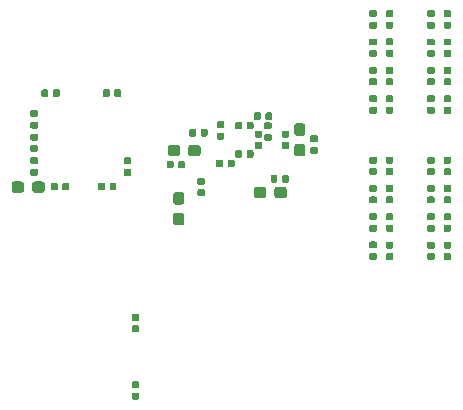
<source format=gbp>
G04 #@! TF.GenerationSoftware,KiCad,Pcbnew,5.0.1*
G04 #@! TF.CreationDate,2019-03-29T02:42:59+09:00*
G04 #@! TF.ProjectId,glasgow,676C6173676F772E6B696361645F7063,rev?*
G04 #@! TF.SameCoordinates,Original*
G04 #@! TF.FileFunction,Paste,Bot*
G04 #@! TF.FilePolarity,Positive*
%FSLAX46Y46*%
G04 Gerber Fmt 4.6, Leading zero omitted, Abs format (unit mm)*
G04 Created by KiCad (PCBNEW 5.0.1) date 2019-03-29T02:42:59 JST*
%MOMM*%
%LPD*%
G01*
G04 APERTURE LIST*
%ADD10C,0.100000*%
%ADD11C,0.590000*%
%ADD12C,0.950000*%
G04 APERTURE END LIST*
D10*
G04 #@! TO.C,C41*
G36*
X96186958Y-92690710D02*
X96201276Y-92692834D01*
X96215317Y-92696351D01*
X96228946Y-92701228D01*
X96242031Y-92707417D01*
X96254447Y-92714858D01*
X96266073Y-92723481D01*
X96276798Y-92733202D01*
X96286519Y-92743927D01*
X96295142Y-92755553D01*
X96302583Y-92767969D01*
X96308772Y-92781054D01*
X96313649Y-92794683D01*
X96317166Y-92808724D01*
X96319290Y-92823042D01*
X96320000Y-92837500D01*
X96320000Y-93132500D01*
X96319290Y-93146958D01*
X96317166Y-93161276D01*
X96313649Y-93175317D01*
X96308772Y-93188946D01*
X96302583Y-93202031D01*
X96295142Y-93214447D01*
X96286519Y-93226073D01*
X96276798Y-93236798D01*
X96266073Y-93246519D01*
X96254447Y-93255142D01*
X96242031Y-93262583D01*
X96228946Y-93268772D01*
X96215317Y-93273649D01*
X96201276Y-93277166D01*
X96186958Y-93279290D01*
X96172500Y-93280000D01*
X95827500Y-93280000D01*
X95813042Y-93279290D01*
X95798724Y-93277166D01*
X95784683Y-93273649D01*
X95771054Y-93268772D01*
X95757969Y-93262583D01*
X95745553Y-93255142D01*
X95733927Y-93246519D01*
X95723202Y-93236798D01*
X95713481Y-93226073D01*
X95704858Y-93214447D01*
X95697417Y-93202031D01*
X95691228Y-93188946D01*
X95686351Y-93175317D01*
X95682834Y-93161276D01*
X95680710Y-93146958D01*
X95680000Y-93132500D01*
X95680000Y-92837500D01*
X95680710Y-92823042D01*
X95682834Y-92808724D01*
X95686351Y-92794683D01*
X95691228Y-92781054D01*
X95697417Y-92767969D01*
X95704858Y-92755553D01*
X95713481Y-92743927D01*
X95723202Y-92733202D01*
X95733927Y-92723481D01*
X95745553Y-92714858D01*
X95757969Y-92707417D01*
X95771054Y-92701228D01*
X95784683Y-92696351D01*
X95798724Y-92692834D01*
X95813042Y-92690710D01*
X95827500Y-92690000D01*
X96172500Y-92690000D01*
X96186958Y-92690710D01*
X96186958Y-92690710D01*
G37*
D11*
X96000000Y-92985000D03*
D10*
G36*
X96186958Y-91720710D02*
X96201276Y-91722834D01*
X96215317Y-91726351D01*
X96228946Y-91731228D01*
X96242031Y-91737417D01*
X96254447Y-91744858D01*
X96266073Y-91753481D01*
X96276798Y-91763202D01*
X96286519Y-91773927D01*
X96295142Y-91785553D01*
X96302583Y-91797969D01*
X96308772Y-91811054D01*
X96313649Y-91824683D01*
X96317166Y-91838724D01*
X96319290Y-91853042D01*
X96320000Y-91867500D01*
X96320000Y-92162500D01*
X96319290Y-92176958D01*
X96317166Y-92191276D01*
X96313649Y-92205317D01*
X96308772Y-92218946D01*
X96302583Y-92232031D01*
X96295142Y-92244447D01*
X96286519Y-92256073D01*
X96276798Y-92266798D01*
X96266073Y-92276519D01*
X96254447Y-92285142D01*
X96242031Y-92292583D01*
X96228946Y-92298772D01*
X96215317Y-92303649D01*
X96201276Y-92307166D01*
X96186958Y-92309290D01*
X96172500Y-92310000D01*
X95827500Y-92310000D01*
X95813042Y-92309290D01*
X95798724Y-92307166D01*
X95784683Y-92303649D01*
X95771054Y-92298772D01*
X95757969Y-92292583D01*
X95745553Y-92285142D01*
X95733927Y-92276519D01*
X95723202Y-92266798D01*
X95713481Y-92256073D01*
X95704858Y-92244447D01*
X95697417Y-92232031D01*
X95691228Y-92218946D01*
X95686351Y-92205317D01*
X95682834Y-92191276D01*
X95680710Y-92176958D01*
X95680000Y-92162500D01*
X95680000Y-91867500D01*
X95680710Y-91853042D01*
X95682834Y-91838724D01*
X95686351Y-91824683D01*
X95691228Y-91811054D01*
X95697417Y-91797969D01*
X95704858Y-91785553D01*
X95713481Y-91773927D01*
X95723202Y-91763202D01*
X95733927Y-91753481D01*
X95745553Y-91744858D01*
X95757969Y-91737417D01*
X95771054Y-91731228D01*
X95784683Y-91726351D01*
X95798724Y-91722834D01*
X95813042Y-91720710D01*
X95827500Y-91720000D01*
X96172500Y-91720000D01*
X96186958Y-91720710D01*
X96186958Y-91720710D01*
G37*
D11*
X96000000Y-92015000D03*
G04 #@! TD*
D10*
G04 #@! TO.C,C47*
G36*
X99686958Y-89320710D02*
X99701276Y-89322834D01*
X99715317Y-89326351D01*
X99728946Y-89331228D01*
X99742031Y-89337417D01*
X99754447Y-89344858D01*
X99766073Y-89353481D01*
X99776798Y-89363202D01*
X99786519Y-89373927D01*
X99795142Y-89385553D01*
X99802583Y-89397969D01*
X99808772Y-89411054D01*
X99813649Y-89424683D01*
X99817166Y-89438724D01*
X99819290Y-89453042D01*
X99820000Y-89467500D01*
X99820000Y-89762500D01*
X99819290Y-89776958D01*
X99817166Y-89791276D01*
X99813649Y-89805317D01*
X99808772Y-89818946D01*
X99802583Y-89832031D01*
X99795142Y-89844447D01*
X99786519Y-89856073D01*
X99776798Y-89866798D01*
X99766073Y-89876519D01*
X99754447Y-89885142D01*
X99742031Y-89892583D01*
X99728946Y-89898772D01*
X99715317Y-89903649D01*
X99701276Y-89907166D01*
X99686958Y-89909290D01*
X99672500Y-89910000D01*
X99327500Y-89910000D01*
X99313042Y-89909290D01*
X99298724Y-89907166D01*
X99284683Y-89903649D01*
X99271054Y-89898772D01*
X99257969Y-89892583D01*
X99245553Y-89885142D01*
X99233927Y-89876519D01*
X99223202Y-89866798D01*
X99213481Y-89856073D01*
X99204858Y-89844447D01*
X99197417Y-89832031D01*
X99191228Y-89818946D01*
X99186351Y-89805317D01*
X99182834Y-89791276D01*
X99180710Y-89776958D01*
X99180000Y-89762500D01*
X99180000Y-89467500D01*
X99180710Y-89453042D01*
X99182834Y-89438724D01*
X99186351Y-89424683D01*
X99191228Y-89411054D01*
X99197417Y-89397969D01*
X99204858Y-89385553D01*
X99213481Y-89373927D01*
X99223202Y-89363202D01*
X99233927Y-89353481D01*
X99245553Y-89344858D01*
X99257969Y-89337417D01*
X99271054Y-89331228D01*
X99284683Y-89326351D01*
X99298724Y-89322834D01*
X99313042Y-89320710D01*
X99327500Y-89320000D01*
X99672500Y-89320000D01*
X99686958Y-89320710D01*
X99686958Y-89320710D01*
G37*
D11*
X99500000Y-89615000D03*
D10*
G36*
X99686958Y-90290710D02*
X99701276Y-90292834D01*
X99715317Y-90296351D01*
X99728946Y-90301228D01*
X99742031Y-90307417D01*
X99754447Y-90314858D01*
X99766073Y-90323481D01*
X99776798Y-90333202D01*
X99786519Y-90343927D01*
X99795142Y-90355553D01*
X99802583Y-90367969D01*
X99808772Y-90381054D01*
X99813649Y-90394683D01*
X99817166Y-90408724D01*
X99819290Y-90423042D01*
X99820000Y-90437500D01*
X99820000Y-90732500D01*
X99819290Y-90746958D01*
X99817166Y-90761276D01*
X99813649Y-90775317D01*
X99808772Y-90788946D01*
X99802583Y-90802031D01*
X99795142Y-90814447D01*
X99786519Y-90826073D01*
X99776798Y-90836798D01*
X99766073Y-90846519D01*
X99754447Y-90855142D01*
X99742031Y-90862583D01*
X99728946Y-90868772D01*
X99715317Y-90873649D01*
X99701276Y-90877166D01*
X99686958Y-90879290D01*
X99672500Y-90880000D01*
X99327500Y-90880000D01*
X99313042Y-90879290D01*
X99298724Y-90877166D01*
X99284683Y-90873649D01*
X99271054Y-90868772D01*
X99257969Y-90862583D01*
X99245553Y-90855142D01*
X99233927Y-90846519D01*
X99223202Y-90836798D01*
X99213481Y-90826073D01*
X99204858Y-90814447D01*
X99197417Y-90802031D01*
X99191228Y-90788946D01*
X99186351Y-90775317D01*
X99182834Y-90761276D01*
X99180710Y-90746958D01*
X99180000Y-90732500D01*
X99180000Y-90437500D01*
X99180710Y-90423042D01*
X99182834Y-90408724D01*
X99186351Y-90394683D01*
X99191228Y-90381054D01*
X99197417Y-90367969D01*
X99204858Y-90355553D01*
X99213481Y-90343927D01*
X99223202Y-90333202D01*
X99233927Y-90323481D01*
X99245553Y-90314858D01*
X99257969Y-90307417D01*
X99271054Y-90301228D01*
X99284683Y-90296351D01*
X99298724Y-90292834D01*
X99313042Y-90290710D01*
X99327500Y-90290000D01*
X99672500Y-90290000D01*
X99686958Y-90290710D01*
X99686958Y-90290710D01*
G37*
D11*
X99500000Y-90585000D03*
G04 #@! TD*
D10*
G04 #@! TO.C,C43*
G36*
X99686958Y-87890710D02*
X99701276Y-87892834D01*
X99715317Y-87896351D01*
X99728946Y-87901228D01*
X99742031Y-87907417D01*
X99754447Y-87914858D01*
X99766073Y-87923481D01*
X99776798Y-87933202D01*
X99786519Y-87943927D01*
X99795142Y-87955553D01*
X99802583Y-87967969D01*
X99808772Y-87981054D01*
X99813649Y-87994683D01*
X99817166Y-88008724D01*
X99819290Y-88023042D01*
X99820000Y-88037500D01*
X99820000Y-88332500D01*
X99819290Y-88346958D01*
X99817166Y-88361276D01*
X99813649Y-88375317D01*
X99808772Y-88388946D01*
X99802583Y-88402031D01*
X99795142Y-88414447D01*
X99786519Y-88426073D01*
X99776798Y-88436798D01*
X99766073Y-88446519D01*
X99754447Y-88455142D01*
X99742031Y-88462583D01*
X99728946Y-88468772D01*
X99715317Y-88473649D01*
X99701276Y-88477166D01*
X99686958Y-88479290D01*
X99672500Y-88480000D01*
X99327500Y-88480000D01*
X99313042Y-88479290D01*
X99298724Y-88477166D01*
X99284683Y-88473649D01*
X99271054Y-88468772D01*
X99257969Y-88462583D01*
X99245553Y-88455142D01*
X99233927Y-88446519D01*
X99223202Y-88436798D01*
X99213481Y-88426073D01*
X99204858Y-88414447D01*
X99197417Y-88402031D01*
X99191228Y-88388946D01*
X99186351Y-88375317D01*
X99182834Y-88361276D01*
X99180710Y-88346958D01*
X99180000Y-88332500D01*
X99180000Y-88037500D01*
X99180710Y-88023042D01*
X99182834Y-88008724D01*
X99186351Y-87994683D01*
X99191228Y-87981054D01*
X99197417Y-87967969D01*
X99204858Y-87955553D01*
X99213481Y-87943927D01*
X99223202Y-87933202D01*
X99233927Y-87923481D01*
X99245553Y-87914858D01*
X99257969Y-87907417D01*
X99271054Y-87901228D01*
X99284683Y-87896351D01*
X99298724Y-87892834D01*
X99313042Y-87890710D01*
X99327500Y-87890000D01*
X99672500Y-87890000D01*
X99686958Y-87890710D01*
X99686958Y-87890710D01*
G37*
D11*
X99500000Y-88185000D03*
D10*
G36*
X99686958Y-86920710D02*
X99701276Y-86922834D01*
X99715317Y-86926351D01*
X99728946Y-86931228D01*
X99742031Y-86937417D01*
X99754447Y-86944858D01*
X99766073Y-86953481D01*
X99776798Y-86963202D01*
X99786519Y-86973927D01*
X99795142Y-86985553D01*
X99802583Y-86997969D01*
X99808772Y-87011054D01*
X99813649Y-87024683D01*
X99817166Y-87038724D01*
X99819290Y-87053042D01*
X99820000Y-87067500D01*
X99820000Y-87362500D01*
X99819290Y-87376958D01*
X99817166Y-87391276D01*
X99813649Y-87405317D01*
X99808772Y-87418946D01*
X99802583Y-87432031D01*
X99795142Y-87444447D01*
X99786519Y-87456073D01*
X99776798Y-87466798D01*
X99766073Y-87476519D01*
X99754447Y-87485142D01*
X99742031Y-87492583D01*
X99728946Y-87498772D01*
X99715317Y-87503649D01*
X99701276Y-87507166D01*
X99686958Y-87509290D01*
X99672500Y-87510000D01*
X99327500Y-87510000D01*
X99313042Y-87509290D01*
X99298724Y-87507166D01*
X99284683Y-87503649D01*
X99271054Y-87498772D01*
X99257969Y-87492583D01*
X99245553Y-87485142D01*
X99233927Y-87476519D01*
X99223202Y-87466798D01*
X99213481Y-87456073D01*
X99204858Y-87444447D01*
X99197417Y-87432031D01*
X99191228Y-87418946D01*
X99186351Y-87405317D01*
X99182834Y-87391276D01*
X99180710Y-87376958D01*
X99180000Y-87362500D01*
X99180000Y-87067500D01*
X99180710Y-87053042D01*
X99182834Y-87038724D01*
X99186351Y-87024683D01*
X99191228Y-87011054D01*
X99197417Y-86997969D01*
X99204858Y-86985553D01*
X99213481Y-86973927D01*
X99223202Y-86963202D01*
X99233927Y-86953481D01*
X99245553Y-86944858D01*
X99257969Y-86937417D01*
X99271054Y-86931228D01*
X99284683Y-86926351D01*
X99298724Y-86922834D01*
X99313042Y-86920710D01*
X99327500Y-86920000D01*
X99672500Y-86920000D01*
X99686958Y-86920710D01*
X99686958Y-86920710D01*
G37*
D11*
X99500000Y-87215000D03*
G04 #@! TD*
D10*
G04 #@! TO.C,C42*
G36*
X99686958Y-84520710D02*
X99701276Y-84522834D01*
X99715317Y-84526351D01*
X99728946Y-84531228D01*
X99742031Y-84537417D01*
X99754447Y-84544858D01*
X99766073Y-84553481D01*
X99776798Y-84563202D01*
X99786519Y-84573927D01*
X99795142Y-84585553D01*
X99802583Y-84597969D01*
X99808772Y-84611054D01*
X99813649Y-84624683D01*
X99817166Y-84638724D01*
X99819290Y-84653042D01*
X99820000Y-84667500D01*
X99820000Y-84962500D01*
X99819290Y-84976958D01*
X99817166Y-84991276D01*
X99813649Y-85005317D01*
X99808772Y-85018946D01*
X99802583Y-85032031D01*
X99795142Y-85044447D01*
X99786519Y-85056073D01*
X99776798Y-85066798D01*
X99766073Y-85076519D01*
X99754447Y-85085142D01*
X99742031Y-85092583D01*
X99728946Y-85098772D01*
X99715317Y-85103649D01*
X99701276Y-85107166D01*
X99686958Y-85109290D01*
X99672500Y-85110000D01*
X99327500Y-85110000D01*
X99313042Y-85109290D01*
X99298724Y-85107166D01*
X99284683Y-85103649D01*
X99271054Y-85098772D01*
X99257969Y-85092583D01*
X99245553Y-85085142D01*
X99233927Y-85076519D01*
X99223202Y-85066798D01*
X99213481Y-85056073D01*
X99204858Y-85044447D01*
X99197417Y-85032031D01*
X99191228Y-85018946D01*
X99186351Y-85005317D01*
X99182834Y-84991276D01*
X99180710Y-84976958D01*
X99180000Y-84962500D01*
X99180000Y-84667500D01*
X99180710Y-84653042D01*
X99182834Y-84638724D01*
X99186351Y-84624683D01*
X99191228Y-84611054D01*
X99197417Y-84597969D01*
X99204858Y-84585553D01*
X99213481Y-84573927D01*
X99223202Y-84563202D01*
X99233927Y-84553481D01*
X99245553Y-84544858D01*
X99257969Y-84537417D01*
X99271054Y-84531228D01*
X99284683Y-84526351D01*
X99298724Y-84522834D01*
X99313042Y-84520710D01*
X99327500Y-84520000D01*
X99672500Y-84520000D01*
X99686958Y-84520710D01*
X99686958Y-84520710D01*
G37*
D11*
X99500000Y-84815000D03*
D10*
G36*
X99686958Y-85490710D02*
X99701276Y-85492834D01*
X99715317Y-85496351D01*
X99728946Y-85501228D01*
X99742031Y-85507417D01*
X99754447Y-85514858D01*
X99766073Y-85523481D01*
X99776798Y-85533202D01*
X99786519Y-85543927D01*
X99795142Y-85555553D01*
X99802583Y-85567969D01*
X99808772Y-85581054D01*
X99813649Y-85594683D01*
X99817166Y-85608724D01*
X99819290Y-85623042D01*
X99820000Y-85637500D01*
X99820000Y-85932500D01*
X99819290Y-85946958D01*
X99817166Y-85961276D01*
X99813649Y-85975317D01*
X99808772Y-85988946D01*
X99802583Y-86002031D01*
X99795142Y-86014447D01*
X99786519Y-86026073D01*
X99776798Y-86036798D01*
X99766073Y-86046519D01*
X99754447Y-86055142D01*
X99742031Y-86062583D01*
X99728946Y-86068772D01*
X99715317Y-86073649D01*
X99701276Y-86077166D01*
X99686958Y-86079290D01*
X99672500Y-86080000D01*
X99327500Y-86080000D01*
X99313042Y-86079290D01*
X99298724Y-86077166D01*
X99284683Y-86073649D01*
X99271054Y-86068772D01*
X99257969Y-86062583D01*
X99245553Y-86055142D01*
X99233927Y-86046519D01*
X99223202Y-86036798D01*
X99213481Y-86026073D01*
X99204858Y-86014447D01*
X99197417Y-86002031D01*
X99191228Y-85988946D01*
X99186351Y-85975317D01*
X99182834Y-85961276D01*
X99180710Y-85946958D01*
X99180000Y-85932500D01*
X99180000Y-85637500D01*
X99180710Y-85623042D01*
X99182834Y-85608724D01*
X99186351Y-85594683D01*
X99191228Y-85581054D01*
X99197417Y-85567969D01*
X99204858Y-85555553D01*
X99213481Y-85543927D01*
X99223202Y-85533202D01*
X99233927Y-85523481D01*
X99245553Y-85514858D01*
X99257969Y-85507417D01*
X99271054Y-85501228D01*
X99284683Y-85496351D01*
X99298724Y-85492834D01*
X99313042Y-85490710D01*
X99327500Y-85490000D01*
X99672500Y-85490000D01*
X99686958Y-85490710D01*
X99686958Y-85490710D01*
G37*
D11*
X99500000Y-85785000D03*
G04 #@! TD*
D10*
G04 #@! TO.C,C39*
G36*
X96186958Y-87875710D02*
X96201276Y-87877834D01*
X96215317Y-87881351D01*
X96228946Y-87886228D01*
X96242031Y-87892417D01*
X96254447Y-87899858D01*
X96266073Y-87908481D01*
X96276798Y-87918202D01*
X96286519Y-87928927D01*
X96295142Y-87940553D01*
X96302583Y-87952969D01*
X96308772Y-87966054D01*
X96313649Y-87979683D01*
X96317166Y-87993724D01*
X96319290Y-88008042D01*
X96320000Y-88022500D01*
X96320000Y-88317500D01*
X96319290Y-88331958D01*
X96317166Y-88346276D01*
X96313649Y-88360317D01*
X96308772Y-88373946D01*
X96302583Y-88387031D01*
X96295142Y-88399447D01*
X96286519Y-88411073D01*
X96276798Y-88421798D01*
X96266073Y-88431519D01*
X96254447Y-88440142D01*
X96242031Y-88447583D01*
X96228946Y-88453772D01*
X96215317Y-88458649D01*
X96201276Y-88462166D01*
X96186958Y-88464290D01*
X96172500Y-88465000D01*
X95827500Y-88465000D01*
X95813042Y-88464290D01*
X95798724Y-88462166D01*
X95784683Y-88458649D01*
X95771054Y-88453772D01*
X95757969Y-88447583D01*
X95745553Y-88440142D01*
X95733927Y-88431519D01*
X95723202Y-88421798D01*
X95713481Y-88411073D01*
X95704858Y-88399447D01*
X95697417Y-88387031D01*
X95691228Y-88373946D01*
X95686351Y-88360317D01*
X95682834Y-88346276D01*
X95680710Y-88331958D01*
X95680000Y-88317500D01*
X95680000Y-88022500D01*
X95680710Y-88008042D01*
X95682834Y-87993724D01*
X95686351Y-87979683D01*
X95691228Y-87966054D01*
X95697417Y-87952969D01*
X95704858Y-87940553D01*
X95713481Y-87928927D01*
X95723202Y-87918202D01*
X95733927Y-87908481D01*
X95745553Y-87899858D01*
X95757969Y-87892417D01*
X95771054Y-87886228D01*
X95784683Y-87881351D01*
X95798724Y-87877834D01*
X95813042Y-87875710D01*
X95827500Y-87875000D01*
X96172500Y-87875000D01*
X96186958Y-87875710D01*
X96186958Y-87875710D01*
G37*
D11*
X96000000Y-88170000D03*
D10*
G36*
X96186958Y-86905710D02*
X96201276Y-86907834D01*
X96215317Y-86911351D01*
X96228946Y-86916228D01*
X96242031Y-86922417D01*
X96254447Y-86929858D01*
X96266073Y-86938481D01*
X96276798Y-86948202D01*
X96286519Y-86958927D01*
X96295142Y-86970553D01*
X96302583Y-86982969D01*
X96308772Y-86996054D01*
X96313649Y-87009683D01*
X96317166Y-87023724D01*
X96319290Y-87038042D01*
X96320000Y-87052500D01*
X96320000Y-87347500D01*
X96319290Y-87361958D01*
X96317166Y-87376276D01*
X96313649Y-87390317D01*
X96308772Y-87403946D01*
X96302583Y-87417031D01*
X96295142Y-87429447D01*
X96286519Y-87441073D01*
X96276798Y-87451798D01*
X96266073Y-87461519D01*
X96254447Y-87470142D01*
X96242031Y-87477583D01*
X96228946Y-87483772D01*
X96215317Y-87488649D01*
X96201276Y-87492166D01*
X96186958Y-87494290D01*
X96172500Y-87495000D01*
X95827500Y-87495000D01*
X95813042Y-87494290D01*
X95798724Y-87492166D01*
X95784683Y-87488649D01*
X95771054Y-87483772D01*
X95757969Y-87477583D01*
X95745553Y-87470142D01*
X95733927Y-87461519D01*
X95723202Y-87451798D01*
X95713481Y-87441073D01*
X95704858Y-87429447D01*
X95697417Y-87417031D01*
X95691228Y-87403946D01*
X95686351Y-87390317D01*
X95682834Y-87376276D01*
X95680710Y-87361958D01*
X95680000Y-87347500D01*
X95680000Y-87052500D01*
X95680710Y-87038042D01*
X95682834Y-87023724D01*
X95686351Y-87009683D01*
X95691228Y-86996054D01*
X95697417Y-86982969D01*
X95704858Y-86970553D01*
X95713481Y-86958927D01*
X95723202Y-86948202D01*
X95733927Y-86938481D01*
X95745553Y-86929858D01*
X95757969Y-86922417D01*
X95771054Y-86916228D01*
X95784683Y-86911351D01*
X95798724Y-86907834D01*
X95813042Y-86905710D01*
X95827500Y-86905000D01*
X96172500Y-86905000D01*
X96186958Y-86905710D01*
X96186958Y-86905710D01*
G37*
D11*
X96000000Y-87200000D03*
G04 #@! TD*
D10*
G04 #@! TO.C,C36*
G36*
X94786958Y-89320710D02*
X94801276Y-89322834D01*
X94815317Y-89326351D01*
X94828946Y-89331228D01*
X94842031Y-89337417D01*
X94854447Y-89344858D01*
X94866073Y-89353481D01*
X94876798Y-89363202D01*
X94886519Y-89373927D01*
X94895142Y-89385553D01*
X94902583Y-89397969D01*
X94908772Y-89411054D01*
X94913649Y-89424683D01*
X94917166Y-89438724D01*
X94919290Y-89453042D01*
X94920000Y-89467500D01*
X94920000Y-89762500D01*
X94919290Y-89776958D01*
X94917166Y-89791276D01*
X94913649Y-89805317D01*
X94908772Y-89818946D01*
X94902583Y-89832031D01*
X94895142Y-89844447D01*
X94886519Y-89856073D01*
X94876798Y-89866798D01*
X94866073Y-89876519D01*
X94854447Y-89885142D01*
X94842031Y-89892583D01*
X94828946Y-89898772D01*
X94815317Y-89903649D01*
X94801276Y-89907166D01*
X94786958Y-89909290D01*
X94772500Y-89910000D01*
X94427500Y-89910000D01*
X94413042Y-89909290D01*
X94398724Y-89907166D01*
X94384683Y-89903649D01*
X94371054Y-89898772D01*
X94357969Y-89892583D01*
X94345553Y-89885142D01*
X94333927Y-89876519D01*
X94323202Y-89866798D01*
X94313481Y-89856073D01*
X94304858Y-89844447D01*
X94297417Y-89832031D01*
X94291228Y-89818946D01*
X94286351Y-89805317D01*
X94282834Y-89791276D01*
X94280710Y-89776958D01*
X94280000Y-89762500D01*
X94280000Y-89467500D01*
X94280710Y-89453042D01*
X94282834Y-89438724D01*
X94286351Y-89424683D01*
X94291228Y-89411054D01*
X94297417Y-89397969D01*
X94304858Y-89385553D01*
X94313481Y-89373927D01*
X94323202Y-89363202D01*
X94333927Y-89353481D01*
X94345553Y-89344858D01*
X94357969Y-89337417D01*
X94371054Y-89331228D01*
X94384683Y-89326351D01*
X94398724Y-89322834D01*
X94413042Y-89320710D01*
X94427500Y-89320000D01*
X94772500Y-89320000D01*
X94786958Y-89320710D01*
X94786958Y-89320710D01*
G37*
D11*
X94600000Y-89615000D03*
D10*
G36*
X94786958Y-90290710D02*
X94801276Y-90292834D01*
X94815317Y-90296351D01*
X94828946Y-90301228D01*
X94842031Y-90307417D01*
X94854447Y-90314858D01*
X94866073Y-90323481D01*
X94876798Y-90333202D01*
X94886519Y-90343927D01*
X94895142Y-90355553D01*
X94902583Y-90367969D01*
X94908772Y-90381054D01*
X94913649Y-90394683D01*
X94917166Y-90408724D01*
X94919290Y-90423042D01*
X94920000Y-90437500D01*
X94920000Y-90732500D01*
X94919290Y-90746958D01*
X94917166Y-90761276D01*
X94913649Y-90775317D01*
X94908772Y-90788946D01*
X94902583Y-90802031D01*
X94895142Y-90814447D01*
X94886519Y-90826073D01*
X94876798Y-90836798D01*
X94866073Y-90846519D01*
X94854447Y-90855142D01*
X94842031Y-90862583D01*
X94828946Y-90868772D01*
X94815317Y-90873649D01*
X94801276Y-90877166D01*
X94786958Y-90879290D01*
X94772500Y-90880000D01*
X94427500Y-90880000D01*
X94413042Y-90879290D01*
X94398724Y-90877166D01*
X94384683Y-90873649D01*
X94371054Y-90868772D01*
X94357969Y-90862583D01*
X94345553Y-90855142D01*
X94333927Y-90846519D01*
X94323202Y-90836798D01*
X94313481Y-90826073D01*
X94304858Y-90814447D01*
X94297417Y-90802031D01*
X94291228Y-90788946D01*
X94286351Y-90775317D01*
X94282834Y-90761276D01*
X94280710Y-90746958D01*
X94280000Y-90732500D01*
X94280000Y-90437500D01*
X94280710Y-90423042D01*
X94282834Y-90408724D01*
X94286351Y-90394683D01*
X94291228Y-90381054D01*
X94297417Y-90367969D01*
X94304858Y-90355553D01*
X94313481Y-90343927D01*
X94323202Y-90333202D01*
X94333927Y-90323481D01*
X94345553Y-90314858D01*
X94357969Y-90307417D01*
X94371054Y-90301228D01*
X94384683Y-90296351D01*
X94398724Y-90292834D01*
X94413042Y-90290710D01*
X94427500Y-90290000D01*
X94772500Y-90290000D01*
X94786958Y-90290710D01*
X94786958Y-90290710D01*
G37*
D11*
X94600000Y-90585000D03*
G04 #@! TD*
D10*
G04 #@! TO.C,C37*
G36*
X94786958Y-92690710D02*
X94801276Y-92692834D01*
X94815317Y-92696351D01*
X94828946Y-92701228D01*
X94842031Y-92707417D01*
X94854447Y-92714858D01*
X94866073Y-92723481D01*
X94876798Y-92733202D01*
X94886519Y-92743927D01*
X94895142Y-92755553D01*
X94902583Y-92767969D01*
X94908772Y-92781054D01*
X94913649Y-92794683D01*
X94917166Y-92808724D01*
X94919290Y-92823042D01*
X94920000Y-92837500D01*
X94920000Y-93132500D01*
X94919290Y-93146958D01*
X94917166Y-93161276D01*
X94913649Y-93175317D01*
X94908772Y-93188946D01*
X94902583Y-93202031D01*
X94895142Y-93214447D01*
X94886519Y-93226073D01*
X94876798Y-93236798D01*
X94866073Y-93246519D01*
X94854447Y-93255142D01*
X94842031Y-93262583D01*
X94828946Y-93268772D01*
X94815317Y-93273649D01*
X94801276Y-93277166D01*
X94786958Y-93279290D01*
X94772500Y-93280000D01*
X94427500Y-93280000D01*
X94413042Y-93279290D01*
X94398724Y-93277166D01*
X94384683Y-93273649D01*
X94371054Y-93268772D01*
X94357969Y-93262583D01*
X94345553Y-93255142D01*
X94333927Y-93246519D01*
X94323202Y-93236798D01*
X94313481Y-93226073D01*
X94304858Y-93214447D01*
X94297417Y-93202031D01*
X94291228Y-93188946D01*
X94286351Y-93175317D01*
X94282834Y-93161276D01*
X94280710Y-93146958D01*
X94280000Y-93132500D01*
X94280000Y-92837500D01*
X94280710Y-92823042D01*
X94282834Y-92808724D01*
X94286351Y-92794683D01*
X94291228Y-92781054D01*
X94297417Y-92767969D01*
X94304858Y-92755553D01*
X94313481Y-92743927D01*
X94323202Y-92733202D01*
X94333927Y-92723481D01*
X94345553Y-92714858D01*
X94357969Y-92707417D01*
X94371054Y-92701228D01*
X94384683Y-92696351D01*
X94398724Y-92692834D01*
X94413042Y-92690710D01*
X94427500Y-92690000D01*
X94772500Y-92690000D01*
X94786958Y-92690710D01*
X94786958Y-92690710D01*
G37*
D11*
X94600000Y-92985000D03*
D10*
G36*
X94786958Y-91720710D02*
X94801276Y-91722834D01*
X94815317Y-91726351D01*
X94828946Y-91731228D01*
X94842031Y-91737417D01*
X94854447Y-91744858D01*
X94866073Y-91753481D01*
X94876798Y-91763202D01*
X94886519Y-91773927D01*
X94895142Y-91785553D01*
X94902583Y-91797969D01*
X94908772Y-91811054D01*
X94913649Y-91824683D01*
X94917166Y-91838724D01*
X94919290Y-91853042D01*
X94920000Y-91867500D01*
X94920000Y-92162500D01*
X94919290Y-92176958D01*
X94917166Y-92191276D01*
X94913649Y-92205317D01*
X94908772Y-92218946D01*
X94902583Y-92232031D01*
X94895142Y-92244447D01*
X94886519Y-92256073D01*
X94876798Y-92266798D01*
X94866073Y-92276519D01*
X94854447Y-92285142D01*
X94842031Y-92292583D01*
X94828946Y-92298772D01*
X94815317Y-92303649D01*
X94801276Y-92307166D01*
X94786958Y-92309290D01*
X94772500Y-92310000D01*
X94427500Y-92310000D01*
X94413042Y-92309290D01*
X94398724Y-92307166D01*
X94384683Y-92303649D01*
X94371054Y-92298772D01*
X94357969Y-92292583D01*
X94345553Y-92285142D01*
X94333927Y-92276519D01*
X94323202Y-92266798D01*
X94313481Y-92256073D01*
X94304858Y-92244447D01*
X94297417Y-92232031D01*
X94291228Y-92218946D01*
X94286351Y-92205317D01*
X94282834Y-92191276D01*
X94280710Y-92176958D01*
X94280000Y-92162500D01*
X94280000Y-91867500D01*
X94280710Y-91853042D01*
X94282834Y-91838724D01*
X94286351Y-91824683D01*
X94291228Y-91811054D01*
X94297417Y-91797969D01*
X94304858Y-91785553D01*
X94313481Y-91773927D01*
X94323202Y-91763202D01*
X94333927Y-91753481D01*
X94345553Y-91744858D01*
X94357969Y-91737417D01*
X94371054Y-91731228D01*
X94384683Y-91726351D01*
X94398724Y-91722834D01*
X94413042Y-91720710D01*
X94427500Y-91720000D01*
X94772500Y-91720000D01*
X94786958Y-91720710D01*
X94786958Y-91720710D01*
G37*
D11*
X94600000Y-92015000D03*
G04 #@! TD*
D10*
G04 #@! TO.C,C35*
G36*
X94786958Y-86920710D02*
X94801276Y-86922834D01*
X94815317Y-86926351D01*
X94828946Y-86931228D01*
X94842031Y-86937417D01*
X94854447Y-86944858D01*
X94866073Y-86953481D01*
X94876798Y-86963202D01*
X94886519Y-86973927D01*
X94895142Y-86985553D01*
X94902583Y-86997969D01*
X94908772Y-87011054D01*
X94913649Y-87024683D01*
X94917166Y-87038724D01*
X94919290Y-87053042D01*
X94920000Y-87067500D01*
X94920000Y-87362500D01*
X94919290Y-87376958D01*
X94917166Y-87391276D01*
X94913649Y-87405317D01*
X94908772Y-87418946D01*
X94902583Y-87432031D01*
X94895142Y-87444447D01*
X94886519Y-87456073D01*
X94876798Y-87466798D01*
X94866073Y-87476519D01*
X94854447Y-87485142D01*
X94842031Y-87492583D01*
X94828946Y-87498772D01*
X94815317Y-87503649D01*
X94801276Y-87507166D01*
X94786958Y-87509290D01*
X94772500Y-87510000D01*
X94427500Y-87510000D01*
X94413042Y-87509290D01*
X94398724Y-87507166D01*
X94384683Y-87503649D01*
X94371054Y-87498772D01*
X94357969Y-87492583D01*
X94345553Y-87485142D01*
X94333927Y-87476519D01*
X94323202Y-87466798D01*
X94313481Y-87456073D01*
X94304858Y-87444447D01*
X94297417Y-87432031D01*
X94291228Y-87418946D01*
X94286351Y-87405317D01*
X94282834Y-87391276D01*
X94280710Y-87376958D01*
X94280000Y-87362500D01*
X94280000Y-87067500D01*
X94280710Y-87053042D01*
X94282834Y-87038724D01*
X94286351Y-87024683D01*
X94291228Y-87011054D01*
X94297417Y-86997969D01*
X94304858Y-86985553D01*
X94313481Y-86973927D01*
X94323202Y-86963202D01*
X94333927Y-86953481D01*
X94345553Y-86944858D01*
X94357969Y-86937417D01*
X94371054Y-86931228D01*
X94384683Y-86926351D01*
X94398724Y-86922834D01*
X94413042Y-86920710D01*
X94427500Y-86920000D01*
X94772500Y-86920000D01*
X94786958Y-86920710D01*
X94786958Y-86920710D01*
G37*
D11*
X94600000Y-87215000D03*
D10*
G36*
X94786958Y-87890710D02*
X94801276Y-87892834D01*
X94815317Y-87896351D01*
X94828946Y-87901228D01*
X94842031Y-87907417D01*
X94854447Y-87914858D01*
X94866073Y-87923481D01*
X94876798Y-87933202D01*
X94886519Y-87943927D01*
X94895142Y-87955553D01*
X94902583Y-87967969D01*
X94908772Y-87981054D01*
X94913649Y-87994683D01*
X94917166Y-88008724D01*
X94919290Y-88023042D01*
X94920000Y-88037500D01*
X94920000Y-88332500D01*
X94919290Y-88346958D01*
X94917166Y-88361276D01*
X94913649Y-88375317D01*
X94908772Y-88388946D01*
X94902583Y-88402031D01*
X94895142Y-88414447D01*
X94886519Y-88426073D01*
X94876798Y-88436798D01*
X94866073Y-88446519D01*
X94854447Y-88455142D01*
X94842031Y-88462583D01*
X94828946Y-88468772D01*
X94815317Y-88473649D01*
X94801276Y-88477166D01*
X94786958Y-88479290D01*
X94772500Y-88480000D01*
X94427500Y-88480000D01*
X94413042Y-88479290D01*
X94398724Y-88477166D01*
X94384683Y-88473649D01*
X94371054Y-88468772D01*
X94357969Y-88462583D01*
X94345553Y-88455142D01*
X94333927Y-88446519D01*
X94323202Y-88436798D01*
X94313481Y-88426073D01*
X94304858Y-88414447D01*
X94297417Y-88402031D01*
X94291228Y-88388946D01*
X94286351Y-88375317D01*
X94282834Y-88361276D01*
X94280710Y-88346958D01*
X94280000Y-88332500D01*
X94280000Y-88037500D01*
X94280710Y-88023042D01*
X94282834Y-88008724D01*
X94286351Y-87994683D01*
X94291228Y-87981054D01*
X94297417Y-87967969D01*
X94304858Y-87955553D01*
X94313481Y-87943927D01*
X94323202Y-87933202D01*
X94333927Y-87923481D01*
X94345553Y-87914858D01*
X94357969Y-87907417D01*
X94371054Y-87901228D01*
X94384683Y-87896351D01*
X94398724Y-87892834D01*
X94413042Y-87890710D01*
X94427500Y-87890000D01*
X94772500Y-87890000D01*
X94786958Y-87890710D01*
X94786958Y-87890710D01*
G37*
D11*
X94600000Y-88185000D03*
G04 #@! TD*
D10*
G04 #@! TO.C,C19*
G36*
X85335779Y-99476144D02*
X85358834Y-99479563D01*
X85381443Y-99485227D01*
X85403387Y-99493079D01*
X85424457Y-99503044D01*
X85444448Y-99515026D01*
X85463168Y-99528910D01*
X85480438Y-99544562D01*
X85496090Y-99561832D01*
X85509974Y-99580552D01*
X85521956Y-99600543D01*
X85531921Y-99621613D01*
X85539773Y-99643557D01*
X85545437Y-99666166D01*
X85548856Y-99689221D01*
X85550000Y-99712500D01*
X85550000Y-100187500D01*
X85548856Y-100210779D01*
X85545437Y-100233834D01*
X85539773Y-100256443D01*
X85531921Y-100278387D01*
X85521956Y-100299457D01*
X85509974Y-100319448D01*
X85496090Y-100338168D01*
X85480438Y-100355438D01*
X85463168Y-100371090D01*
X85444448Y-100384974D01*
X85424457Y-100396956D01*
X85403387Y-100406921D01*
X85381443Y-100414773D01*
X85358834Y-100420437D01*
X85335779Y-100423856D01*
X85312500Y-100425000D01*
X84737500Y-100425000D01*
X84714221Y-100423856D01*
X84691166Y-100420437D01*
X84668557Y-100414773D01*
X84646613Y-100406921D01*
X84625543Y-100396956D01*
X84605552Y-100384974D01*
X84586832Y-100371090D01*
X84569562Y-100355438D01*
X84553910Y-100338168D01*
X84540026Y-100319448D01*
X84528044Y-100299457D01*
X84518079Y-100278387D01*
X84510227Y-100256443D01*
X84504563Y-100233834D01*
X84501144Y-100210779D01*
X84500000Y-100187500D01*
X84500000Y-99712500D01*
X84501144Y-99689221D01*
X84504563Y-99666166D01*
X84510227Y-99643557D01*
X84518079Y-99621613D01*
X84528044Y-99600543D01*
X84540026Y-99580552D01*
X84553910Y-99561832D01*
X84569562Y-99544562D01*
X84586832Y-99528910D01*
X84605552Y-99515026D01*
X84625543Y-99503044D01*
X84646613Y-99493079D01*
X84668557Y-99485227D01*
X84691166Y-99479563D01*
X84714221Y-99476144D01*
X84737500Y-99475000D01*
X85312500Y-99475000D01*
X85335779Y-99476144D01*
X85335779Y-99476144D01*
G37*
D12*
X85025000Y-99950000D03*
D10*
G36*
X87085779Y-99476144D02*
X87108834Y-99479563D01*
X87131443Y-99485227D01*
X87153387Y-99493079D01*
X87174457Y-99503044D01*
X87194448Y-99515026D01*
X87213168Y-99528910D01*
X87230438Y-99544562D01*
X87246090Y-99561832D01*
X87259974Y-99580552D01*
X87271956Y-99600543D01*
X87281921Y-99621613D01*
X87289773Y-99643557D01*
X87295437Y-99666166D01*
X87298856Y-99689221D01*
X87300000Y-99712500D01*
X87300000Y-100187500D01*
X87298856Y-100210779D01*
X87295437Y-100233834D01*
X87289773Y-100256443D01*
X87281921Y-100278387D01*
X87271956Y-100299457D01*
X87259974Y-100319448D01*
X87246090Y-100338168D01*
X87230438Y-100355438D01*
X87213168Y-100371090D01*
X87194448Y-100384974D01*
X87174457Y-100396956D01*
X87153387Y-100406921D01*
X87131443Y-100414773D01*
X87108834Y-100420437D01*
X87085779Y-100423856D01*
X87062500Y-100425000D01*
X86487500Y-100425000D01*
X86464221Y-100423856D01*
X86441166Y-100420437D01*
X86418557Y-100414773D01*
X86396613Y-100406921D01*
X86375543Y-100396956D01*
X86355552Y-100384974D01*
X86336832Y-100371090D01*
X86319562Y-100355438D01*
X86303910Y-100338168D01*
X86290026Y-100319448D01*
X86278044Y-100299457D01*
X86268079Y-100278387D01*
X86260227Y-100256443D01*
X86254563Y-100233834D01*
X86251144Y-100210779D01*
X86250000Y-100187500D01*
X86250000Y-99712500D01*
X86251144Y-99689221D01*
X86254563Y-99666166D01*
X86260227Y-99643557D01*
X86268079Y-99621613D01*
X86278044Y-99600543D01*
X86290026Y-99580552D01*
X86303910Y-99561832D01*
X86319562Y-99544562D01*
X86336832Y-99528910D01*
X86355552Y-99515026D01*
X86375543Y-99503044D01*
X86396613Y-99493079D01*
X86418557Y-99485227D01*
X86441166Y-99479563D01*
X86464221Y-99476144D01*
X86487500Y-99475000D01*
X87062500Y-99475000D01*
X87085779Y-99476144D01*
X87085779Y-99476144D01*
G37*
D12*
X86775000Y-99950000D03*
G04 #@! TD*
D10*
G04 #@! TO.C,C34*
G36*
X94786958Y-85490710D02*
X94801276Y-85492834D01*
X94815317Y-85496351D01*
X94828946Y-85501228D01*
X94842031Y-85507417D01*
X94854447Y-85514858D01*
X94866073Y-85523481D01*
X94876798Y-85533202D01*
X94886519Y-85543927D01*
X94895142Y-85555553D01*
X94902583Y-85567969D01*
X94908772Y-85581054D01*
X94913649Y-85594683D01*
X94917166Y-85608724D01*
X94919290Y-85623042D01*
X94920000Y-85637500D01*
X94920000Y-85932500D01*
X94919290Y-85946958D01*
X94917166Y-85961276D01*
X94913649Y-85975317D01*
X94908772Y-85988946D01*
X94902583Y-86002031D01*
X94895142Y-86014447D01*
X94886519Y-86026073D01*
X94876798Y-86036798D01*
X94866073Y-86046519D01*
X94854447Y-86055142D01*
X94842031Y-86062583D01*
X94828946Y-86068772D01*
X94815317Y-86073649D01*
X94801276Y-86077166D01*
X94786958Y-86079290D01*
X94772500Y-86080000D01*
X94427500Y-86080000D01*
X94413042Y-86079290D01*
X94398724Y-86077166D01*
X94384683Y-86073649D01*
X94371054Y-86068772D01*
X94357969Y-86062583D01*
X94345553Y-86055142D01*
X94333927Y-86046519D01*
X94323202Y-86036798D01*
X94313481Y-86026073D01*
X94304858Y-86014447D01*
X94297417Y-86002031D01*
X94291228Y-85988946D01*
X94286351Y-85975317D01*
X94282834Y-85961276D01*
X94280710Y-85946958D01*
X94280000Y-85932500D01*
X94280000Y-85637500D01*
X94280710Y-85623042D01*
X94282834Y-85608724D01*
X94286351Y-85594683D01*
X94291228Y-85581054D01*
X94297417Y-85567969D01*
X94304858Y-85555553D01*
X94313481Y-85543927D01*
X94323202Y-85533202D01*
X94333927Y-85523481D01*
X94345553Y-85514858D01*
X94357969Y-85507417D01*
X94371054Y-85501228D01*
X94384683Y-85496351D01*
X94398724Y-85492834D01*
X94413042Y-85490710D01*
X94427500Y-85490000D01*
X94772500Y-85490000D01*
X94786958Y-85490710D01*
X94786958Y-85490710D01*
G37*
D11*
X94600000Y-85785000D03*
D10*
G36*
X94786958Y-84520710D02*
X94801276Y-84522834D01*
X94815317Y-84526351D01*
X94828946Y-84531228D01*
X94842031Y-84537417D01*
X94854447Y-84544858D01*
X94866073Y-84553481D01*
X94876798Y-84563202D01*
X94886519Y-84573927D01*
X94895142Y-84585553D01*
X94902583Y-84597969D01*
X94908772Y-84611054D01*
X94913649Y-84624683D01*
X94917166Y-84638724D01*
X94919290Y-84653042D01*
X94920000Y-84667500D01*
X94920000Y-84962500D01*
X94919290Y-84976958D01*
X94917166Y-84991276D01*
X94913649Y-85005317D01*
X94908772Y-85018946D01*
X94902583Y-85032031D01*
X94895142Y-85044447D01*
X94886519Y-85056073D01*
X94876798Y-85066798D01*
X94866073Y-85076519D01*
X94854447Y-85085142D01*
X94842031Y-85092583D01*
X94828946Y-85098772D01*
X94815317Y-85103649D01*
X94801276Y-85107166D01*
X94786958Y-85109290D01*
X94772500Y-85110000D01*
X94427500Y-85110000D01*
X94413042Y-85109290D01*
X94398724Y-85107166D01*
X94384683Y-85103649D01*
X94371054Y-85098772D01*
X94357969Y-85092583D01*
X94345553Y-85085142D01*
X94333927Y-85076519D01*
X94323202Y-85066798D01*
X94313481Y-85056073D01*
X94304858Y-85044447D01*
X94297417Y-85032031D01*
X94291228Y-85018946D01*
X94286351Y-85005317D01*
X94282834Y-84991276D01*
X94280710Y-84976958D01*
X94280000Y-84962500D01*
X94280000Y-84667500D01*
X94280710Y-84653042D01*
X94282834Y-84638724D01*
X94286351Y-84624683D01*
X94291228Y-84611054D01*
X94297417Y-84597969D01*
X94304858Y-84585553D01*
X94313481Y-84573927D01*
X94323202Y-84563202D01*
X94333927Y-84553481D01*
X94345553Y-84544858D01*
X94357969Y-84537417D01*
X94371054Y-84531228D01*
X94384683Y-84526351D01*
X94398724Y-84522834D01*
X94413042Y-84520710D01*
X94427500Y-84520000D01*
X94772500Y-84520000D01*
X94786958Y-84520710D01*
X94786958Y-84520710D01*
G37*
D11*
X94600000Y-84815000D03*
G04 #@! TD*
D10*
G04 #@! TO.C,C38*
G36*
X96186958Y-85490710D02*
X96201276Y-85492834D01*
X96215317Y-85496351D01*
X96228946Y-85501228D01*
X96242031Y-85507417D01*
X96254447Y-85514858D01*
X96266073Y-85523481D01*
X96276798Y-85533202D01*
X96286519Y-85543927D01*
X96295142Y-85555553D01*
X96302583Y-85567969D01*
X96308772Y-85581054D01*
X96313649Y-85594683D01*
X96317166Y-85608724D01*
X96319290Y-85623042D01*
X96320000Y-85637500D01*
X96320000Y-85932500D01*
X96319290Y-85946958D01*
X96317166Y-85961276D01*
X96313649Y-85975317D01*
X96308772Y-85988946D01*
X96302583Y-86002031D01*
X96295142Y-86014447D01*
X96286519Y-86026073D01*
X96276798Y-86036798D01*
X96266073Y-86046519D01*
X96254447Y-86055142D01*
X96242031Y-86062583D01*
X96228946Y-86068772D01*
X96215317Y-86073649D01*
X96201276Y-86077166D01*
X96186958Y-86079290D01*
X96172500Y-86080000D01*
X95827500Y-86080000D01*
X95813042Y-86079290D01*
X95798724Y-86077166D01*
X95784683Y-86073649D01*
X95771054Y-86068772D01*
X95757969Y-86062583D01*
X95745553Y-86055142D01*
X95733927Y-86046519D01*
X95723202Y-86036798D01*
X95713481Y-86026073D01*
X95704858Y-86014447D01*
X95697417Y-86002031D01*
X95691228Y-85988946D01*
X95686351Y-85975317D01*
X95682834Y-85961276D01*
X95680710Y-85946958D01*
X95680000Y-85932500D01*
X95680000Y-85637500D01*
X95680710Y-85623042D01*
X95682834Y-85608724D01*
X95686351Y-85594683D01*
X95691228Y-85581054D01*
X95697417Y-85567969D01*
X95704858Y-85555553D01*
X95713481Y-85543927D01*
X95723202Y-85533202D01*
X95733927Y-85523481D01*
X95745553Y-85514858D01*
X95757969Y-85507417D01*
X95771054Y-85501228D01*
X95784683Y-85496351D01*
X95798724Y-85492834D01*
X95813042Y-85490710D01*
X95827500Y-85490000D01*
X96172500Y-85490000D01*
X96186958Y-85490710D01*
X96186958Y-85490710D01*
G37*
D11*
X96000000Y-85785000D03*
D10*
G36*
X96186958Y-84520710D02*
X96201276Y-84522834D01*
X96215317Y-84526351D01*
X96228946Y-84531228D01*
X96242031Y-84537417D01*
X96254447Y-84544858D01*
X96266073Y-84553481D01*
X96276798Y-84563202D01*
X96286519Y-84573927D01*
X96295142Y-84585553D01*
X96302583Y-84597969D01*
X96308772Y-84611054D01*
X96313649Y-84624683D01*
X96317166Y-84638724D01*
X96319290Y-84653042D01*
X96320000Y-84667500D01*
X96320000Y-84962500D01*
X96319290Y-84976958D01*
X96317166Y-84991276D01*
X96313649Y-85005317D01*
X96308772Y-85018946D01*
X96302583Y-85032031D01*
X96295142Y-85044447D01*
X96286519Y-85056073D01*
X96276798Y-85066798D01*
X96266073Y-85076519D01*
X96254447Y-85085142D01*
X96242031Y-85092583D01*
X96228946Y-85098772D01*
X96215317Y-85103649D01*
X96201276Y-85107166D01*
X96186958Y-85109290D01*
X96172500Y-85110000D01*
X95827500Y-85110000D01*
X95813042Y-85109290D01*
X95798724Y-85107166D01*
X95784683Y-85103649D01*
X95771054Y-85098772D01*
X95757969Y-85092583D01*
X95745553Y-85085142D01*
X95733927Y-85076519D01*
X95723202Y-85066798D01*
X95713481Y-85056073D01*
X95704858Y-85044447D01*
X95697417Y-85032031D01*
X95691228Y-85018946D01*
X95686351Y-85005317D01*
X95682834Y-84991276D01*
X95680710Y-84976958D01*
X95680000Y-84962500D01*
X95680000Y-84667500D01*
X95680710Y-84653042D01*
X95682834Y-84638724D01*
X95686351Y-84624683D01*
X95691228Y-84611054D01*
X95697417Y-84597969D01*
X95704858Y-84585553D01*
X95713481Y-84573927D01*
X95723202Y-84563202D01*
X95733927Y-84553481D01*
X95745553Y-84544858D01*
X95757969Y-84537417D01*
X95771054Y-84531228D01*
X95784683Y-84526351D01*
X95798724Y-84522834D01*
X95813042Y-84520710D01*
X95827500Y-84520000D01*
X96172500Y-84520000D01*
X96186958Y-84520710D01*
X96186958Y-84520710D01*
G37*
D11*
X96000000Y-84815000D03*
G04 #@! TD*
D10*
G04 #@! TO.C,C67*
G36*
X96186958Y-105090710D02*
X96201276Y-105092834D01*
X96215317Y-105096351D01*
X96228946Y-105101228D01*
X96242031Y-105107417D01*
X96254447Y-105114858D01*
X96266073Y-105123481D01*
X96276798Y-105133202D01*
X96286519Y-105143927D01*
X96295142Y-105155553D01*
X96302583Y-105167969D01*
X96308772Y-105181054D01*
X96313649Y-105194683D01*
X96317166Y-105208724D01*
X96319290Y-105223042D01*
X96320000Y-105237500D01*
X96320000Y-105532500D01*
X96319290Y-105546958D01*
X96317166Y-105561276D01*
X96313649Y-105575317D01*
X96308772Y-105588946D01*
X96302583Y-105602031D01*
X96295142Y-105614447D01*
X96286519Y-105626073D01*
X96276798Y-105636798D01*
X96266073Y-105646519D01*
X96254447Y-105655142D01*
X96242031Y-105662583D01*
X96228946Y-105668772D01*
X96215317Y-105673649D01*
X96201276Y-105677166D01*
X96186958Y-105679290D01*
X96172500Y-105680000D01*
X95827500Y-105680000D01*
X95813042Y-105679290D01*
X95798724Y-105677166D01*
X95784683Y-105673649D01*
X95771054Y-105668772D01*
X95757969Y-105662583D01*
X95745553Y-105655142D01*
X95733927Y-105646519D01*
X95723202Y-105636798D01*
X95713481Y-105626073D01*
X95704858Y-105614447D01*
X95697417Y-105602031D01*
X95691228Y-105588946D01*
X95686351Y-105575317D01*
X95682834Y-105561276D01*
X95680710Y-105546958D01*
X95680000Y-105532500D01*
X95680000Y-105237500D01*
X95680710Y-105223042D01*
X95682834Y-105208724D01*
X95686351Y-105194683D01*
X95691228Y-105181054D01*
X95697417Y-105167969D01*
X95704858Y-105155553D01*
X95713481Y-105143927D01*
X95723202Y-105133202D01*
X95733927Y-105123481D01*
X95745553Y-105114858D01*
X95757969Y-105107417D01*
X95771054Y-105101228D01*
X95784683Y-105096351D01*
X95798724Y-105092834D01*
X95813042Y-105090710D01*
X95827500Y-105090000D01*
X96172500Y-105090000D01*
X96186958Y-105090710D01*
X96186958Y-105090710D01*
G37*
D11*
X96000000Y-105385000D03*
D10*
G36*
X96186958Y-104120710D02*
X96201276Y-104122834D01*
X96215317Y-104126351D01*
X96228946Y-104131228D01*
X96242031Y-104137417D01*
X96254447Y-104144858D01*
X96266073Y-104153481D01*
X96276798Y-104163202D01*
X96286519Y-104173927D01*
X96295142Y-104185553D01*
X96302583Y-104197969D01*
X96308772Y-104211054D01*
X96313649Y-104224683D01*
X96317166Y-104238724D01*
X96319290Y-104253042D01*
X96320000Y-104267500D01*
X96320000Y-104562500D01*
X96319290Y-104576958D01*
X96317166Y-104591276D01*
X96313649Y-104605317D01*
X96308772Y-104618946D01*
X96302583Y-104632031D01*
X96295142Y-104644447D01*
X96286519Y-104656073D01*
X96276798Y-104666798D01*
X96266073Y-104676519D01*
X96254447Y-104685142D01*
X96242031Y-104692583D01*
X96228946Y-104698772D01*
X96215317Y-104703649D01*
X96201276Y-104707166D01*
X96186958Y-104709290D01*
X96172500Y-104710000D01*
X95827500Y-104710000D01*
X95813042Y-104709290D01*
X95798724Y-104707166D01*
X95784683Y-104703649D01*
X95771054Y-104698772D01*
X95757969Y-104692583D01*
X95745553Y-104685142D01*
X95733927Y-104676519D01*
X95723202Y-104666798D01*
X95713481Y-104656073D01*
X95704858Y-104644447D01*
X95697417Y-104632031D01*
X95691228Y-104618946D01*
X95686351Y-104605317D01*
X95682834Y-104591276D01*
X95680710Y-104576958D01*
X95680000Y-104562500D01*
X95680000Y-104267500D01*
X95680710Y-104253042D01*
X95682834Y-104238724D01*
X95686351Y-104224683D01*
X95691228Y-104211054D01*
X95697417Y-104197969D01*
X95704858Y-104185553D01*
X95713481Y-104173927D01*
X95723202Y-104163202D01*
X95733927Y-104153481D01*
X95745553Y-104144858D01*
X95757969Y-104137417D01*
X95771054Y-104131228D01*
X95784683Y-104126351D01*
X95798724Y-104122834D01*
X95813042Y-104120710D01*
X95827500Y-104120000D01*
X96172500Y-104120000D01*
X96186958Y-104120710D01*
X96186958Y-104120710D01*
G37*
D11*
X96000000Y-104415000D03*
G04 #@! TD*
D10*
G04 #@! TO.C,C63*
G36*
X94786958Y-105075710D02*
X94801276Y-105077834D01*
X94815317Y-105081351D01*
X94828946Y-105086228D01*
X94842031Y-105092417D01*
X94854447Y-105099858D01*
X94866073Y-105108481D01*
X94876798Y-105118202D01*
X94886519Y-105128927D01*
X94895142Y-105140553D01*
X94902583Y-105152969D01*
X94908772Y-105166054D01*
X94913649Y-105179683D01*
X94917166Y-105193724D01*
X94919290Y-105208042D01*
X94920000Y-105222500D01*
X94920000Y-105517500D01*
X94919290Y-105531958D01*
X94917166Y-105546276D01*
X94913649Y-105560317D01*
X94908772Y-105573946D01*
X94902583Y-105587031D01*
X94895142Y-105599447D01*
X94886519Y-105611073D01*
X94876798Y-105621798D01*
X94866073Y-105631519D01*
X94854447Y-105640142D01*
X94842031Y-105647583D01*
X94828946Y-105653772D01*
X94815317Y-105658649D01*
X94801276Y-105662166D01*
X94786958Y-105664290D01*
X94772500Y-105665000D01*
X94427500Y-105665000D01*
X94413042Y-105664290D01*
X94398724Y-105662166D01*
X94384683Y-105658649D01*
X94371054Y-105653772D01*
X94357969Y-105647583D01*
X94345553Y-105640142D01*
X94333927Y-105631519D01*
X94323202Y-105621798D01*
X94313481Y-105611073D01*
X94304858Y-105599447D01*
X94297417Y-105587031D01*
X94291228Y-105573946D01*
X94286351Y-105560317D01*
X94282834Y-105546276D01*
X94280710Y-105531958D01*
X94280000Y-105517500D01*
X94280000Y-105222500D01*
X94280710Y-105208042D01*
X94282834Y-105193724D01*
X94286351Y-105179683D01*
X94291228Y-105166054D01*
X94297417Y-105152969D01*
X94304858Y-105140553D01*
X94313481Y-105128927D01*
X94323202Y-105118202D01*
X94333927Y-105108481D01*
X94345553Y-105099858D01*
X94357969Y-105092417D01*
X94371054Y-105086228D01*
X94384683Y-105081351D01*
X94398724Y-105077834D01*
X94413042Y-105075710D01*
X94427500Y-105075000D01*
X94772500Y-105075000D01*
X94786958Y-105075710D01*
X94786958Y-105075710D01*
G37*
D11*
X94600000Y-105370000D03*
D10*
G36*
X94786958Y-104105710D02*
X94801276Y-104107834D01*
X94815317Y-104111351D01*
X94828946Y-104116228D01*
X94842031Y-104122417D01*
X94854447Y-104129858D01*
X94866073Y-104138481D01*
X94876798Y-104148202D01*
X94886519Y-104158927D01*
X94895142Y-104170553D01*
X94902583Y-104182969D01*
X94908772Y-104196054D01*
X94913649Y-104209683D01*
X94917166Y-104223724D01*
X94919290Y-104238042D01*
X94920000Y-104252500D01*
X94920000Y-104547500D01*
X94919290Y-104561958D01*
X94917166Y-104576276D01*
X94913649Y-104590317D01*
X94908772Y-104603946D01*
X94902583Y-104617031D01*
X94895142Y-104629447D01*
X94886519Y-104641073D01*
X94876798Y-104651798D01*
X94866073Y-104661519D01*
X94854447Y-104670142D01*
X94842031Y-104677583D01*
X94828946Y-104683772D01*
X94815317Y-104688649D01*
X94801276Y-104692166D01*
X94786958Y-104694290D01*
X94772500Y-104695000D01*
X94427500Y-104695000D01*
X94413042Y-104694290D01*
X94398724Y-104692166D01*
X94384683Y-104688649D01*
X94371054Y-104683772D01*
X94357969Y-104677583D01*
X94345553Y-104670142D01*
X94333927Y-104661519D01*
X94323202Y-104651798D01*
X94313481Y-104641073D01*
X94304858Y-104629447D01*
X94297417Y-104617031D01*
X94291228Y-104603946D01*
X94286351Y-104590317D01*
X94282834Y-104576276D01*
X94280710Y-104561958D01*
X94280000Y-104547500D01*
X94280000Y-104252500D01*
X94280710Y-104238042D01*
X94282834Y-104223724D01*
X94286351Y-104209683D01*
X94291228Y-104196054D01*
X94297417Y-104182969D01*
X94304858Y-104170553D01*
X94313481Y-104158927D01*
X94323202Y-104148202D01*
X94333927Y-104138481D01*
X94345553Y-104129858D01*
X94357969Y-104122417D01*
X94371054Y-104116228D01*
X94384683Y-104111351D01*
X94398724Y-104107834D01*
X94413042Y-104105710D01*
X94427500Y-104105000D01*
X94772500Y-104105000D01*
X94786958Y-104105710D01*
X94786958Y-104105710D01*
G37*
D11*
X94600000Y-104400000D03*
G04 #@! TD*
D10*
G04 #@! TO.C,C66*
G36*
X96186958Y-101720710D02*
X96201276Y-101722834D01*
X96215317Y-101726351D01*
X96228946Y-101731228D01*
X96242031Y-101737417D01*
X96254447Y-101744858D01*
X96266073Y-101753481D01*
X96276798Y-101763202D01*
X96286519Y-101773927D01*
X96295142Y-101785553D01*
X96302583Y-101797969D01*
X96308772Y-101811054D01*
X96313649Y-101824683D01*
X96317166Y-101838724D01*
X96319290Y-101853042D01*
X96320000Y-101867500D01*
X96320000Y-102162500D01*
X96319290Y-102176958D01*
X96317166Y-102191276D01*
X96313649Y-102205317D01*
X96308772Y-102218946D01*
X96302583Y-102232031D01*
X96295142Y-102244447D01*
X96286519Y-102256073D01*
X96276798Y-102266798D01*
X96266073Y-102276519D01*
X96254447Y-102285142D01*
X96242031Y-102292583D01*
X96228946Y-102298772D01*
X96215317Y-102303649D01*
X96201276Y-102307166D01*
X96186958Y-102309290D01*
X96172500Y-102310000D01*
X95827500Y-102310000D01*
X95813042Y-102309290D01*
X95798724Y-102307166D01*
X95784683Y-102303649D01*
X95771054Y-102298772D01*
X95757969Y-102292583D01*
X95745553Y-102285142D01*
X95733927Y-102276519D01*
X95723202Y-102266798D01*
X95713481Y-102256073D01*
X95704858Y-102244447D01*
X95697417Y-102232031D01*
X95691228Y-102218946D01*
X95686351Y-102205317D01*
X95682834Y-102191276D01*
X95680710Y-102176958D01*
X95680000Y-102162500D01*
X95680000Y-101867500D01*
X95680710Y-101853042D01*
X95682834Y-101838724D01*
X95686351Y-101824683D01*
X95691228Y-101811054D01*
X95697417Y-101797969D01*
X95704858Y-101785553D01*
X95713481Y-101773927D01*
X95723202Y-101763202D01*
X95733927Y-101753481D01*
X95745553Y-101744858D01*
X95757969Y-101737417D01*
X95771054Y-101731228D01*
X95784683Y-101726351D01*
X95798724Y-101722834D01*
X95813042Y-101720710D01*
X95827500Y-101720000D01*
X96172500Y-101720000D01*
X96186958Y-101720710D01*
X96186958Y-101720710D01*
G37*
D11*
X96000000Y-102015000D03*
D10*
G36*
X96186958Y-102690710D02*
X96201276Y-102692834D01*
X96215317Y-102696351D01*
X96228946Y-102701228D01*
X96242031Y-102707417D01*
X96254447Y-102714858D01*
X96266073Y-102723481D01*
X96276798Y-102733202D01*
X96286519Y-102743927D01*
X96295142Y-102755553D01*
X96302583Y-102767969D01*
X96308772Y-102781054D01*
X96313649Y-102794683D01*
X96317166Y-102808724D01*
X96319290Y-102823042D01*
X96320000Y-102837500D01*
X96320000Y-103132500D01*
X96319290Y-103146958D01*
X96317166Y-103161276D01*
X96313649Y-103175317D01*
X96308772Y-103188946D01*
X96302583Y-103202031D01*
X96295142Y-103214447D01*
X96286519Y-103226073D01*
X96276798Y-103236798D01*
X96266073Y-103246519D01*
X96254447Y-103255142D01*
X96242031Y-103262583D01*
X96228946Y-103268772D01*
X96215317Y-103273649D01*
X96201276Y-103277166D01*
X96186958Y-103279290D01*
X96172500Y-103280000D01*
X95827500Y-103280000D01*
X95813042Y-103279290D01*
X95798724Y-103277166D01*
X95784683Y-103273649D01*
X95771054Y-103268772D01*
X95757969Y-103262583D01*
X95745553Y-103255142D01*
X95733927Y-103246519D01*
X95723202Y-103236798D01*
X95713481Y-103226073D01*
X95704858Y-103214447D01*
X95697417Y-103202031D01*
X95691228Y-103188946D01*
X95686351Y-103175317D01*
X95682834Y-103161276D01*
X95680710Y-103146958D01*
X95680000Y-103132500D01*
X95680000Y-102837500D01*
X95680710Y-102823042D01*
X95682834Y-102808724D01*
X95686351Y-102794683D01*
X95691228Y-102781054D01*
X95697417Y-102767969D01*
X95704858Y-102755553D01*
X95713481Y-102743927D01*
X95723202Y-102733202D01*
X95733927Y-102723481D01*
X95745553Y-102714858D01*
X95757969Y-102707417D01*
X95771054Y-102701228D01*
X95784683Y-102696351D01*
X95798724Y-102692834D01*
X95813042Y-102690710D01*
X95827500Y-102690000D01*
X96172500Y-102690000D01*
X96186958Y-102690710D01*
X96186958Y-102690710D01*
G37*
D11*
X96000000Y-102985000D03*
G04 #@! TD*
D10*
G04 #@! TO.C,C62*
G36*
X94786958Y-101705710D02*
X94801276Y-101707834D01*
X94815317Y-101711351D01*
X94828946Y-101716228D01*
X94842031Y-101722417D01*
X94854447Y-101729858D01*
X94866073Y-101738481D01*
X94876798Y-101748202D01*
X94886519Y-101758927D01*
X94895142Y-101770553D01*
X94902583Y-101782969D01*
X94908772Y-101796054D01*
X94913649Y-101809683D01*
X94917166Y-101823724D01*
X94919290Y-101838042D01*
X94920000Y-101852500D01*
X94920000Y-102147500D01*
X94919290Y-102161958D01*
X94917166Y-102176276D01*
X94913649Y-102190317D01*
X94908772Y-102203946D01*
X94902583Y-102217031D01*
X94895142Y-102229447D01*
X94886519Y-102241073D01*
X94876798Y-102251798D01*
X94866073Y-102261519D01*
X94854447Y-102270142D01*
X94842031Y-102277583D01*
X94828946Y-102283772D01*
X94815317Y-102288649D01*
X94801276Y-102292166D01*
X94786958Y-102294290D01*
X94772500Y-102295000D01*
X94427500Y-102295000D01*
X94413042Y-102294290D01*
X94398724Y-102292166D01*
X94384683Y-102288649D01*
X94371054Y-102283772D01*
X94357969Y-102277583D01*
X94345553Y-102270142D01*
X94333927Y-102261519D01*
X94323202Y-102251798D01*
X94313481Y-102241073D01*
X94304858Y-102229447D01*
X94297417Y-102217031D01*
X94291228Y-102203946D01*
X94286351Y-102190317D01*
X94282834Y-102176276D01*
X94280710Y-102161958D01*
X94280000Y-102147500D01*
X94280000Y-101852500D01*
X94280710Y-101838042D01*
X94282834Y-101823724D01*
X94286351Y-101809683D01*
X94291228Y-101796054D01*
X94297417Y-101782969D01*
X94304858Y-101770553D01*
X94313481Y-101758927D01*
X94323202Y-101748202D01*
X94333927Y-101738481D01*
X94345553Y-101729858D01*
X94357969Y-101722417D01*
X94371054Y-101716228D01*
X94384683Y-101711351D01*
X94398724Y-101707834D01*
X94413042Y-101705710D01*
X94427500Y-101705000D01*
X94772500Y-101705000D01*
X94786958Y-101705710D01*
X94786958Y-101705710D01*
G37*
D11*
X94600000Y-102000000D03*
D10*
G36*
X94786958Y-102675710D02*
X94801276Y-102677834D01*
X94815317Y-102681351D01*
X94828946Y-102686228D01*
X94842031Y-102692417D01*
X94854447Y-102699858D01*
X94866073Y-102708481D01*
X94876798Y-102718202D01*
X94886519Y-102728927D01*
X94895142Y-102740553D01*
X94902583Y-102752969D01*
X94908772Y-102766054D01*
X94913649Y-102779683D01*
X94917166Y-102793724D01*
X94919290Y-102808042D01*
X94920000Y-102822500D01*
X94920000Y-103117500D01*
X94919290Y-103131958D01*
X94917166Y-103146276D01*
X94913649Y-103160317D01*
X94908772Y-103173946D01*
X94902583Y-103187031D01*
X94895142Y-103199447D01*
X94886519Y-103211073D01*
X94876798Y-103221798D01*
X94866073Y-103231519D01*
X94854447Y-103240142D01*
X94842031Y-103247583D01*
X94828946Y-103253772D01*
X94815317Y-103258649D01*
X94801276Y-103262166D01*
X94786958Y-103264290D01*
X94772500Y-103265000D01*
X94427500Y-103265000D01*
X94413042Y-103264290D01*
X94398724Y-103262166D01*
X94384683Y-103258649D01*
X94371054Y-103253772D01*
X94357969Y-103247583D01*
X94345553Y-103240142D01*
X94333927Y-103231519D01*
X94323202Y-103221798D01*
X94313481Y-103211073D01*
X94304858Y-103199447D01*
X94297417Y-103187031D01*
X94291228Y-103173946D01*
X94286351Y-103160317D01*
X94282834Y-103146276D01*
X94280710Y-103131958D01*
X94280000Y-103117500D01*
X94280000Y-102822500D01*
X94280710Y-102808042D01*
X94282834Y-102793724D01*
X94286351Y-102779683D01*
X94291228Y-102766054D01*
X94297417Y-102752969D01*
X94304858Y-102740553D01*
X94313481Y-102728927D01*
X94323202Y-102718202D01*
X94333927Y-102708481D01*
X94345553Y-102699858D01*
X94357969Y-102692417D01*
X94371054Y-102686228D01*
X94384683Y-102681351D01*
X94398724Y-102677834D01*
X94413042Y-102675710D01*
X94427500Y-102675000D01*
X94772500Y-102675000D01*
X94786958Y-102675710D01*
X94786958Y-102675710D01*
G37*
D11*
X94600000Y-102970000D03*
G04 #@! TD*
D10*
G04 #@! TO.C,C61*
G36*
X94786958Y-100290710D02*
X94801276Y-100292834D01*
X94815317Y-100296351D01*
X94828946Y-100301228D01*
X94842031Y-100307417D01*
X94854447Y-100314858D01*
X94866073Y-100323481D01*
X94876798Y-100333202D01*
X94886519Y-100343927D01*
X94895142Y-100355553D01*
X94902583Y-100367969D01*
X94908772Y-100381054D01*
X94913649Y-100394683D01*
X94917166Y-100408724D01*
X94919290Y-100423042D01*
X94920000Y-100437500D01*
X94920000Y-100732500D01*
X94919290Y-100746958D01*
X94917166Y-100761276D01*
X94913649Y-100775317D01*
X94908772Y-100788946D01*
X94902583Y-100802031D01*
X94895142Y-100814447D01*
X94886519Y-100826073D01*
X94876798Y-100836798D01*
X94866073Y-100846519D01*
X94854447Y-100855142D01*
X94842031Y-100862583D01*
X94828946Y-100868772D01*
X94815317Y-100873649D01*
X94801276Y-100877166D01*
X94786958Y-100879290D01*
X94772500Y-100880000D01*
X94427500Y-100880000D01*
X94413042Y-100879290D01*
X94398724Y-100877166D01*
X94384683Y-100873649D01*
X94371054Y-100868772D01*
X94357969Y-100862583D01*
X94345553Y-100855142D01*
X94333927Y-100846519D01*
X94323202Y-100836798D01*
X94313481Y-100826073D01*
X94304858Y-100814447D01*
X94297417Y-100802031D01*
X94291228Y-100788946D01*
X94286351Y-100775317D01*
X94282834Y-100761276D01*
X94280710Y-100746958D01*
X94280000Y-100732500D01*
X94280000Y-100437500D01*
X94280710Y-100423042D01*
X94282834Y-100408724D01*
X94286351Y-100394683D01*
X94291228Y-100381054D01*
X94297417Y-100367969D01*
X94304858Y-100355553D01*
X94313481Y-100343927D01*
X94323202Y-100333202D01*
X94333927Y-100323481D01*
X94345553Y-100314858D01*
X94357969Y-100307417D01*
X94371054Y-100301228D01*
X94384683Y-100296351D01*
X94398724Y-100292834D01*
X94413042Y-100290710D01*
X94427500Y-100290000D01*
X94772500Y-100290000D01*
X94786958Y-100290710D01*
X94786958Y-100290710D01*
G37*
D11*
X94600000Y-100585000D03*
D10*
G36*
X94786958Y-99320710D02*
X94801276Y-99322834D01*
X94815317Y-99326351D01*
X94828946Y-99331228D01*
X94842031Y-99337417D01*
X94854447Y-99344858D01*
X94866073Y-99353481D01*
X94876798Y-99363202D01*
X94886519Y-99373927D01*
X94895142Y-99385553D01*
X94902583Y-99397969D01*
X94908772Y-99411054D01*
X94913649Y-99424683D01*
X94917166Y-99438724D01*
X94919290Y-99453042D01*
X94920000Y-99467500D01*
X94920000Y-99762500D01*
X94919290Y-99776958D01*
X94917166Y-99791276D01*
X94913649Y-99805317D01*
X94908772Y-99818946D01*
X94902583Y-99832031D01*
X94895142Y-99844447D01*
X94886519Y-99856073D01*
X94876798Y-99866798D01*
X94866073Y-99876519D01*
X94854447Y-99885142D01*
X94842031Y-99892583D01*
X94828946Y-99898772D01*
X94815317Y-99903649D01*
X94801276Y-99907166D01*
X94786958Y-99909290D01*
X94772500Y-99910000D01*
X94427500Y-99910000D01*
X94413042Y-99909290D01*
X94398724Y-99907166D01*
X94384683Y-99903649D01*
X94371054Y-99898772D01*
X94357969Y-99892583D01*
X94345553Y-99885142D01*
X94333927Y-99876519D01*
X94323202Y-99866798D01*
X94313481Y-99856073D01*
X94304858Y-99844447D01*
X94297417Y-99832031D01*
X94291228Y-99818946D01*
X94286351Y-99805317D01*
X94282834Y-99791276D01*
X94280710Y-99776958D01*
X94280000Y-99762500D01*
X94280000Y-99467500D01*
X94280710Y-99453042D01*
X94282834Y-99438724D01*
X94286351Y-99424683D01*
X94291228Y-99411054D01*
X94297417Y-99397969D01*
X94304858Y-99385553D01*
X94313481Y-99373927D01*
X94323202Y-99363202D01*
X94333927Y-99353481D01*
X94345553Y-99344858D01*
X94357969Y-99337417D01*
X94371054Y-99331228D01*
X94384683Y-99326351D01*
X94398724Y-99322834D01*
X94413042Y-99320710D01*
X94427500Y-99320000D01*
X94772500Y-99320000D01*
X94786958Y-99320710D01*
X94786958Y-99320710D01*
G37*
D11*
X94600000Y-99615000D03*
G04 #@! TD*
D10*
G04 #@! TO.C,C65*
G36*
X96186958Y-100290710D02*
X96201276Y-100292834D01*
X96215317Y-100296351D01*
X96228946Y-100301228D01*
X96242031Y-100307417D01*
X96254447Y-100314858D01*
X96266073Y-100323481D01*
X96276798Y-100333202D01*
X96286519Y-100343927D01*
X96295142Y-100355553D01*
X96302583Y-100367969D01*
X96308772Y-100381054D01*
X96313649Y-100394683D01*
X96317166Y-100408724D01*
X96319290Y-100423042D01*
X96320000Y-100437500D01*
X96320000Y-100732500D01*
X96319290Y-100746958D01*
X96317166Y-100761276D01*
X96313649Y-100775317D01*
X96308772Y-100788946D01*
X96302583Y-100802031D01*
X96295142Y-100814447D01*
X96286519Y-100826073D01*
X96276798Y-100836798D01*
X96266073Y-100846519D01*
X96254447Y-100855142D01*
X96242031Y-100862583D01*
X96228946Y-100868772D01*
X96215317Y-100873649D01*
X96201276Y-100877166D01*
X96186958Y-100879290D01*
X96172500Y-100880000D01*
X95827500Y-100880000D01*
X95813042Y-100879290D01*
X95798724Y-100877166D01*
X95784683Y-100873649D01*
X95771054Y-100868772D01*
X95757969Y-100862583D01*
X95745553Y-100855142D01*
X95733927Y-100846519D01*
X95723202Y-100836798D01*
X95713481Y-100826073D01*
X95704858Y-100814447D01*
X95697417Y-100802031D01*
X95691228Y-100788946D01*
X95686351Y-100775317D01*
X95682834Y-100761276D01*
X95680710Y-100746958D01*
X95680000Y-100732500D01*
X95680000Y-100437500D01*
X95680710Y-100423042D01*
X95682834Y-100408724D01*
X95686351Y-100394683D01*
X95691228Y-100381054D01*
X95697417Y-100367969D01*
X95704858Y-100355553D01*
X95713481Y-100343927D01*
X95723202Y-100333202D01*
X95733927Y-100323481D01*
X95745553Y-100314858D01*
X95757969Y-100307417D01*
X95771054Y-100301228D01*
X95784683Y-100296351D01*
X95798724Y-100292834D01*
X95813042Y-100290710D01*
X95827500Y-100290000D01*
X96172500Y-100290000D01*
X96186958Y-100290710D01*
X96186958Y-100290710D01*
G37*
D11*
X96000000Y-100585000D03*
D10*
G36*
X96186958Y-99320710D02*
X96201276Y-99322834D01*
X96215317Y-99326351D01*
X96228946Y-99331228D01*
X96242031Y-99337417D01*
X96254447Y-99344858D01*
X96266073Y-99353481D01*
X96276798Y-99363202D01*
X96286519Y-99373927D01*
X96295142Y-99385553D01*
X96302583Y-99397969D01*
X96308772Y-99411054D01*
X96313649Y-99424683D01*
X96317166Y-99438724D01*
X96319290Y-99453042D01*
X96320000Y-99467500D01*
X96320000Y-99762500D01*
X96319290Y-99776958D01*
X96317166Y-99791276D01*
X96313649Y-99805317D01*
X96308772Y-99818946D01*
X96302583Y-99832031D01*
X96295142Y-99844447D01*
X96286519Y-99856073D01*
X96276798Y-99866798D01*
X96266073Y-99876519D01*
X96254447Y-99885142D01*
X96242031Y-99892583D01*
X96228946Y-99898772D01*
X96215317Y-99903649D01*
X96201276Y-99907166D01*
X96186958Y-99909290D01*
X96172500Y-99910000D01*
X95827500Y-99910000D01*
X95813042Y-99909290D01*
X95798724Y-99907166D01*
X95784683Y-99903649D01*
X95771054Y-99898772D01*
X95757969Y-99892583D01*
X95745553Y-99885142D01*
X95733927Y-99876519D01*
X95723202Y-99866798D01*
X95713481Y-99856073D01*
X95704858Y-99844447D01*
X95697417Y-99832031D01*
X95691228Y-99818946D01*
X95686351Y-99805317D01*
X95682834Y-99791276D01*
X95680710Y-99776958D01*
X95680000Y-99762500D01*
X95680000Y-99467500D01*
X95680710Y-99453042D01*
X95682834Y-99438724D01*
X95686351Y-99424683D01*
X95691228Y-99411054D01*
X95697417Y-99397969D01*
X95704858Y-99385553D01*
X95713481Y-99373927D01*
X95723202Y-99363202D01*
X95733927Y-99353481D01*
X95745553Y-99344858D01*
X95757969Y-99337417D01*
X95771054Y-99331228D01*
X95784683Y-99326351D01*
X95798724Y-99322834D01*
X95813042Y-99320710D01*
X95827500Y-99320000D01*
X96172500Y-99320000D01*
X96186958Y-99320710D01*
X96186958Y-99320710D01*
G37*
D11*
X96000000Y-99615000D03*
G04 #@! TD*
D10*
G04 #@! TO.C,C81*
G36*
X80236958Y-99690710D02*
X80251276Y-99692834D01*
X80265317Y-99696351D01*
X80278946Y-99701228D01*
X80292031Y-99707417D01*
X80304447Y-99714858D01*
X80316073Y-99723481D01*
X80326798Y-99733202D01*
X80336519Y-99743927D01*
X80345142Y-99755553D01*
X80352583Y-99767969D01*
X80358772Y-99781054D01*
X80363649Y-99794683D01*
X80367166Y-99808724D01*
X80369290Y-99823042D01*
X80370000Y-99837500D01*
X80370000Y-100132500D01*
X80369290Y-100146958D01*
X80367166Y-100161276D01*
X80363649Y-100175317D01*
X80358772Y-100188946D01*
X80352583Y-100202031D01*
X80345142Y-100214447D01*
X80336519Y-100226073D01*
X80326798Y-100236798D01*
X80316073Y-100246519D01*
X80304447Y-100255142D01*
X80292031Y-100262583D01*
X80278946Y-100268772D01*
X80265317Y-100273649D01*
X80251276Y-100277166D01*
X80236958Y-100279290D01*
X80222500Y-100280000D01*
X79877500Y-100280000D01*
X79863042Y-100279290D01*
X79848724Y-100277166D01*
X79834683Y-100273649D01*
X79821054Y-100268772D01*
X79807969Y-100262583D01*
X79795553Y-100255142D01*
X79783927Y-100246519D01*
X79773202Y-100236798D01*
X79763481Y-100226073D01*
X79754858Y-100214447D01*
X79747417Y-100202031D01*
X79741228Y-100188946D01*
X79736351Y-100175317D01*
X79732834Y-100161276D01*
X79730710Y-100146958D01*
X79730000Y-100132500D01*
X79730000Y-99837500D01*
X79730710Y-99823042D01*
X79732834Y-99808724D01*
X79736351Y-99794683D01*
X79741228Y-99781054D01*
X79747417Y-99767969D01*
X79754858Y-99755553D01*
X79763481Y-99743927D01*
X79773202Y-99733202D01*
X79783927Y-99723481D01*
X79795553Y-99714858D01*
X79807969Y-99707417D01*
X79821054Y-99701228D01*
X79834683Y-99696351D01*
X79848724Y-99692834D01*
X79863042Y-99690710D01*
X79877500Y-99690000D01*
X80222500Y-99690000D01*
X80236958Y-99690710D01*
X80236958Y-99690710D01*
G37*
D11*
X80050000Y-99985000D03*
D10*
G36*
X80236958Y-98720710D02*
X80251276Y-98722834D01*
X80265317Y-98726351D01*
X80278946Y-98731228D01*
X80292031Y-98737417D01*
X80304447Y-98744858D01*
X80316073Y-98753481D01*
X80326798Y-98763202D01*
X80336519Y-98773927D01*
X80345142Y-98785553D01*
X80352583Y-98797969D01*
X80358772Y-98811054D01*
X80363649Y-98824683D01*
X80367166Y-98838724D01*
X80369290Y-98853042D01*
X80370000Y-98867500D01*
X80370000Y-99162500D01*
X80369290Y-99176958D01*
X80367166Y-99191276D01*
X80363649Y-99205317D01*
X80358772Y-99218946D01*
X80352583Y-99232031D01*
X80345142Y-99244447D01*
X80336519Y-99256073D01*
X80326798Y-99266798D01*
X80316073Y-99276519D01*
X80304447Y-99285142D01*
X80292031Y-99292583D01*
X80278946Y-99298772D01*
X80265317Y-99303649D01*
X80251276Y-99307166D01*
X80236958Y-99309290D01*
X80222500Y-99310000D01*
X79877500Y-99310000D01*
X79863042Y-99309290D01*
X79848724Y-99307166D01*
X79834683Y-99303649D01*
X79821054Y-99298772D01*
X79807969Y-99292583D01*
X79795553Y-99285142D01*
X79783927Y-99276519D01*
X79773202Y-99266798D01*
X79763481Y-99256073D01*
X79754858Y-99244447D01*
X79747417Y-99232031D01*
X79741228Y-99218946D01*
X79736351Y-99205317D01*
X79732834Y-99191276D01*
X79730710Y-99176958D01*
X79730000Y-99162500D01*
X79730000Y-98867500D01*
X79730710Y-98853042D01*
X79732834Y-98838724D01*
X79736351Y-98824683D01*
X79741228Y-98811054D01*
X79747417Y-98797969D01*
X79754858Y-98785553D01*
X79763481Y-98773927D01*
X79773202Y-98763202D01*
X79783927Y-98753481D01*
X79795553Y-98744858D01*
X79807969Y-98737417D01*
X79821054Y-98731228D01*
X79834683Y-98726351D01*
X79848724Y-98722834D01*
X79863042Y-98720710D01*
X79877500Y-98720000D01*
X80222500Y-98720000D01*
X80236958Y-98720710D01*
X80236958Y-98720710D01*
G37*
D11*
X80050000Y-99015000D03*
G04 #@! TD*
D10*
G04 #@! TO.C,C78*
G36*
X79491958Y-94580710D02*
X79506276Y-94582834D01*
X79520317Y-94586351D01*
X79533946Y-94591228D01*
X79547031Y-94597417D01*
X79559447Y-94604858D01*
X79571073Y-94613481D01*
X79581798Y-94623202D01*
X79591519Y-94633927D01*
X79600142Y-94645553D01*
X79607583Y-94657969D01*
X79613772Y-94671054D01*
X79618649Y-94684683D01*
X79622166Y-94698724D01*
X79624290Y-94713042D01*
X79625000Y-94727500D01*
X79625000Y-95072500D01*
X79624290Y-95086958D01*
X79622166Y-95101276D01*
X79618649Y-95115317D01*
X79613772Y-95128946D01*
X79607583Y-95142031D01*
X79600142Y-95154447D01*
X79591519Y-95166073D01*
X79581798Y-95176798D01*
X79571073Y-95186519D01*
X79559447Y-95195142D01*
X79547031Y-95202583D01*
X79533946Y-95208772D01*
X79520317Y-95213649D01*
X79506276Y-95217166D01*
X79491958Y-95219290D01*
X79477500Y-95220000D01*
X79182500Y-95220000D01*
X79168042Y-95219290D01*
X79153724Y-95217166D01*
X79139683Y-95213649D01*
X79126054Y-95208772D01*
X79112969Y-95202583D01*
X79100553Y-95195142D01*
X79088927Y-95186519D01*
X79078202Y-95176798D01*
X79068481Y-95166073D01*
X79059858Y-95154447D01*
X79052417Y-95142031D01*
X79046228Y-95128946D01*
X79041351Y-95115317D01*
X79037834Y-95101276D01*
X79035710Y-95086958D01*
X79035000Y-95072500D01*
X79035000Y-94727500D01*
X79035710Y-94713042D01*
X79037834Y-94698724D01*
X79041351Y-94684683D01*
X79046228Y-94671054D01*
X79052417Y-94657969D01*
X79059858Y-94645553D01*
X79068481Y-94633927D01*
X79078202Y-94623202D01*
X79088927Y-94613481D01*
X79100553Y-94604858D01*
X79112969Y-94597417D01*
X79126054Y-94591228D01*
X79139683Y-94586351D01*
X79153724Y-94582834D01*
X79168042Y-94580710D01*
X79182500Y-94580000D01*
X79477500Y-94580000D01*
X79491958Y-94580710D01*
X79491958Y-94580710D01*
G37*
D11*
X79330000Y-94900000D03*
D10*
G36*
X80461958Y-94580710D02*
X80476276Y-94582834D01*
X80490317Y-94586351D01*
X80503946Y-94591228D01*
X80517031Y-94597417D01*
X80529447Y-94604858D01*
X80541073Y-94613481D01*
X80551798Y-94623202D01*
X80561519Y-94633927D01*
X80570142Y-94645553D01*
X80577583Y-94657969D01*
X80583772Y-94671054D01*
X80588649Y-94684683D01*
X80592166Y-94698724D01*
X80594290Y-94713042D01*
X80595000Y-94727500D01*
X80595000Y-95072500D01*
X80594290Y-95086958D01*
X80592166Y-95101276D01*
X80588649Y-95115317D01*
X80583772Y-95128946D01*
X80577583Y-95142031D01*
X80570142Y-95154447D01*
X80561519Y-95166073D01*
X80551798Y-95176798D01*
X80541073Y-95186519D01*
X80529447Y-95195142D01*
X80517031Y-95202583D01*
X80503946Y-95208772D01*
X80490317Y-95213649D01*
X80476276Y-95217166D01*
X80461958Y-95219290D01*
X80447500Y-95220000D01*
X80152500Y-95220000D01*
X80138042Y-95219290D01*
X80123724Y-95217166D01*
X80109683Y-95213649D01*
X80096054Y-95208772D01*
X80082969Y-95202583D01*
X80070553Y-95195142D01*
X80058927Y-95186519D01*
X80048202Y-95176798D01*
X80038481Y-95166073D01*
X80029858Y-95154447D01*
X80022417Y-95142031D01*
X80016228Y-95128946D01*
X80011351Y-95115317D01*
X80007834Y-95101276D01*
X80005710Y-95086958D01*
X80005000Y-95072500D01*
X80005000Y-94727500D01*
X80005710Y-94713042D01*
X80007834Y-94698724D01*
X80011351Y-94684683D01*
X80016228Y-94671054D01*
X80022417Y-94657969D01*
X80029858Y-94645553D01*
X80038481Y-94633927D01*
X80048202Y-94623202D01*
X80058927Y-94613481D01*
X80070553Y-94604858D01*
X80082969Y-94597417D01*
X80096054Y-94591228D01*
X80109683Y-94586351D01*
X80123724Y-94582834D01*
X80138042Y-94580710D01*
X80152500Y-94580000D01*
X80447500Y-94580000D01*
X80461958Y-94580710D01*
X80461958Y-94580710D01*
G37*
D11*
X80300000Y-94900000D03*
G04 #@! TD*
D10*
G04 #@! TO.C,R31*
G36*
X78546958Y-97280710D02*
X78561276Y-97282834D01*
X78575317Y-97286351D01*
X78588946Y-97291228D01*
X78602031Y-97297417D01*
X78614447Y-97304858D01*
X78626073Y-97313481D01*
X78636798Y-97323202D01*
X78646519Y-97333927D01*
X78655142Y-97345553D01*
X78662583Y-97357969D01*
X78668772Y-97371054D01*
X78673649Y-97384683D01*
X78677166Y-97398724D01*
X78679290Y-97413042D01*
X78680000Y-97427500D01*
X78680000Y-97772500D01*
X78679290Y-97786958D01*
X78677166Y-97801276D01*
X78673649Y-97815317D01*
X78668772Y-97828946D01*
X78662583Y-97842031D01*
X78655142Y-97854447D01*
X78646519Y-97866073D01*
X78636798Y-97876798D01*
X78626073Y-97886519D01*
X78614447Y-97895142D01*
X78602031Y-97902583D01*
X78588946Y-97908772D01*
X78575317Y-97913649D01*
X78561276Y-97917166D01*
X78546958Y-97919290D01*
X78532500Y-97920000D01*
X78237500Y-97920000D01*
X78223042Y-97919290D01*
X78208724Y-97917166D01*
X78194683Y-97913649D01*
X78181054Y-97908772D01*
X78167969Y-97902583D01*
X78155553Y-97895142D01*
X78143927Y-97886519D01*
X78133202Y-97876798D01*
X78123481Y-97866073D01*
X78114858Y-97854447D01*
X78107417Y-97842031D01*
X78101228Y-97828946D01*
X78096351Y-97815317D01*
X78092834Y-97801276D01*
X78090710Y-97786958D01*
X78090000Y-97772500D01*
X78090000Y-97427500D01*
X78090710Y-97413042D01*
X78092834Y-97398724D01*
X78096351Y-97384683D01*
X78101228Y-97371054D01*
X78107417Y-97357969D01*
X78114858Y-97345553D01*
X78123481Y-97333927D01*
X78133202Y-97323202D01*
X78143927Y-97313481D01*
X78155553Y-97304858D01*
X78167969Y-97297417D01*
X78181054Y-97291228D01*
X78194683Y-97286351D01*
X78208724Y-97282834D01*
X78223042Y-97280710D01*
X78237500Y-97280000D01*
X78532500Y-97280000D01*
X78546958Y-97280710D01*
X78546958Y-97280710D01*
G37*
D11*
X78385000Y-97600000D03*
D10*
G36*
X77576958Y-97280710D02*
X77591276Y-97282834D01*
X77605317Y-97286351D01*
X77618946Y-97291228D01*
X77632031Y-97297417D01*
X77644447Y-97304858D01*
X77656073Y-97313481D01*
X77666798Y-97323202D01*
X77676519Y-97333927D01*
X77685142Y-97345553D01*
X77692583Y-97357969D01*
X77698772Y-97371054D01*
X77703649Y-97384683D01*
X77707166Y-97398724D01*
X77709290Y-97413042D01*
X77710000Y-97427500D01*
X77710000Y-97772500D01*
X77709290Y-97786958D01*
X77707166Y-97801276D01*
X77703649Y-97815317D01*
X77698772Y-97828946D01*
X77692583Y-97842031D01*
X77685142Y-97854447D01*
X77676519Y-97866073D01*
X77666798Y-97876798D01*
X77656073Y-97886519D01*
X77644447Y-97895142D01*
X77632031Y-97902583D01*
X77618946Y-97908772D01*
X77605317Y-97913649D01*
X77591276Y-97917166D01*
X77576958Y-97919290D01*
X77562500Y-97920000D01*
X77267500Y-97920000D01*
X77253042Y-97919290D01*
X77238724Y-97917166D01*
X77224683Y-97913649D01*
X77211054Y-97908772D01*
X77197969Y-97902583D01*
X77185553Y-97895142D01*
X77173927Y-97886519D01*
X77163202Y-97876798D01*
X77153481Y-97866073D01*
X77144858Y-97854447D01*
X77137417Y-97842031D01*
X77131228Y-97828946D01*
X77126351Y-97815317D01*
X77122834Y-97801276D01*
X77120710Y-97786958D01*
X77120000Y-97772500D01*
X77120000Y-97427500D01*
X77120710Y-97413042D01*
X77122834Y-97398724D01*
X77126351Y-97384683D01*
X77131228Y-97371054D01*
X77137417Y-97357969D01*
X77144858Y-97345553D01*
X77153481Y-97333927D01*
X77163202Y-97323202D01*
X77173927Y-97313481D01*
X77185553Y-97304858D01*
X77197969Y-97297417D01*
X77211054Y-97291228D01*
X77224683Y-97286351D01*
X77238724Y-97282834D01*
X77253042Y-97280710D01*
X77267500Y-97280000D01*
X77562500Y-97280000D01*
X77576958Y-97280710D01*
X77576958Y-97280710D01*
G37*
D11*
X77415000Y-97600000D03*
G04 #@! TD*
D10*
G04 #@! TO.C,R32*
G36*
X89786958Y-95120710D02*
X89801276Y-95122834D01*
X89815317Y-95126351D01*
X89828946Y-95131228D01*
X89842031Y-95137417D01*
X89854447Y-95144858D01*
X89866073Y-95153481D01*
X89876798Y-95163202D01*
X89886519Y-95173927D01*
X89895142Y-95185553D01*
X89902583Y-95197969D01*
X89908772Y-95211054D01*
X89913649Y-95224683D01*
X89917166Y-95238724D01*
X89919290Y-95253042D01*
X89920000Y-95267500D01*
X89920000Y-95562500D01*
X89919290Y-95576958D01*
X89917166Y-95591276D01*
X89913649Y-95605317D01*
X89908772Y-95618946D01*
X89902583Y-95632031D01*
X89895142Y-95644447D01*
X89886519Y-95656073D01*
X89876798Y-95666798D01*
X89866073Y-95676519D01*
X89854447Y-95685142D01*
X89842031Y-95692583D01*
X89828946Y-95698772D01*
X89815317Y-95703649D01*
X89801276Y-95707166D01*
X89786958Y-95709290D01*
X89772500Y-95710000D01*
X89427500Y-95710000D01*
X89413042Y-95709290D01*
X89398724Y-95707166D01*
X89384683Y-95703649D01*
X89371054Y-95698772D01*
X89357969Y-95692583D01*
X89345553Y-95685142D01*
X89333927Y-95676519D01*
X89323202Y-95666798D01*
X89313481Y-95656073D01*
X89304858Y-95644447D01*
X89297417Y-95632031D01*
X89291228Y-95618946D01*
X89286351Y-95605317D01*
X89282834Y-95591276D01*
X89280710Y-95576958D01*
X89280000Y-95562500D01*
X89280000Y-95267500D01*
X89280710Y-95253042D01*
X89282834Y-95238724D01*
X89286351Y-95224683D01*
X89291228Y-95211054D01*
X89297417Y-95197969D01*
X89304858Y-95185553D01*
X89313481Y-95173927D01*
X89323202Y-95163202D01*
X89333927Y-95153481D01*
X89345553Y-95144858D01*
X89357969Y-95137417D01*
X89371054Y-95131228D01*
X89384683Y-95126351D01*
X89398724Y-95122834D01*
X89413042Y-95120710D01*
X89427500Y-95120000D01*
X89772500Y-95120000D01*
X89786958Y-95120710D01*
X89786958Y-95120710D01*
G37*
D11*
X89600000Y-95415000D03*
D10*
G36*
X89786958Y-96090710D02*
X89801276Y-96092834D01*
X89815317Y-96096351D01*
X89828946Y-96101228D01*
X89842031Y-96107417D01*
X89854447Y-96114858D01*
X89866073Y-96123481D01*
X89876798Y-96133202D01*
X89886519Y-96143927D01*
X89895142Y-96155553D01*
X89902583Y-96167969D01*
X89908772Y-96181054D01*
X89913649Y-96194683D01*
X89917166Y-96208724D01*
X89919290Y-96223042D01*
X89920000Y-96237500D01*
X89920000Y-96532500D01*
X89919290Y-96546958D01*
X89917166Y-96561276D01*
X89913649Y-96575317D01*
X89908772Y-96588946D01*
X89902583Y-96602031D01*
X89895142Y-96614447D01*
X89886519Y-96626073D01*
X89876798Y-96636798D01*
X89866073Y-96646519D01*
X89854447Y-96655142D01*
X89842031Y-96662583D01*
X89828946Y-96668772D01*
X89815317Y-96673649D01*
X89801276Y-96677166D01*
X89786958Y-96679290D01*
X89772500Y-96680000D01*
X89427500Y-96680000D01*
X89413042Y-96679290D01*
X89398724Y-96677166D01*
X89384683Y-96673649D01*
X89371054Y-96668772D01*
X89357969Y-96662583D01*
X89345553Y-96655142D01*
X89333927Y-96646519D01*
X89323202Y-96636798D01*
X89313481Y-96626073D01*
X89304858Y-96614447D01*
X89297417Y-96602031D01*
X89291228Y-96588946D01*
X89286351Y-96575317D01*
X89282834Y-96561276D01*
X89280710Y-96546958D01*
X89280000Y-96532500D01*
X89280000Y-96237500D01*
X89280710Y-96223042D01*
X89282834Y-96208724D01*
X89286351Y-96194683D01*
X89291228Y-96181054D01*
X89297417Y-96167969D01*
X89304858Y-96155553D01*
X89313481Y-96143927D01*
X89323202Y-96133202D01*
X89333927Y-96123481D01*
X89345553Y-96114858D01*
X89357969Y-96107417D01*
X89371054Y-96101228D01*
X89384683Y-96096351D01*
X89398724Y-96092834D01*
X89413042Y-96090710D01*
X89427500Y-96090000D01*
X89772500Y-96090000D01*
X89786958Y-96090710D01*
X89786958Y-96090710D01*
G37*
D11*
X89600000Y-96385000D03*
G04 #@! TD*
D10*
G04 #@! TO.C,C6*
G36*
X71776958Y-99130710D02*
X71791276Y-99132834D01*
X71805317Y-99136351D01*
X71818946Y-99141228D01*
X71832031Y-99147417D01*
X71844447Y-99154858D01*
X71856073Y-99163481D01*
X71866798Y-99173202D01*
X71876519Y-99183927D01*
X71885142Y-99195553D01*
X71892583Y-99207969D01*
X71898772Y-99221054D01*
X71903649Y-99234683D01*
X71907166Y-99248724D01*
X71909290Y-99263042D01*
X71910000Y-99277500D01*
X71910000Y-99622500D01*
X71909290Y-99636958D01*
X71907166Y-99651276D01*
X71903649Y-99665317D01*
X71898772Y-99678946D01*
X71892583Y-99692031D01*
X71885142Y-99704447D01*
X71876519Y-99716073D01*
X71866798Y-99726798D01*
X71856073Y-99736519D01*
X71844447Y-99745142D01*
X71832031Y-99752583D01*
X71818946Y-99758772D01*
X71805317Y-99763649D01*
X71791276Y-99767166D01*
X71776958Y-99769290D01*
X71762500Y-99770000D01*
X71467500Y-99770000D01*
X71453042Y-99769290D01*
X71438724Y-99767166D01*
X71424683Y-99763649D01*
X71411054Y-99758772D01*
X71397969Y-99752583D01*
X71385553Y-99745142D01*
X71373927Y-99736519D01*
X71363202Y-99726798D01*
X71353481Y-99716073D01*
X71344858Y-99704447D01*
X71337417Y-99692031D01*
X71331228Y-99678946D01*
X71326351Y-99665317D01*
X71322834Y-99651276D01*
X71320710Y-99636958D01*
X71320000Y-99622500D01*
X71320000Y-99277500D01*
X71320710Y-99263042D01*
X71322834Y-99248724D01*
X71326351Y-99234683D01*
X71331228Y-99221054D01*
X71337417Y-99207969D01*
X71344858Y-99195553D01*
X71353481Y-99183927D01*
X71363202Y-99173202D01*
X71373927Y-99163481D01*
X71385553Y-99154858D01*
X71397969Y-99147417D01*
X71411054Y-99141228D01*
X71424683Y-99136351D01*
X71438724Y-99132834D01*
X71453042Y-99130710D01*
X71467500Y-99130000D01*
X71762500Y-99130000D01*
X71776958Y-99130710D01*
X71776958Y-99130710D01*
G37*
D11*
X71615000Y-99450000D03*
D10*
G36*
X72746958Y-99130710D02*
X72761276Y-99132834D01*
X72775317Y-99136351D01*
X72788946Y-99141228D01*
X72802031Y-99147417D01*
X72814447Y-99154858D01*
X72826073Y-99163481D01*
X72836798Y-99173202D01*
X72846519Y-99183927D01*
X72855142Y-99195553D01*
X72862583Y-99207969D01*
X72868772Y-99221054D01*
X72873649Y-99234683D01*
X72877166Y-99248724D01*
X72879290Y-99263042D01*
X72880000Y-99277500D01*
X72880000Y-99622500D01*
X72879290Y-99636958D01*
X72877166Y-99651276D01*
X72873649Y-99665317D01*
X72868772Y-99678946D01*
X72862583Y-99692031D01*
X72855142Y-99704447D01*
X72846519Y-99716073D01*
X72836798Y-99726798D01*
X72826073Y-99736519D01*
X72814447Y-99745142D01*
X72802031Y-99752583D01*
X72788946Y-99758772D01*
X72775317Y-99763649D01*
X72761276Y-99767166D01*
X72746958Y-99769290D01*
X72732500Y-99770000D01*
X72437500Y-99770000D01*
X72423042Y-99769290D01*
X72408724Y-99767166D01*
X72394683Y-99763649D01*
X72381054Y-99758772D01*
X72367969Y-99752583D01*
X72355553Y-99745142D01*
X72343927Y-99736519D01*
X72333202Y-99726798D01*
X72323481Y-99716073D01*
X72314858Y-99704447D01*
X72307417Y-99692031D01*
X72301228Y-99678946D01*
X72296351Y-99665317D01*
X72292834Y-99651276D01*
X72290710Y-99636958D01*
X72290000Y-99622500D01*
X72290000Y-99277500D01*
X72290710Y-99263042D01*
X72292834Y-99248724D01*
X72296351Y-99234683D01*
X72301228Y-99221054D01*
X72307417Y-99207969D01*
X72314858Y-99195553D01*
X72323481Y-99183927D01*
X72333202Y-99173202D01*
X72343927Y-99163481D01*
X72355553Y-99154858D01*
X72367969Y-99147417D01*
X72381054Y-99141228D01*
X72394683Y-99136351D01*
X72408724Y-99132834D01*
X72423042Y-99130710D01*
X72437500Y-99130000D01*
X72732500Y-99130000D01*
X72746958Y-99130710D01*
X72746958Y-99130710D01*
G37*
D11*
X72585000Y-99450000D03*
G04 #@! TD*
D10*
G04 #@! TO.C,C76*
G36*
X79785779Y-95926144D02*
X79808834Y-95929563D01*
X79831443Y-95935227D01*
X79853387Y-95943079D01*
X79874457Y-95953044D01*
X79894448Y-95965026D01*
X79913168Y-95978910D01*
X79930438Y-95994562D01*
X79946090Y-96011832D01*
X79959974Y-96030552D01*
X79971956Y-96050543D01*
X79981921Y-96071613D01*
X79989773Y-96093557D01*
X79995437Y-96116166D01*
X79998856Y-96139221D01*
X80000000Y-96162500D01*
X80000000Y-96637500D01*
X79998856Y-96660779D01*
X79995437Y-96683834D01*
X79989773Y-96706443D01*
X79981921Y-96728387D01*
X79971956Y-96749457D01*
X79959974Y-96769448D01*
X79946090Y-96788168D01*
X79930438Y-96805438D01*
X79913168Y-96821090D01*
X79894448Y-96834974D01*
X79874457Y-96846956D01*
X79853387Y-96856921D01*
X79831443Y-96864773D01*
X79808834Y-96870437D01*
X79785779Y-96873856D01*
X79762500Y-96875000D01*
X79187500Y-96875000D01*
X79164221Y-96873856D01*
X79141166Y-96870437D01*
X79118557Y-96864773D01*
X79096613Y-96856921D01*
X79075543Y-96846956D01*
X79055552Y-96834974D01*
X79036832Y-96821090D01*
X79019562Y-96805438D01*
X79003910Y-96788168D01*
X78990026Y-96769448D01*
X78978044Y-96749457D01*
X78968079Y-96728387D01*
X78960227Y-96706443D01*
X78954563Y-96683834D01*
X78951144Y-96660779D01*
X78950000Y-96637500D01*
X78950000Y-96162500D01*
X78951144Y-96139221D01*
X78954563Y-96116166D01*
X78960227Y-96093557D01*
X78968079Y-96071613D01*
X78978044Y-96050543D01*
X78990026Y-96030552D01*
X79003910Y-96011832D01*
X79019562Y-95994562D01*
X79036832Y-95978910D01*
X79055552Y-95965026D01*
X79075543Y-95953044D01*
X79096613Y-95943079D01*
X79118557Y-95935227D01*
X79141166Y-95929563D01*
X79164221Y-95926144D01*
X79187500Y-95925000D01*
X79762500Y-95925000D01*
X79785779Y-95926144D01*
X79785779Y-95926144D01*
G37*
D12*
X79475000Y-96400000D03*
D10*
G36*
X78035779Y-95926144D02*
X78058834Y-95929563D01*
X78081443Y-95935227D01*
X78103387Y-95943079D01*
X78124457Y-95953044D01*
X78144448Y-95965026D01*
X78163168Y-95978910D01*
X78180438Y-95994562D01*
X78196090Y-96011832D01*
X78209974Y-96030552D01*
X78221956Y-96050543D01*
X78231921Y-96071613D01*
X78239773Y-96093557D01*
X78245437Y-96116166D01*
X78248856Y-96139221D01*
X78250000Y-96162500D01*
X78250000Y-96637500D01*
X78248856Y-96660779D01*
X78245437Y-96683834D01*
X78239773Y-96706443D01*
X78231921Y-96728387D01*
X78221956Y-96749457D01*
X78209974Y-96769448D01*
X78196090Y-96788168D01*
X78180438Y-96805438D01*
X78163168Y-96821090D01*
X78144448Y-96834974D01*
X78124457Y-96846956D01*
X78103387Y-96856921D01*
X78081443Y-96864773D01*
X78058834Y-96870437D01*
X78035779Y-96873856D01*
X78012500Y-96875000D01*
X77437500Y-96875000D01*
X77414221Y-96873856D01*
X77391166Y-96870437D01*
X77368557Y-96864773D01*
X77346613Y-96856921D01*
X77325543Y-96846956D01*
X77305552Y-96834974D01*
X77286832Y-96821090D01*
X77269562Y-96805438D01*
X77253910Y-96788168D01*
X77240026Y-96769448D01*
X77228044Y-96749457D01*
X77218079Y-96728387D01*
X77210227Y-96706443D01*
X77204563Y-96683834D01*
X77201144Y-96660779D01*
X77200000Y-96637500D01*
X77200000Y-96162500D01*
X77201144Y-96139221D01*
X77204563Y-96116166D01*
X77210227Y-96093557D01*
X77218079Y-96071613D01*
X77228044Y-96050543D01*
X77240026Y-96030552D01*
X77253910Y-96011832D01*
X77269562Y-95994562D01*
X77286832Y-95978910D01*
X77305552Y-95965026D01*
X77325543Y-95953044D01*
X77346613Y-95943079D01*
X77368557Y-95935227D01*
X77391166Y-95929563D01*
X77414221Y-95926144D01*
X77437500Y-95925000D01*
X78012500Y-95925000D01*
X78035779Y-95926144D01*
X78035779Y-95926144D01*
G37*
D12*
X77725000Y-96400000D03*
G04 #@! TD*
D10*
G04 #@! TO.C,C33*
G36*
X84346958Y-93980710D02*
X84361276Y-93982834D01*
X84375317Y-93986351D01*
X84388946Y-93991228D01*
X84402031Y-93997417D01*
X84414447Y-94004858D01*
X84426073Y-94013481D01*
X84436798Y-94023202D01*
X84446519Y-94033927D01*
X84455142Y-94045553D01*
X84462583Y-94057969D01*
X84468772Y-94071054D01*
X84473649Y-94084683D01*
X84477166Y-94098724D01*
X84479290Y-94113042D01*
X84480000Y-94127500D01*
X84480000Y-94472500D01*
X84479290Y-94486958D01*
X84477166Y-94501276D01*
X84473649Y-94515317D01*
X84468772Y-94528946D01*
X84462583Y-94542031D01*
X84455142Y-94554447D01*
X84446519Y-94566073D01*
X84436798Y-94576798D01*
X84426073Y-94586519D01*
X84414447Y-94595142D01*
X84402031Y-94602583D01*
X84388946Y-94608772D01*
X84375317Y-94613649D01*
X84361276Y-94617166D01*
X84346958Y-94619290D01*
X84332500Y-94620000D01*
X84037500Y-94620000D01*
X84023042Y-94619290D01*
X84008724Y-94617166D01*
X83994683Y-94613649D01*
X83981054Y-94608772D01*
X83967969Y-94602583D01*
X83955553Y-94595142D01*
X83943927Y-94586519D01*
X83933202Y-94576798D01*
X83923481Y-94566073D01*
X83914858Y-94554447D01*
X83907417Y-94542031D01*
X83901228Y-94528946D01*
X83896351Y-94515317D01*
X83892834Y-94501276D01*
X83890710Y-94486958D01*
X83890000Y-94472500D01*
X83890000Y-94127500D01*
X83890710Y-94113042D01*
X83892834Y-94098724D01*
X83896351Y-94084683D01*
X83901228Y-94071054D01*
X83907417Y-94057969D01*
X83914858Y-94045553D01*
X83923481Y-94033927D01*
X83933202Y-94023202D01*
X83943927Y-94013481D01*
X83955553Y-94004858D01*
X83967969Y-93997417D01*
X83981054Y-93991228D01*
X83994683Y-93986351D01*
X84008724Y-93982834D01*
X84023042Y-93980710D01*
X84037500Y-93980000D01*
X84332500Y-93980000D01*
X84346958Y-93980710D01*
X84346958Y-93980710D01*
G37*
D11*
X84185000Y-94300000D03*
D10*
G36*
X83376958Y-93980710D02*
X83391276Y-93982834D01*
X83405317Y-93986351D01*
X83418946Y-93991228D01*
X83432031Y-93997417D01*
X83444447Y-94004858D01*
X83456073Y-94013481D01*
X83466798Y-94023202D01*
X83476519Y-94033927D01*
X83485142Y-94045553D01*
X83492583Y-94057969D01*
X83498772Y-94071054D01*
X83503649Y-94084683D01*
X83507166Y-94098724D01*
X83509290Y-94113042D01*
X83510000Y-94127500D01*
X83510000Y-94472500D01*
X83509290Y-94486958D01*
X83507166Y-94501276D01*
X83503649Y-94515317D01*
X83498772Y-94528946D01*
X83492583Y-94542031D01*
X83485142Y-94554447D01*
X83476519Y-94566073D01*
X83466798Y-94576798D01*
X83456073Y-94586519D01*
X83444447Y-94595142D01*
X83432031Y-94602583D01*
X83418946Y-94608772D01*
X83405317Y-94613649D01*
X83391276Y-94617166D01*
X83376958Y-94619290D01*
X83362500Y-94620000D01*
X83067500Y-94620000D01*
X83053042Y-94619290D01*
X83038724Y-94617166D01*
X83024683Y-94613649D01*
X83011054Y-94608772D01*
X82997969Y-94602583D01*
X82985553Y-94595142D01*
X82973927Y-94586519D01*
X82963202Y-94576798D01*
X82953481Y-94566073D01*
X82944858Y-94554447D01*
X82937417Y-94542031D01*
X82931228Y-94528946D01*
X82926351Y-94515317D01*
X82922834Y-94501276D01*
X82920710Y-94486958D01*
X82920000Y-94472500D01*
X82920000Y-94127500D01*
X82920710Y-94113042D01*
X82922834Y-94098724D01*
X82926351Y-94084683D01*
X82931228Y-94071054D01*
X82937417Y-94057969D01*
X82944858Y-94045553D01*
X82953481Y-94033927D01*
X82963202Y-94023202D01*
X82973927Y-94013481D01*
X82985553Y-94004858D01*
X82997969Y-93997417D01*
X83011054Y-93991228D01*
X83024683Y-93986351D01*
X83038724Y-93982834D01*
X83053042Y-93980710D01*
X83067500Y-93980000D01*
X83362500Y-93980000D01*
X83376958Y-93980710D01*
X83376958Y-93980710D01*
G37*
D11*
X83215000Y-94300000D03*
G04 #@! TD*
D10*
G04 #@! TO.C,C18*
G36*
X81776958Y-97180710D02*
X81791276Y-97182834D01*
X81805317Y-97186351D01*
X81818946Y-97191228D01*
X81832031Y-97197417D01*
X81844447Y-97204858D01*
X81856073Y-97213481D01*
X81866798Y-97223202D01*
X81876519Y-97233927D01*
X81885142Y-97245553D01*
X81892583Y-97257969D01*
X81898772Y-97271054D01*
X81903649Y-97284683D01*
X81907166Y-97298724D01*
X81909290Y-97313042D01*
X81910000Y-97327500D01*
X81910000Y-97672500D01*
X81909290Y-97686958D01*
X81907166Y-97701276D01*
X81903649Y-97715317D01*
X81898772Y-97728946D01*
X81892583Y-97742031D01*
X81885142Y-97754447D01*
X81876519Y-97766073D01*
X81866798Y-97776798D01*
X81856073Y-97786519D01*
X81844447Y-97795142D01*
X81832031Y-97802583D01*
X81818946Y-97808772D01*
X81805317Y-97813649D01*
X81791276Y-97817166D01*
X81776958Y-97819290D01*
X81762500Y-97820000D01*
X81467500Y-97820000D01*
X81453042Y-97819290D01*
X81438724Y-97817166D01*
X81424683Y-97813649D01*
X81411054Y-97808772D01*
X81397969Y-97802583D01*
X81385553Y-97795142D01*
X81373927Y-97786519D01*
X81363202Y-97776798D01*
X81353481Y-97766073D01*
X81344858Y-97754447D01*
X81337417Y-97742031D01*
X81331228Y-97728946D01*
X81326351Y-97715317D01*
X81322834Y-97701276D01*
X81320710Y-97686958D01*
X81320000Y-97672500D01*
X81320000Y-97327500D01*
X81320710Y-97313042D01*
X81322834Y-97298724D01*
X81326351Y-97284683D01*
X81331228Y-97271054D01*
X81337417Y-97257969D01*
X81344858Y-97245553D01*
X81353481Y-97233927D01*
X81363202Y-97223202D01*
X81373927Y-97213481D01*
X81385553Y-97204858D01*
X81397969Y-97197417D01*
X81411054Y-97191228D01*
X81424683Y-97186351D01*
X81438724Y-97182834D01*
X81453042Y-97180710D01*
X81467500Y-97180000D01*
X81762500Y-97180000D01*
X81776958Y-97180710D01*
X81776958Y-97180710D01*
G37*
D11*
X81615000Y-97500000D03*
D10*
G36*
X82746958Y-97180710D02*
X82761276Y-97182834D01*
X82775317Y-97186351D01*
X82788946Y-97191228D01*
X82802031Y-97197417D01*
X82814447Y-97204858D01*
X82826073Y-97213481D01*
X82836798Y-97223202D01*
X82846519Y-97233927D01*
X82855142Y-97245553D01*
X82862583Y-97257969D01*
X82868772Y-97271054D01*
X82873649Y-97284683D01*
X82877166Y-97298724D01*
X82879290Y-97313042D01*
X82880000Y-97327500D01*
X82880000Y-97672500D01*
X82879290Y-97686958D01*
X82877166Y-97701276D01*
X82873649Y-97715317D01*
X82868772Y-97728946D01*
X82862583Y-97742031D01*
X82855142Y-97754447D01*
X82846519Y-97766073D01*
X82836798Y-97776798D01*
X82826073Y-97786519D01*
X82814447Y-97795142D01*
X82802031Y-97802583D01*
X82788946Y-97808772D01*
X82775317Y-97813649D01*
X82761276Y-97817166D01*
X82746958Y-97819290D01*
X82732500Y-97820000D01*
X82437500Y-97820000D01*
X82423042Y-97819290D01*
X82408724Y-97817166D01*
X82394683Y-97813649D01*
X82381054Y-97808772D01*
X82367969Y-97802583D01*
X82355553Y-97795142D01*
X82343927Y-97786519D01*
X82333202Y-97776798D01*
X82323481Y-97766073D01*
X82314858Y-97754447D01*
X82307417Y-97742031D01*
X82301228Y-97728946D01*
X82296351Y-97715317D01*
X82292834Y-97701276D01*
X82290710Y-97686958D01*
X82290000Y-97672500D01*
X82290000Y-97327500D01*
X82290710Y-97313042D01*
X82292834Y-97298724D01*
X82296351Y-97284683D01*
X82301228Y-97271054D01*
X82307417Y-97257969D01*
X82314858Y-97245553D01*
X82323481Y-97233927D01*
X82333202Y-97223202D01*
X82343927Y-97213481D01*
X82355553Y-97204858D01*
X82367969Y-97197417D01*
X82381054Y-97191228D01*
X82394683Y-97186351D01*
X82408724Y-97182834D01*
X82423042Y-97180710D01*
X82437500Y-97180000D01*
X82732500Y-97180000D01*
X82746958Y-97180710D01*
X82746958Y-97180710D01*
G37*
D11*
X82585000Y-97500000D03*
G04 #@! TD*
D10*
G04 #@! TO.C,C2*
G36*
X66086958Y-97940710D02*
X66101276Y-97942834D01*
X66115317Y-97946351D01*
X66128946Y-97951228D01*
X66142031Y-97957417D01*
X66154447Y-97964858D01*
X66166073Y-97973481D01*
X66176798Y-97983202D01*
X66186519Y-97993927D01*
X66195142Y-98005553D01*
X66202583Y-98017969D01*
X66208772Y-98031054D01*
X66213649Y-98044683D01*
X66217166Y-98058724D01*
X66219290Y-98073042D01*
X66220000Y-98087500D01*
X66220000Y-98382500D01*
X66219290Y-98396958D01*
X66217166Y-98411276D01*
X66213649Y-98425317D01*
X66208772Y-98438946D01*
X66202583Y-98452031D01*
X66195142Y-98464447D01*
X66186519Y-98476073D01*
X66176798Y-98486798D01*
X66166073Y-98496519D01*
X66154447Y-98505142D01*
X66142031Y-98512583D01*
X66128946Y-98518772D01*
X66115317Y-98523649D01*
X66101276Y-98527166D01*
X66086958Y-98529290D01*
X66072500Y-98530000D01*
X65727500Y-98530000D01*
X65713042Y-98529290D01*
X65698724Y-98527166D01*
X65684683Y-98523649D01*
X65671054Y-98518772D01*
X65657969Y-98512583D01*
X65645553Y-98505142D01*
X65633927Y-98496519D01*
X65623202Y-98486798D01*
X65613481Y-98476073D01*
X65604858Y-98464447D01*
X65597417Y-98452031D01*
X65591228Y-98438946D01*
X65586351Y-98425317D01*
X65582834Y-98411276D01*
X65580710Y-98396958D01*
X65580000Y-98382500D01*
X65580000Y-98087500D01*
X65580710Y-98073042D01*
X65582834Y-98058724D01*
X65586351Y-98044683D01*
X65591228Y-98031054D01*
X65597417Y-98017969D01*
X65604858Y-98005553D01*
X65613481Y-97993927D01*
X65623202Y-97983202D01*
X65633927Y-97973481D01*
X65645553Y-97964858D01*
X65657969Y-97957417D01*
X65671054Y-97951228D01*
X65684683Y-97946351D01*
X65698724Y-97942834D01*
X65713042Y-97940710D01*
X65727500Y-97940000D01*
X66072500Y-97940000D01*
X66086958Y-97940710D01*
X66086958Y-97940710D01*
G37*
D11*
X65900000Y-98235000D03*
D10*
G36*
X66086958Y-96970710D02*
X66101276Y-96972834D01*
X66115317Y-96976351D01*
X66128946Y-96981228D01*
X66142031Y-96987417D01*
X66154447Y-96994858D01*
X66166073Y-97003481D01*
X66176798Y-97013202D01*
X66186519Y-97023927D01*
X66195142Y-97035553D01*
X66202583Y-97047969D01*
X66208772Y-97061054D01*
X66213649Y-97074683D01*
X66217166Y-97088724D01*
X66219290Y-97103042D01*
X66220000Y-97117500D01*
X66220000Y-97412500D01*
X66219290Y-97426958D01*
X66217166Y-97441276D01*
X66213649Y-97455317D01*
X66208772Y-97468946D01*
X66202583Y-97482031D01*
X66195142Y-97494447D01*
X66186519Y-97506073D01*
X66176798Y-97516798D01*
X66166073Y-97526519D01*
X66154447Y-97535142D01*
X66142031Y-97542583D01*
X66128946Y-97548772D01*
X66115317Y-97553649D01*
X66101276Y-97557166D01*
X66086958Y-97559290D01*
X66072500Y-97560000D01*
X65727500Y-97560000D01*
X65713042Y-97559290D01*
X65698724Y-97557166D01*
X65684683Y-97553649D01*
X65671054Y-97548772D01*
X65657969Y-97542583D01*
X65645553Y-97535142D01*
X65633927Y-97526519D01*
X65623202Y-97516798D01*
X65613481Y-97506073D01*
X65604858Y-97494447D01*
X65597417Y-97482031D01*
X65591228Y-97468946D01*
X65586351Y-97455317D01*
X65582834Y-97441276D01*
X65580710Y-97426958D01*
X65580000Y-97412500D01*
X65580000Y-97117500D01*
X65580710Y-97103042D01*
X65582834Y-97088724D01*
X65586351Y-97074683D01*
X65591228Y-97061054D01*
X65597417Y-97047969D01*
X65604858Y-97035553D01*
X65613481Y-97023927D01*
X65623202Y-97013202D01*
X65633927Y-97003481D01*
X65645553Y-96994858D01*
X65657969Y-96987417D01*
X65671054Y-96981228D01*
X65684683Y-96976351D01*
X65698724Y-96972834D01*
X65713042Y-96970710D01*
X65727500Y-96970000D01*
X66072500Y-96970000D01*
X66086958Y-96970710D01*
X66086958Y-96970710D01*
G37*
D11*
X65900000Y-97265000D03*
G04 #@! TD*
D10*
G04 #@! TO.C,C3*
G36*
X66086958Y-94970710D02*
X66101276Y-94972834D01*
X66115317Y-94976351D01*
X66128946Y-94981228D01*
X66142031Y-94987417D01*
X66154447Y-94994858D01*
X66166073Y-95003481D01*
X66176798Y-95013202D01*
X66186519Y-95023927D01*
X66195142Y-95035553D01*
X66202583Y-95047969D01*
X66208772Y-95061054D01*
X66213649Y-95074683D01*
X66217166Y-95088724D01*
X66219290Y-95103042D01*
X66220000Y-95117500D01*
X66220000Y-95412500D01*
X66219290Y-95426958D01*
X66217166Y-95441276D01*
X66213649Y-95455317D01*
X66208772Y-95468946D01*
X66202583Y-95482031D01*
X66195142Y-95494447D01*
X66186519Y-95506073D01*
X66176798Y-95516798D01*
X66166073Y-95526519D01*
X66154447Y-95535142D01*
X66142031Y-95542583D01*
X66128946Y-95548772D01*
X66115317Y-95553649D01*
X66101276Y-95557166D01*
X66086958Y-95559290D01*
X66072500Y-95560000D01*
X65727500Y-95560000D01*
X65713042Y-95559290D01*
X65698724Y-95557166D01*
X65684683Y-95553649D01*
X65671054Y-95548772D01*
X65657969Y-95542583D01*
X65645553Y-95535142D01*
X65633927Y-95526519D01*
X65623202Y-95516798D01*
X65613481Y-95506073D01*
X65604858Y-95494447D01*
X65597417Y-95482031D01*
X65591228Y-95468946D01*
X65586351Y-95455317D01*
X65582834Y-95441276D01*
X65580710Y-95426958D01*
X65580000Y-95412500D01*
X65580000Y-95117500D01*
X65580710Y-95103042D01*
X65582834Y-95088724D01*
X65586351Y-95074683D01*
X65591228Y-95061054D01*
X65597417Y-95047969D01*
X65604858Y-95035553D01*
X65613481Y-95023927D01*
X65623202Y-95013202D01*
X65633927Y-95003481D01*
X65645553Y-94994858D01*
X65657969Y-94987417D01*
X65671054Y-94981228D01*
X65684683Y-94976351D01*
X65698724Y-94972834D01*
X65713042Y-94970710D01*
X65727500Y-94970000D01*
X66072500Y-94970000D01*
X66086958Y-94970710D01*
X66086958Y-94970710D01*
G37*
D11*
X65900000Y-95265000D03*
D10*
G36*
X66086958Y-95940710D02*
X66101276Y-95942834D01*
X66115317Y-95946351D01*
X66128946Y-95951228D01*
X66142031Y-95957417D01*
X66154447Y-95964858D01*
X66166073Y-95973481D01*
X66176798Y-95983202D01*
X66186519Y-95993927D01*
X66195142Y-96005553D01*
X66202583Y-96017969D01*
X66208772Y-96031054D01*
X66213649Y-96044683D01*
X66217166Y-96058724D01*
X66219290Y-96073042D01*
X66220000Y-96087500D01*
X66220000Y-96382500D01*
X66219290Y-96396958D01*
X66217166Y-96411276D01*
X66213649Y-96425317D01*
X66208772Y-96438946D01*
X66202583Y-96452031D01*
X66195142Y-96464447D01*
X66186519Y-96476073D01*
X66176798Y-96486798D01*
X66166073Y-96496519D01*
X66154447Y-96505142D01*
X66142031Y-96512583D01*
X66128946Y-96518772D01*
X66115317Y-96523649D01*
X66101276Y-96527166D01*
X66086958Y-96529290D01*
X66072500Y-96530000D01*
X65727500Y-96530000D01*
X65713042Y-96529290D01*
X65698724Y-96527166D01*
X65684683Y-96523649D01*
X65671054Y-96518772D01*
X65657969Y-96512583D01*
X65645553Y-96505142D01*
X65633927Y-96496519D01*
X65623202Y-96486798D01*
X65613481Y-96476073D01*
X65604858Y-96464447D01*
X65597417Y-96452031D01*
X65591228Y-96438946D01*
X65586351Y-96425317D01*
X65582834Y-96411276D01*
X65580710Y-96396958D01*
X65580000Y-96382500D01*
X65580000Y-96087500D01*
X65580710Y-96073042D01*
X65582834Y-96058724D01*
X65586351Y-96044683D01*
X65591228Y-96031054D01*
X65597417Y-96017969D01*
X65604858Y-96005553D01*
X65613481Y-95993927D01*
X65623202Y-95983202D01*
X65633927Y-95973481D01*
X65645553Y-95964858D01*
X65657969Y-95957417D01*
X65671054Y-95951228D01*
X65684683Y-95946351D01*
X65698724Y-95942834D01*
X65713042Y-95940710D01*
X65727500Y-95940000D01*
X66072500Y-95940000D01*
X66086958Y-95940710D01*
X66086958Y-95940710D01*
G37*
D11*
X65900000Y-96235000D03*
G04 #@! TD*
D10*
G04 #@! TO.C,C4*
G36*
X73986958Y-97955710D02*
X74001276Y-97957834D01*
X74015317Y-97961351D01*
X74028946Y-97966228D01*
X74042031Y-97972417D01*
X74054447Y-97979858D01*
X74066073Y-97988481D01*
X74076798Y-97998202D01*
X74086519Y-98008927D01*
X74095142Y-98020553D01*
X74102583Y-98032969D01*
X74108772Y-98046054D01*
X74113649Y-98059683D01*
X74117166Y-98073724D01*
X74119290Y-98088042D01*
X74120000Y-98102500D01*
X74120000Y-98397500D01*
X74119290Y-98411958D01*
X74117166Y-98426276D01*
X74113649Y-98440317D01*
X74108772Y-98453946D01*
X74102583Y-98467031D01*
X74095142Y-98479447D01*
X74086519Y-98491073D01*
X74076798Y-98501798D01*
X74066073Y-98511519D01*
X74054447Y-98520142D01*
X74042031Y-98527583D01*
X74028946Y-98533772D01*
X74015317Y-98538649D01*
X74001276Y-98542166D01*
X73986958Y-98544290D01*
X73972500Y-98545000D01*
X73627500Y-98545000D01*
X73613042Y-98544290D01*
X73598724Y-98542166D01*
X73584683Y-98538649D01*
X73571054Y-98533772D01*
X73557969Y-98527583D01*
X73545553Y-98520142D01*
X73533927Y-98511519D01*
X73523202Y-98501798D01*
X73513481Y-98491073D01*
X73504858Y-98479447D01*
X73497417Y-98467031D01*
X73491228Y-98453946D01*
X73486351Y-98440317D01*
X73482834Y-98426276D01*
X73480710Y-98411958D01*
X73480000Y-98397500D01*
X73480000Y-98102500D01*
X73480710Y-98088042D01*
X73482834Y-98073724D01*
X73486351Y-98059683D01*
X73491228Y-98046054D01*
X73497417Y-98032969D01*
X73504858Y-98020553D01*
X73513481Y-98008927D01*
X73523202Y-97998202D01*
X73533927Y-97988481D01*
X73545553Y-97979858D01*
X73557969Y-97972417D01*
X73571054Y-97966228D01*
X73584683Y-97961351D01*
X73598724Y-97957834D01*
X73613042Y-97955710D01*
X73627500Y-97955000D01*
X73972500Y-97955000D01*
X73986958Y-97955710D01*
X73986958Y-97955710D01*
G37*
D11*
X73800000Y-98250000D03*
D10*
G36*
X73986958Y-96985710D02*
X74001276Y-96987834D01*
X74015317Y-96991351D01*
X74028946Y-96996228D01*
X74042031Y-97002417D01*
X74054447Y-97009858D01*
X74066073Y-97018481D01*
X74076798Y-97028202D01*
X74086519Y-97038927D01*
X74095142Y-97050553D01*
X74102583Y-97062969D01*
X74108772Y-97076054D01*
X74113649Y-97089683D01*
X74117166Y-97103724D01*
X74119290Y-97118042D01*
X74120000Y-97132500D01*
X74120000Y-97427500D01*
X74119290Y-97441958D01*
X74117166Y-97456276D01*
X74113649Y-97470317D01*
X74108772Y-97483946D01*
X74102583Y-97497031D01*
X74095142Y-97509447D01*
X74086519Y-97521073D01*
X74076798Y-97531798D01*
X74066073Y-97541519D01*
X74054447Y-97550142D01*
X74042031Y-97557583D01*
X74028946Y-97563772D01*
X74015317Y-97568649D01*
X74001276Y-97572166D01*
X73986958Y-97574290D01*
X73972500Y-97575000D01*
X73627500Y-97575000D01*
X73613042Y-97574290D01*
X73598724Y-97572166D01*
X73584683Y-97568649D01*
X73571054Y-97563772D01*
X73557969Y-97557583D01*
X73545553Y-97550142D01*
X73533927Y-97541519D01*
X73523202Y-97531798D01*
X73513481Y-97521073D01*
X73504858Y-97509447D01*
X73497417Y-97497031D01*
X73491228Y-97483946D01*
X73486351Y-97470317D01*
X73482834Y-97456276D01*
X73480710Y-97441958D01*
X73480000Y-97427500D01*
X73480000Y-97132500D01*
X73480710Y-97118042D01*
X73482834Y-97103724D01*
X73486351Y-97089683D01*
X73491228Y-97076054D01*
X73497417Y-97062969D01*
X73504858Y-97050553D01*
X73513481Y-97038927D01*
X73523202Y-97028202D01*
X73533927Y-97018481D01*
X73545553Y-97009858D01*
X73557969Y-97002417D01*
X73571054Y-96996228D01*
X73584683Y-96991351D01*
X73598724Y-96987834D01*
X73613042Y-96985710D01*
X73627500Y-96985000D01*
X73972500Y-96985000D01*
X73986958Y-96985710D01*
X73986958Y-96985710D01*
G37*
D11*
X73800000Y-97280000D03*
G04 #@! TD*
D10*
G04 #@! TO.C,C5*
G36*
X73146958Y-91230710D02*
X73161276Y-91232834D01*
X73175317Y-91236351D01*
X73188946Y-91241228D01*
X73202031Y-91247417D01*
X73214447Y-91254858D01*
X73226073Y-91263481D01*
X73236798Y-91273202D01*
X73246519Y-91283927D01*
X73255142Y-91295553D01*
X73262583Y-91307969D01*
X73268772Y-91321054D01*
X73273649Y-91334683D01*
X73277166Y-91348724D01*
X73279290Y-91363042D01*
X73280000Y-91377500D01*
X73280000Y-91722500D01*
X73279290Y-91736958D01*
X73277166Y-91751276D01*
X73273649Y-91765317D01*
X73268772Y-91778946D01*
X73262583Y-91792031D01*
X73255142Y-91804447D01*
X73246519Y-91816073D01*
X73236798Y-91826798D01*
X73226073Y-91836519D01*
X73214447Y-91845142D01*
X73202031Y-91852583D01*
X73188946Y-91858772D01*
X73175317Y-91863649D01*
X73161276Y-91867166D01*
X73146958Y-91869290D01*
X73132500Y-91870000D01*
X72837500Y-91870000D01*
X72823042Y-91869290D01*
X72808724Y-91867166D01*
X72794683Y-91863649D01*
X72781054Y-91858772D01*
X72767969Y-91852583D01*
X72755553Y-91845142D01*
X72743927Y-91836519D01*
X72733202Y-91826798D01*
X72723481Y-91816073D01*
X72714858Y-91804447D01*
X72707417Y-91792031D01*
X72701228Y-91778946D01*
X72696351Y-91765317D01*
X72692834Y-91751276D01*
X72690710Y-91736958D01*
X72690000Y-91722500D01*
X72690000Y-91377500D01*
X72690710Y-91363042D01*
X72692834Y-91348724D01*
X72696351Y-91334683D01*
X72701228Y-91321054D01*
X72707417Y-91307969D01*
X72714858Y-91295553D01*
X72723481Y-91283927D01*
X72733202Y-91273202D01*
X72743927Y-91263481D01*
X72755553Y-91254858D01*
X72767969Y-91247417D01*
X72781054Y-91241228D01*
X72794683Y-91236351D01*
X72808724Y-91232834D01*
X72823042Y-91230710D01*
X72837500Y-91230000D01*
X73132500Y-91230000D01*
X73146958Y-91230710D01*
X73146958Y-91230710D01*
G37*
D11*
X72985000Y-91550000D03*
D10*
G36*
X72176958Y-91230710D02*
X72191276Y-91232834D01*
X72205317Y-91236351D01*
X72218946Y-91241228D01*
X72232031Y-91247417D01*
X72244447Y-91254858D01*
X72256073Y-91263481D01*
X72266798Y-91273202D01*
X72276519Y-91283927D01*
X72285142Y-91295553D01*
X72292583Y-91307969D01*
X72298772Y-91321054D01*
X72303649Y-91334683D01*
X72307166Y-91348724D01*
X72309290Y-91363042D01*
X72310000Y-91377500D01*
X72310000Y-91722500D01*
X72309290Y-91736958D01*
X72307166Y-91751276D01*
X72303649Y-91765317D01*
X72298772Y-91778946D01*
X72292583Y-91792031D01*
X72285142Y-91804447D01*
X72276519Y-91816073D01*
X72266798Y-91826798D01*
X72256073Y-91836519D01*
X72244447Y-91845142D01*
X72232031Y-91852583D01*
X72218946Y-91858772D01*
X72205317Y-91863649D01*
X72191276Y-91867166D01*
X72176958Y-91869290D01*
X72162500Y-91870000D01*
X71867500Y-91870000D01*
X71853042Y-91869290D01*
X71838724Y-91867166D01*
X71824683Y-91863649D01*
X71811054Y-91858772D01*
X71797969Y-91852583D01*
X71785553Y-91845142D01*
X71773927Y-91836519D01*
X71763202Y-91826798D01*
X71753481Y-91816073D01*
X71744858Y-91804447D01*
X71737417Y-91792031D01*
X71731228Y-91778946D01*
X71726351Y-91765317D01*
X71722834Y-91751276D01*
X71720710Y-91736958D01*
X71720000Y-91722500D01*
X71720000Y-91377500D01*
X71720710Y-91363042D01*
X71722834Y-91348724D01*
X71726351Y-91334683D01*
X71731228Y-91321054D01*
X71737417Y-91307969D01*
X71744858Y-91295553D01*
X71753481Y-91283927D01*
X71763202Y-91273202D01*
X71773927Y-91263481D01*
X71785553Y-91254858D01*
X71797969Y-91247417D01*
X71811054Y-91241228D01*
X71824683Y-91236351D01*
X71838724Y-91232834D01*
X71853042Y-91230710D01*
X71867500Y-91230000D01*
X72162500Y-91230000D01*
X72176958Y-91230710D01*
X72176958Y-91230710D01*
G37*
D11*
X72015000Y-91550000D03*
G04 #@! TD*
D10*
G04 #@! TO.C,C7*
G36*
X66976958Y-91230710D02*
X66991276Y-91232834D01*
X67005317Y-91236351D01*
X67018946Y-91241228D01*
X67032031Y-91247417D01*
X67044447Y-91254858D01*
X67056073Y-91263481D01*
X67066798Y-91273202D01*
X67076519Y-91283927D01*
X67085142Y-91295553D01*
X67092583Y-91307969D01*
X67098772Y-91321054D01*
X67103649Y-91334683D01*
X67107166Y-91348724D01*
X67109290Y-91363042D01*
X67110000Y-91377500D01*
X67110000Y-91722500D01*
X67109290Y-91736958D01*
X67107166Y-91751276D01*
X67103649Y-91765317D01*
X67098772Y-91778946D01*
X67092583Y-91792031D01*
X67085142Y-91804447D01*
X67076519Y-91816073D01*
X67066798Y-91826798D01*
X67056073Y-91836519D01*
X67044447Y-91845142D01*
X67032031Y-91852583D01*
X67018946Y-91858772D01*
X67005317Y-91863649D01*
X66991276Y-91867166D01*
X66976958Y-91869290D01*
X66962500Y-91870000D01*
X66667500Y-91870000D01*
X66653042Y-91869290D01*
X66638724Y-91867166D01*
X66624683Y-91863649D01*
X66611054Y-91858772D01*
X66597969Y-91852583D01*
X66585553Y-91845142D01*
X66573927Y-91836519D01*
X66563202Y-91826798D01*
X66553481Y-91816073D01*
X66544858Y-91804447D01*
X66537417Y-91792031D01*
X66531228Y-91778946D01*
X66526351Y-91765317D01*
X66522834Y-91751276D01*
X66520710Y-91736958D01*
X66520000Y-91722500D01*
X66520000Y-91377500D01*
X66520710Y-91363042D01*
X66522834Y-91348724D01*
X66526351Y-91334683D01*
X66531228Y-91321054D01*
X66537417Y-91307969D01*
X66544858Y-91295553D01*
X66553481Y-91283927D01*
X66563202Y-91273202D01*
X66573927Y-91263481D01*
X66585553Y-91254858D01*
X66597969Y-91247417D01*
X66611054Y-91241228D01*
X66624683Y-91236351D01*
X66638724Y-91232834D01*
X66653042Y-91230710D01*
X66667500Y-91230000D01*
X66962500Y-91230000D01*
X66976958Y-91230710D01*
X66976958Y-91230710D01*
G37*
D11*
X66815000Y-91550000D03*
D10*
G36*
X67946958Y-91230710D02*
X67961276Y-91232834D01*
X67975317Y-91236351D01*
X67988946Y-91241228D01*
X68002031Y-91247417D01*
X68014447Y-91254858D01*
X68026073Y-91263481D01*
X68036798Y-91273202D01*
X68046519Y-91283927D01*
X68055142Y-91295553D01*
X68062583Y-91307969D01*
X68068772Y-91321054D01*
X68073649Y-91334683D01*
X68077166Y-91348724D01*
X68079290Y-91363042D01*
X68080000Y-91377500D01*
X68080000Y-91722500D01*
X68079290Y-91736958D01*
X68077166Y-91751276D01*
X68073649Y-91765317D01*
X68068772Y-91778946D01*
X68062583Y-91792031D01*
X68055142Y-91804447D01*
X68046519Y-91816073D01*
X68036798Y-91826798D01*
X68026073Y-91836519D01*
X68014447Y-91845142D01*
X68002031Y-91852583D01*
X67988946Y-91858772D01*
X67975317Y-91863649D01*
X67961276Y-91867166D01*
X67946958Y-91869290D01*
X67932500Y-91870000D01*
X67637500Y-91870000D01*
X67623042Y-91869290D01*
X67608724Y-91867166D01*
X67594683Y-91863649D01*
X67581054Y-91858772D01*
X67567969Y-91852583D01*
X67555553Y-91845142D01*
X67543927Y-91836519D01*
X67533202Y-91826798D01*
X67523481Y-91816073D01*
X67514858Y-91804447D01*
X67507417Y-91792031D01*
X67501228Y-91778946D01*
X67496351Y-91765317D01*
X67492834Y-91751276D01*
X67490710Y-91736958D01*
X67490000Y-91722500D01*
X67490000Y-91377500D01*
X67490710Y-91363042D01*
X67492834Y-91348724D01*
X67496351Y-91334683D01*
X67501228Y-91321054D01*
X67507417Y-91307969D01*
X67514858Y-91295553D01*
X67523481Y-91283927D01*
X67533202Y-91273202D01*
X67543927Y-91263481D01*
X67555553Y-91254858D01*
X67567969Y-91247417D01*
X67581054Y-91241228D01*
X67594683Y-91236351D01*
X67608724Y-91232834D01*
X67623042Y-91230710D01*
X67637500Y-91230000D01*
X67932500Y-91230000D01*
X67946958Y-91230710D01*
X67946958Y-91230710D01*
G37*
D11*
X67785000Y-91550000D03*
G04 #@! TD*
D10*
G04 #@! TO.C,C9*
G36*
X66086958Y-92985710D02*
X66101276Y-92987834D01*
X66115317Y-92991351D01*
X66128946Y-92996228D01*
X66142031Y-93002417D01*
X66154447Y-93009858D01*
X66166073Y-93018481D01*
X66176798Y-93028202D01*
X66186519Y-93038927D01*
X66195142Y-93050553D01*
X66202583Y-93062969D01*
X66208772Y-93076054D01*
X66213649Y-93089683D01*
X66217166Y-93103724D01*
X66219290Y-93118042D01*
X66220000Y-93132500D01*
X66220000Y-93427500D01*
X66219290Y-93441958D01*
X66217166Y-93456276D01*
X66213649Y-93470317D01*
X66208772Y-93483946D01*
X66202583Y-93497031D01*
X66195142Y-93509447D01*
X66186519Y-93521073D01*
X66176798Y-93531798D01*
X66166073Y-93541519D01*
X66154447Y-93550142D01*
X66142031Y-93557583D01*
X66128946Y-93563772D01*
X66115317Y-93568649D01*
X66101276Y-93572166D01*
X66086958Y-93574290D01*
X66072500Y-93575000D01*
X65727500Y-93575000D01*
X65713042Y-93574290D01*
X65698724Y-93572166D01*
X65684683Y-93568649D01*
X65671054Y-93563772D01*
X65657969Y-93557583D01*
X65645553Y-93550142D01*
X65633927Y-93541519D01*
X65623202Y-93531798D01*
X65613481Y-93521073D01*
X65604858Y-93509447D01*
X65597417Y-93497031D01*
X65591228Y-93483946D01*
X65586351Y-93470317D01*
X65582834Y-93456276D01*
X65580710Y-93441958D01*
X65580000Y-93427500D01*
X65580000Y-93132500D01*
X65580710Y-93118042D01*
X65582834Y-93103724D01*
X65586351Y-93089683D01*
X65591228Y-93076054D01*
X65597417Y-93062969D01*
X65604858Y-93050553D01*
X65613481Y-93038927D01*
X65623202Y-93028202D01*
X65633927Y-93018481D01*
X65645553Y-93009858D01*
X65657969Y-93002417D01*
X65671054Y-92996228D01*
X65684683Y-92991351D01*
X65698724Y-92987834D01*
X65713042Y-92985710D01*
X65727500Y-92985000D01*
X66072500Y-92985000D01*
X66086958Y-92985710D01*
X66086958Y-92985710D01*
G37*
D11*
X65900000Y-93280000D03*
D10*
G36*
X66086958Y-93955710D02*
X66101276Y-93957834D01*
X66115317Y-93961351D01*
X66128946Y-93966228D01*
X66142031Y-93972417D01*
X66154447Y-93979858D01*
X66166073Y-93988481D01*
X66176798Y-93998202D01*
X66186519Y-94008927D01*
X66195142Y-94020553D01*
X66202583Y-94032969D01*
X66208772Y-94046054D01*
X66213649Y-94059683D01*
X66217166Y-94073724D01*
X66219290Y-94088042D01*
X66220000Y-94102500D01*
X66220000Y-94397500D01*
X66219290Y-94411958D01*
X66217166Y-94426276D01*
X66213649Y-94440317D01*
X66208772Y-94453946D01*
X66202583Y-94467031D01*
X66195142Y-94479447D01*
X66186519Y-94491073D01*
X66176798Y-94501798D01*
X66166073Y-94511519D01*
X66154447Y-94520142D01*
X66142031Y-94527583D01*
X66128946Y-94533772D01*
X66115317Y-94538649D01*
X66101276Y-94542166D01*
X66086958Y-94544290D01*
X66072500Y-94545000D01*
X65727500Y-94545000D01*
X65713042Y-94544290D01*
X65698724Y-94542166D01*
X65684683Y-94538649D01*
X65671054Y-94533772D01*
X65657969Y-94527583D01*
X65645553Y-94520142D01*
X65633927Y-94511519D01*
X65623202Y-94501798D01*
X65613481Y-94491073D01*
X65604858Y-94479447D01*
X65597417Y-94467031D01*
X65591228Y-94453946D01*
X65586351Y-94440317D01*
X65582834Y-94426276D01*
X65580710Y-94411958D01*
X65580000Y-94397500D01*
X65580000Y-94102500D01*
X65580710Y-94088042D01*
X65582834Y-94073724D01*
X65586351Y-94059683D01*
X65591228Y-94046054D01*
X65597417Y-94032969D01*
X65604858Y-94020553D01*
X65613481Y-94008927D01*
X65623202Y-93998202D01*
X65633927Y-93988481D01*
X65645553Y-93979858D01*
X65657969Y-93972417D01*
X65671054Y-93966228D01*
X65684683Y-93961351D01*
X65698724Y-93957834D01*
X65713042Y-93955710D01*
X65727500Y-93955000D01*
X66072500Y-93955000D01*
X66086958Y-93955710D01*
X66086958Y-93955710D01*
G37*
D11*
X65900000Y-94250000D03*
G04 #@! TD*
D10*
G04 #@! TO.C,C10*
G36*
X68746958Y-99130710D02*
X68761276Y-99132834D01*
X68775317Y-99136351D01*
X68788946Y-99141228D01*
X68802031Y-99147417D01*
X68814447Y-99154858D01*
X68826073Y-99163481D01*
X68836798Y-99173202D01*
X68846519Y-99183927D01*
X68855142Y-99195553D01*
X68862583Y-99207969D01*
X68868772Y-99221054D01*
X68873649Y-99234683D01*
X68877166Y-99248724D01*
X68879290Y-99263042D01*
X68880000Y-99277500D01*
X68880000Y-99622500D01*
X68879290Y-99636958D01*
X68877166Y-99651276D01*
X68873649Y-99665317D01*
X68868772Y-99678946D01*
X68862583Y-99692031D01*
X68855142Y-99704447D01*
X68846519Y-99716073D01*
X68836798Y-99726798D01*
X68826073Y-99736519D01*
X68814447Y-99745142D01*
X68802031Y-99752583D01*
X68788946Y-99758772D01*
X68775317Y-99763649D01*
X68761276Y-99767166D01*
X68746958Y-99769290D01*
X68732500Y-99770000D01*
X68437500Y-99770000D01*
X68423042Y-99769290D01*
X68408724Y-99767166D01*
X68394683Y-99763649D01*
X68381054Y-99758772D01*
X68367969Y-99752583D01*
X68355553Y-99745142D01*
X68343927Y-99736519D01*
X68333202Y-99726798D01*
X68323481Y-99716073D01*
X68314858Y-99704447D01*
X68307417Y-99692031D01*
X68301228Y-99678946D01*
X68296351Y-99665317D01*
X68292834Y-99651276D01*
X68290710Y-99636958D01*
X68290000Y-99622500D01*
X68290000Y-99277500D01*
X68290710Y-99263042D01*
X68292834Y-99248724D01*
X68296351Y-99234683D01*
X68301228Y-99221054D01*
X68307417Y-99207969D01*
X68314858Y-99195553D01*
X68323481Y-99183927D01*
X68333202Y-99173202D01*
X68343927Y-99163481D01*
X68355553Y-99154858D01*
X68367969Y-99147417D01*
X68381054Y-99141228D01*
X68394683Y-99136351D01*
X68408724Y-99132834D01*
X68423042Y-99130710D01*
X68437500Y-99130000D01*
X68732500Y-99130000D01*
X68746958Y-99130710D01*
X68746958Y-99130710D01*
G37*
D11*
X68585000Y-99450000D03*
D10*
G36*
X67776958Y-99130710D02*
X67791276Y-99132834D01*
X67805317Y-99136351D01*
X67818946Y-99141228D01*
X67832031Y-99147417D01*
X67844447Y-99154858D01*
X67856073Y-99163481D01*
X67866798Y-99173202D01*
X67876519Y-99183927D01*
X67885142Y-99195553D01*
X67892583Y-99207969D01*
X67898772Y-99221054D01*
X67903649Y-99234683D01*
X67907166Y-99248724D01*
X67909290Y-99263042D01*
X67910000Y-99277500D01*
X67910000Y-99622500D01*
X67909290Y-99636958D01*
X67907166Y-99651276D01*
X67903649Y-99665317D01*
X67898772Y-99678946D01*
X67892583Y-99692031D01*
X67885142Y-99704447D01*
X67876519Y-99716073D01*
X67866798Y-99726798D01*
X67856073Y-99736519D01*
X67844447Y-99745142D01*
X67832031Y-99752583D01*
X67818946Y-99758772D01*
X67805317Y-99763649D01*
X67791276Y-99767166D01*
X67776958Y-99769290D01*
X67762500Y-99770000D01*
X67467500Y-99770000D01*
X67453042Y-99769290D01*
X67438724Y-99767166D01*
X67424683Y-99763649D01*
X67411054Y-99758772D01*
X67397969Y-99752583D01*
X67385553Y-99745142D01*
X67373927Y-99736519D01*
X67363202Y-99726798D01*
X67353481Y-99716073D01*
X67344858Y-99704447D01*
X67337417Y-99692031D01*
X67331228Y-99678946D01*
X67326351Y-99665317D01*
X67322834Y-99651276D01*
X67320710Y-99636958D01*
X67320000Y-99622500D01*
X67320000Y-99277500D01*
X67320710Y-99263042D01*
X67322834Y-99248724D01*
X67326351Y-99234683D01*
X67331228Y-99221054D01*
X67337417Y-99207969D01*
X67344858Y-99195553D01*
X67353481Y-99183927D01*
X67363202Y-99173202D01*
X67373927Y-99163481D01*
X67385553Y-99154858D01*
X67397969Y-99147417D01*
X67411054Y-99141228D01*
X67424683Y-99136351D01*
X67438724Y-99132834D01*
X67453042Y-99130710D01*
X67467500Y-99130000D01*
X67762500Y-99130000D01*
X67776958Y-99130710D01*
X67776958Y-99130710D01*
G37*
D11*
X67615000Y-99450000D03*
G04 #@! TD*
D10*
G04 #@! TO.C,C79*
G36*
X87386958Y-95690710D02*
X87401276Y-95692834D01*
X87415317Y-95696351D01*
X87428946Y-95701228D01*
X87442031Y-95707417D01*
X87454447Y-95714858D01*
X87466073Y-95723481D01*
X87476798Y-95733202D01*
X87486519Y-95743927D01*
X87495142Y-95755553D01*
X87502583Y-95767969D01*
X87508772Y-95781054D01*
X87513649Y-95794683D01*
X87517166Y-95808724D01*
X87519290Y-95823042D01*
X87520000Y-95837500D01*
X87520000Y-96132500D01*
X87519290Y-96146958D01*
X87517166Y-96161276D01*
X87513649Y-96175317D01*
X87508772Y-96188946D01*
X87502583Y-96202031D01*
X87495142Y-96214447D01*
X87486519Y-96226073D01*
X87476798Y-96236798D01*
X87466073Y-96246519D01*
X87454447Y-96255142D01*
X87442031Y-96262583D01*
X87428946Y-96268772D01*
X87415317Y-96273649D01*
X87401276Y-96277166D01*
X87386958Y-96279290D01*
X87372500Y-96280000D01*
X87027500Y-96280000D01*
X87013042Y-96279290D01*
X86998724Y-96277166D01*
X86984683Y-96273649D01*
X86971054Y-96268772D01*
X86957969Y-96262583D01*
X86945553Y-96255142D01*
X86933927Y-96246519D01*
X86923202Y-96236798D01*
X86913481Y-96226073D01*
X86904858Y-96214447D01*
X86897417Y-96202031D01*
X86891228Y-96188946D01*
X86886351Y-96175317D01*
X86882834Y-96161276D01*
X86880710Y-96146958D01*
X86880000Y-96132500D01*
X86880000Y-95837500D01*
X86880710Y-95823042D01*
X86882834Y-95808724D01*
X86886351Y-95794683D01*
X86891228Y-95781054D01*
X86897417Y-95767969D01*
X86904858Y-95755553D01*
X86913481Y-95743927D01*
X86923202Y-95733202D01*
X86933927Y-95723481D01*
X86945553Y-95714858D01*
X86957969Y-95707417D01*
X86971054Y-95701228D01*
X86984683Y-95696351D01*
X86998724Y-95692834D01*
X87013042Y-95690710D01*
X87027500Y-95690000D01*
X87372500Y-95690000D01*
X87386958Y-95690710D01*
X87386958Y-95690710D01*
G37*
D11*
X87200000Y-95985000D03*
D10*
G36*
X87386958Y-94720710D02*
X87401276Y-94722834D01*
X87415317Y-94726351D01*
X87428946Y-94731228D01*
X87442031Y-94737417D01*
X87454447Y-94744858D01*
X87466073Y-94753481D01*
X87476798Y-94763202D01*
X87486519Y-94773927D01*
X87495142Y-94785553D01*
X87502583Y-94797969D01*
X87508772Y-94811054D01*
X87513649Y-94824683D01*
X87517166Y-94838724D01*
X87519290Y-94853042D01*
X87520000Y-94867500D01*
X87520000Y-95162500D01*
X87519290Y-95176958D01*
X87517166Y-95191276D01*
X87513649Y-95205317D01*
X87508772Y-95218946D01*
X87502583Y-95232031D01*
X87495142Y-95244447D01*
X87486519Y-95256073D01*
X87476798Y-95266798D01*
X87466073Y-95276519D01*
X87454447Y-95285142D01*
X87442031Y-95292583D01*
X87428946Y-95298772D01*
X87415317Y-95303649D01*
X87401276Y-95307166D01*
X87386958Y-95309290D01*
X87372500Y-95310000D01*
X87027500Y-95310000D01*
X87013042Y-95309290D01*
X86998724Y-95307166D01*
X86984683Y-95303649D01*
X86971054Y-95298772D01*
X86957969Y-95292583D01*
X86945553Y-95285142D01*
X86933927Y-95276519D01*
X86923202Y-95266798D01*
X86913481Y-95256073D01*
X86904858Y-95244447D01*
X86897417Y-95232031D01*
X86891228Y-95218946D01*
X86886351Y-95205317D01*
X86882834Y-95191276D01*
X86880710Y-95176958D01*
X86880000Y-95162500D01*
X86880000Y-94867500D01*
X86880710Y-94853042D01*
X86882834Y-94838724D01*
X86886351Y-94824683D01*
X86891228Y-94811054D01*
X86897417Y-94797969D01*
X86904858Y-94785553D01*
X86913481Y-94773927D01*
X86923202Y-94763202D01*
X86933927Y-94753481D01*
X86945553Y-94744858D01*
X86957969Y-94737417D01*
X86971054Y-94731228D01*
X86984683Y-94726351D01*
X86998724Y-94722834D01*
X87013042Y-94720710D01*
X87027500Y-94720000D01*
X87372500Y-94720000D01*
X87386958Y-94720710D01*
X87386958Y-94720710D01*
G37*
D11*
X87200000Y-95015000D03*
G04 #@! TD*
D10*
G04 #@! TO.C,C17*
G36*
X74686958Y-115935710D02*
X74701276Y-115937834D01*
X74715317Y-115941351D01*
X74728946Y-115946228D01*
X74742031Y-115952417D01*
X74754447Y-115959858D01*
X74766073Y-115968481D01*
X74776798Y-115978202D01*
X74786519Y-115988927D01*
X74795142Y-116000553D01*
X74802583Y-116012969D01*
X74808772Y-116026054D01*
X74813649Y-116039683D01*
X74817166Y-116053724D01*
X74819290Y-116068042D01*
X74820000Y-116082500D01*
X74820000Y-116377500D01*
X74819290Y-116391958D01*
X74817166Y-116406276D01*
X74813649Y-116420317D01*
X74808772Y-116433946D01*
X74802583Y-116447031D01*
X74795142Y-116459447D01*
X74786519Y-116471073D01*
X74776798Y-116481798D01*
X74766073Y-116491519D01*
X74754447Y-116500142D01*
X74742031Y-116507583D01*
X74728946Y-116513772D01*
X74715317Y-116518649D01*
X74701276Y-116522166D01*
X74686958Y-116524290D01*
X74672500Y-116525000D01*
X74327500Y-116525000D01*
X74313042Y-116524290D01*
X74298724Y-116522166D01*
X74284683Y-116518649D01*
X74271054Y-116513772D01*
X74257969Y-116507583D01*
X74245553Y-116500142D01*
X74233927Y-116491519D01*
X74223202Y-116481798D01*
X74213481Y-116471073D01*
X74204858Y-116459447D01*
X74197417Y-116447031D01*
X74191228Y-116433946D01*
X74186351Y-116420317D01*
X74182834Y-116406276D01*
X74180710Y-116391958D01*
X74180000Y-116377500D01*
X74180000Y-116082500D01*
X74180710Y-116068042D01*
X74182834Y-116053724D01*
X74186351Y-116039683D01*
X74191228Y-116026054D01*
X74197417Y-116012969D01*
X74204858Y-116000553D01*
X74213481Y-115988927D01*
X74223202Y-115978202D01*
X74233927Y-115968481D01*
X74245553Y-115959858D01*
X74257969Y-115952417D01*
X74271054Y-115946228D01*
X74284683Y-115941351D01*
X74298724Y-115937834D01*
X74313042Y-115935710D01*
X74327500Y-115935000D01*
X74672500Y-115935000D01*
X74686958Y-115935710D01*
X74686958Y-115935710D01*
G37*
D11*
X74500000Y-116230000D03*
D10*
G36*
X74686958Y-116905710D02*
X74701276Y-116907834D01*
X74715317Y-116911351D01*
X74728946Y-116916228D01*
X74742031Y-116922417D01*
X74754447Y-116929858D01*
X74766073Y-116938481D01*
X74776798Y-116948202D01*
X74786519Y-116958927D01*
X74795142Y-116970553D01*
X74802583Y-116982969D01*
X74808772Y-116996054D01*
X74813649Y-117009683D01*
X74817166Y-117023724D01*
X74819290Y-117038042D01*
X74820000Y-117052500D01*
X74820000Y-117347500D01*
X74819290Y-117361958D01*
X74817166Y-117376276D01*
X74813649Y-117390317D01*
X74808772Y-117403946D01*
X74802583Y-117417031D01*
X74795142Y-117429447D01*
X74786519Y-117441073D01*
X74776798Y-117451798D01*
X74766073Y-117461519D01*
X74754447Y-117470142D01*
X74742031Y-117477583D01*
X74728946Y-117483772D01*
X74715317Y-117488649D01*
X74701276Y-117492166D01*
X74686958Y-117494290D01*
X74672500Y-117495000D01*
X74327500Y-117495000D01*
X74313042Y-117494290D01*
X74298724Y-117492166D01*
X74284683Y-117488649D01*
X74271054Y-117483772D01*
X74257969Y-117477583D01*
X74245553Y-117470142D01*
X74233927Y-117461519D01*
X74223202Y-117451798D01*
X74213481Y-117441073D01*
X74204858Y-117429447D01*
X74197417Y-117417031D01*
X74191228Y-117403946D01*
X74186351Y-117390317D01*
X74182834Y-117376276D01*
X74180710Y-117361958D01*
X74180000Y-117347500D01*
X74180000Y-117052500D01*
X74180710Y-117038042D01*
X74182834Y-117023724D01*
X74186351Y-117009683D01*
X74191228Y-116996054D01*
X74197417Y-116982969D01*
X74204858Y-116970553D01*
X74213481Y-116958927D01*
X74223202Y-116948202D01*
X74233927Y-116938481D01*
X74245553Y-116929858D01*
X74257969Y-116922417D01*
X74271054Y-116916228D01*
X74284683Y-116911351D01*
X74298724Y-116907834D01*
X74313042Y-116905710D01*
X74327500Y-116905000D01*
X74672500Y-116905000D01*
X74686958Y-116905710D01*
X74686958Y-116905710D01*
G37*
D11*
X74500000Y-117200000D03*
G04 #@! TD*
D10*
G04 #@! TO.C,C15*
G36*
X74686958Y-110235710D02*
X74701276Y-110237834D01*
X74715317Y-110241351D01*
X74728946Y-110246228D01*
X74742031Y-110252417D01*
X74754447Y-110259858D01*
X74766073Y-110268481D01*
X74776798Y-110278202D01*
X74786519Y-110288927D01*
X74795142Y-110300553D01*
X74802583Y-110312969D01*
X74808772Y-110326054D01*
X74813649Y-110339683D01*
X74817166Y-110353724D01*
X74819290Y-110368042D01*
X74820000Y-110382500D01*
X74820000Y-110677500D01*
X74819290Y-110691958D01*
X74817166Y-110706276D01*
X74813649Y-110720317D01*
X74808772Y-110733946D01*
X74802583Y-110747031D01*
X74795142Y-110759447D01*
X74786519Y-110771073D01*
X74776798Y-110781798D01*
X74766073Y-110791519D01*
X74754447Y-110800142D01*
X74742031Y-110807583D01*
X74728946Y-110813772D01*
X74715317Y-110818649D01*
X74701276Y-110822166D01*
X74686958Y-110824290D01*
X74672500Y-110825000D01*
X74327500Y-110825000D01*
X74313042Y-110824290D01*
X74298724Y-110822166D01*
X74284683Y-110818649D01*
X74271054Y-110813772D01*
X74257969Y-110807583D01*
X74245553Y-110800142D01*
X74233927Y-110791519D01*
X74223202Y-110781798D01*
X74213481Y-110771073D01*
X74204858Y-110759447D01*
X74197417Y-110747031D01*
X74191228Y-110733946D01*
X74186351Y-110720317D01*
X74182834Y-110706276D01*
X74180710Y-110691958D01*
X74180000Y-110677500D01*
X74180000Y-110382500D01*
X74180710Y-110368042D01*
X74182834Y-110353724D01*
X74186351Y-110339683D01*
X74191228Y-110326054D01*
X74197417Y-110312969D01*
X74204858Y-110300553D01*
X74213481Y-110288927D01*
X74223202Y-110278202D01*
X74233927Y-110268481D01*
X74245553Y-110259858D01*
X74257969Y-110252417D01*
X74271054Y-110246228D01*
X74284683Y-110241351D01*
X74298724Y-110237834D01*
X74313042Y-110235710D01*
X74327500Y-110235000D01*
X74672500Y-110235000D01*
X74686958Y-110235710D01*
X74686958Y-110235710D01*
G37*
D11*
X74500000Y-110530000D03*
D10*
G36*
X74686958Y-111205710D02*
X74701276Y-111207834D01*
X74715317Y-111211351D01*
X74728946Y-111216228D01*
X74742031Y-111222417D01*
X74754447Y-111229858D01*
X74766073Y-111238481D01*
X74776798Y-111248202D01*
X74786519Y-111258927D01*
X74795142Y-111270553D01*
X74802583Y-111282969D01*
X74808772Y-111296054D01*
X74813649Y-111309683D01*
X74817166Y-111323724D01*
X74819290Y-111338042D01*
X74820000Y-111352500D01*
X74820000Y-111647500D01*
X74819290Y-111661958D01*
X74817166Y-111676276D01*
X74813649Y-111690317D01*
X74808772Y-111703946D01*
X74802583Y-111717031D01*
X74795142Y-111729447D01*
X74786519Y-111741073D01*
X74776798Y-111751798D01*
X74766073Y-111761519D01*
X74754447Y-111770142D01*
X74742031Y-111777583D01*
X74728946Y-111783772D01*
X74715317Y-111788649D01*
X74701276Y-111792166D01*
X74686958Y-111794290D01*
X74672500Y-111795000D01*
X74327500Y-111795000D01*
X74313042Y-111794290D01*
X74298724Y-111792166D01*
X74284683Y-111788649D01*
X74271054Y-111783772D01*
X74257969Y-111777583D01*
X74245553Y-111770142D01*
X74233927Y-111761519D01*
X74223202Y-111751798D01*
X74213481Y-111741073D01*
X74204858Y-111729447D01*
X74197417Y-111717031D01*
X74191228Y-111703946D01*
X74186351Y-111690317D01*
X74182834Y-111676276D01*
X74180710Y-111661958D01*
X74180000Y-111647500D01*
X74180000Y-111352500D01*
X74180710Y-111338042D01*
X74182834Y-111323724D01*
X74186351Y-111309683D01*
X74191228Y-111296054D01*
X74197417Y-111282969D01*
X74204858Y-111270553D01*
X74213481Y-111258927D01*
X74223202Y-111248202D01*
X74233927Y-111238481D01*
X74245553Y-111229858D01*
X74257969Y-111222417D01*
X74271054Y-111216228D01*
X74284683Y-111211351D01*
X74298724Y-111207834D01*
X74313042Y-111205710D01*
X74327500Y-111205000D01*
X74672500Y-111205000D01*
X74686958Y-111205710D01*
X74686958Y-111205710D01*
G37*
D11*
X74500000Y-111500000D03*
G04 #@! TD*
D10*
G04 #@! TO.C,C75*
G36*
X101086958Y-104120710D02*
X101101276Y-104122834D01*
X101115317Y-104126351D01*
X101128946Y-104131228D01*
X101142031Y-104137417D01*
X101154447Y-104144858D01*
X101166073Y-104153481D01*
X101176798Y-104163202D01*
X101186519Y-104173927D01*
X101195142Y-104185553D01*
X101202583Y-104197969D01*
X101208772Y-104211054D01*
X101213649Y-104224683D01*
X101217166Y-104238724D01*
X101219290Y-104253042D01*
X101220000Y-104267500D01*
X101220000Y-104562500D01*
X101219290Y-104576958D01*
X101217166Y-104591276D01*
X101213649Y-104605317D01*
X101208772Y-104618946D01*
X101202583Y-104632031D01*
X101195142Y-104644447D01*
X101186519Y-104656073D01*
X101176798Y-104666798D01*
X101166073Y-104676519D01*
X101154447Y-104685142D01*
X101142031Y-104692583D01*
X101128946Y-104698772D01*
X101115317Y-104703649D01*
X101101276Y-104707166D01*
X101086958Y-104709290D01*
X101072500Y-104710000D01*
X100727500Y-104710000D01*
X100713042Y-104709290D01*
X100698724Y-104707166D01*
X100684683Y-104703649D01*
X100671054Y-104698772D01*
X100657969Y-104692583D01*
X100645553Y-104685142D01*
X100633927Y-104676519D01*
X100623202Y-104666798D01*
X100613481Y-104656073D01*
X100604858Y-104644447D01*
X100597417Y-104632031D01*
X100591228Y-104618946D01*
X100586351Y-104605317D01*
X100582834Y-104591276D01*
X100580710Y-104576958D01*
X100580000Y-104562500D01*
X100580000Y-104267500D01*
X100580710Y-104253042D01*
X100582834Y-104238724D01*
X100586351Y-104224683D01*
X100591228Y-104211054D01*
X100597417Y-104197969D01*
X100604858Y-104185553D01*
X100613481Y-104173927D01*
X100623202Y-104163202D01*
X100633927Y-104153481D01*
X100645553Y-104144858D01*
X100657969Y-104137417D01*
X100671054Y-104131228D01*
X100684683Y-104126351D01*
X100698724Y-104122834D01*
X100713042Y-104120710D01*
X100727500Y-104120000D01*
X101072500Y-104120000D01*
X101086958Y-104120710D01*
X101086958Y-104120710D01*
G37*
D11*
X100900000Y-104415000D03*
D10*
G36*
X101086958Y-105090710D02*
X101101276Y-105092834D01*
X101115317Y-105096351D01*
X101128946Y-105101228D01*
X101142031Y-105107417D01*
X101154447Y-105114858D01*
X101166073Y-105123481D01*
X101176798Y-105133202D01*
X101186519Y-105143927D01*
X101195142Y-105155553D01*
X101202583Y-105167969D01*
X101208772Y-105181054D01*
X101213649Y-105194683D01*
X101217166Y-105208724D01*
X101219290Y-105223042D01*
X101220000Y-105237500D01*
X101220000Y-105532500D01*
X101219290Y-105546958D01*
X101217166Y-105561276D01*
X101213649Y-105575317D01*
X101208772Y-105588946D01*
X101202583Y-105602031D01*
X101195142Y-105614447D01*
X101186519Y-105626073D01*
X101176798Y-105636798D01*
X101166073Y-105646519D01*
X101154447Y-105655142D01*
X101142031Y-105662583D01*
X101128946Y-105668772D01*
X101115317Y-105673649D01*
X101101276Y-105677166D01*
X101086958Y-105679290D01*
X101072500Y-105680000D01*
X100727500Y-105680000D01*
X100713042Y-105679290D01*
X100698724Y-105677166D01*
X100684683Y-105673649D01*
X100671054Y-105668772D01*
X100657969Y-105662583D01*
X100645553Y-105655142D01*
X100633927Y-105646519D01*
X100623202Y-105636798D01*
X100613481Y-105626073D01*
X100604858Y-105614447D01*
X100597417Y-105602031D01*
X100591228Y-105588946D01*
X100586351Y-105575317D01*
X100582834Y-105561276D01*
X100580710Y-105546958D01*
X100580000Y-105532500D01*
X100580000Y-105237500D01*
X100580710Y-105223042D01*
X100582834Y-105208724D01*
X100586351Y-105194683D01*
X100591228Y-105181054D01*
X100597417Y-105167969D01*
X100604858Y-105155553D01*
X100613481Y-105143927D01*
X100623202Y-105133202D01*
X100633927Y-105123481D01*
X100645553Y-105114858D01*
X100657969Y-105107417D01*
X100671054Y-105101228D01*
X100684683Y-105096351D01*
X100698724Y-105092834D01*
X100713042Y-105090710D01*
X100727500Y-105090000D01*
X101072500Y-105090000D01*
X101086958Y-105090710D01*
X101086958Y-105090710D01*
G37*
D11*
X100900000Y-105385000D03*
G04 #@! TD*
D10*
G04 #@! TO.C,C74*
G36*
X101086958Y-102690710D02*
X101101276Y-102692834D01*
X101115317Y-102696351D01*
X101128946Y-102701228D01*
X101142031Y-102707417D01*
X101154447Y-102714858D01*
X101166073Y-102723481D01*
X101176798Y-102733202D01*
X101186519Y-102743927D01*
X101195142Y-102755553D01*
X101202583Y-102767969D01*
X101208772Y-102781054D01*
X101213649Y-102794683D01*
X101217166Y-102808724D01*
X101219290Y-102823042D01*
X101220000Y-102837500D01*
X101220000Y-103132500D01*
X101219290Y-103146958D01*
X101217166Y-103161276D01*
X101213649Y-103175317D01*
X101208772Y-103188946D01*
X101202583Y-103202031D01*
X101195142Y-103214447D01*
X101186519Y-103226073D01*
X101176798Y-103236798D01*
X101166073Y-103246519D01*
X101154447Y-103255142D01*
X101142031Y-103262583D01*
X101128946Y-103268772D01*
X101115317Y-103273649D01*
X101101276Y-103277166D01*
X101086958Y-103279290D01*
X101072500Y-103280000D01*
X100727500Y-103280000D01*
X100713042Y-103279290D01*
X100698724Y-103277166D01*
X100684683Y-103273649D01*
X100671054Y-103268772D01*
X100657969Y-103262583D01*
X100645553Y-103255142D01*
X100633927Y-103246519D01*
X100623202Y-103236798D01*
X100613481Y-103226073D01*
X100604858Y-103214447D01*
X100597417Y-103202031D01*
X100591228Y-103188946D01*
X100586351Y-103175317D01*
X100582834Y-103161276D01*
X100580710Y-103146958D01*
X100580000Y-103132500D01*
X100580000Y-102837500D01*
X100580710Y-102823042D01*
X100582834Y-102808724D01*
X100586351Y-102794683D01*
X100591228Y-102781054D01*
X100597417Y-102767969D01*
X100604858Y-102755553D01*
X100613481Y-102743927D01*
X100623202Y-102733202D01*
X100633927Y-102723481D01*
X100645553Y-102714858D01*
X100657969Y-102707417D01*
X100671054Y-102701228D01*
X100684683Y-102696351D01*
X100698724Y-102692834D01*
X100713042Y-102690710D01*
X100727500Y-102690000D01*
X101072500Y-102690000D01*
X101086958Y-102690710D01*
X101086958Y-102690710D01*
G37*
D11*
X100900000Y-102985000D03*
D10*
G36*
X101086958Y-101720710D02*
X101101276Y-101722834D01*
X101115317Y-101726351D01*
X101128946Y-101731228D01*
X101142031Y-101737417D01*
X101154447Y-101744858D01*
X101166073Y-101753481D01*
X101176798Y-101763202D01*
X101186519Y-101773927D01*
X101195142Y-101785553D01*
X101202583Y-101797969D01*
X101208772Y-101811054D01*
X101213649Y-101824683D01*
X101217166Y-101838724D01*
X101219290Y-101853042D01*
X101220000Y-101867500D01*
X101220000Y-102162500D01*
X101219290Y-102176958D01*
X101217166Y-102191276D01*
X101213649Y-102205317D01*
X101208772Y-102218946D01*
X101202583Y-102232031D01*
X101195142Y-102244447D01*
X101186519Y-102256073D01*
X101176798Y-102266798D01*
X101166073Y-102276519D01*
X101154447Y-102285142D01*
X101142031Y-102292583D01*
X101128946Y-102298772D01*
X101115317Y-102303649D01*
X101101276Y-102307166D01*
X101086958Y-102309290D01*
X101072500Y-102310000D01*
X100727500Y-102310000D01*
X100713042Y-102309290D01*
X100698724Y-102307166D01*
X100684683Y-102303649D01*
X100671054Y-102298772D01*
X100657969Y-102292583D01*
X100645553Y-102285142D01*
X100633927Y-102276519D01*
X100623202Y-102266798D01*
X100613481Y-102256073D01*
X100604858Y-102244447D01*
X100597417Y-102232031D01*
X100591228Y-102218946D01*
X100586351Y-102205317D01*
X100582834Y-102191276D01*
X100580710Y-102176958D01*
X100580000Y-102162500D01*
X100580000Y-101867500D01*
X100580710Y-101853042D01*
X100582834Y-101838724D01*
X100586351Y-101824683D01*
X100591228Y-101811054D01*
X100597417Y-101797969D01*
X100604858Y-101785553D01*
X100613481Y-101773927D01*
X100623202Y-101763202D01*
X100633927Y-101753481D01*
X100645553Y-101744858D01*
X100657969Y-101737417D01*
X100671054Y-101731228D01*
X100684683Y-101726351D01*
X100698724Y-101722834D01*
X100713042Y-101720710D01*
X100727500Y-101720000D01*
X101072500Y-101720000D01*
X101086958Y-101720710D01*
X101086958Y-101720710D01*
G37*
D11*
X100900000Y-102015000D03*
G04 #@! TD*
D10*
G04 #@! TO.C,C20*
G36*
X86376958Y-98480710D02*
X86391276Y-98482834D01*
X86405317Y-98486351D01*
X86418946Y-98491228D01*
X86432031Y-98497417D01*
X86444447Y-98504858D01*
X86456073Y-98513481D01*
X86466798Y-98523202D01*
X86476519Y-98533927D01*
X86485142Y-98545553D01*
X86492583Y-98557969D01*
X86498772Y-98571054D01*
X86503649Y-98584683D01*
X86507166Y-98598724D01*
X86509290Y-98613042D01*
X86510000Y-98627500D01*
X86510000Y-98972500D01*
X86509290Y-98986958D01*
X86507166Y-99001276D01*
X86503649Y-99015317D01*
X86498772Y-99028946D01*
X86492583Y-99042031D01*
X86485142Y-99054447D01*
X86476519Y-99066073D01*
X86466798Y-99076798D01*
X86456073Y-99086519D01*
X86444447Y-99095142D01*
X86432031Y-99102583D01*
X86418946Y-99108772D01*
X86405317Y-99113649D01*
X86391276Y-99117166D01*
X86376958Y-99119290D01*
X86362500Y-99120000D01*
X86067500Y-99120000D01*
X86053042Y-99119290D01*
X86038724Y-99117166D01*
X86024683Y-99113649D01*
X86011054Y-99108772D01*
X85997969Y-99102583D01*
X85985553Y-99095142D01*
X85973927Y-99086519D01*
X85963202Y-99076798D01*
X85953481Y-99066073D01*
X85944858Y-99054447D01*
X85937417Y-99042031D01*
X85931228Y-99028946D01*
X85926351Y-99015317D01*
X85922834Y-99001276D01*
X85920710Y-98986958D01*
X85920000Y-98972500D01*
X85920000Y-98627500D01*
X85920710Y-98613042D01*
X85922834Y-98598724D01*
X85926351Y-98584683D01*
X85931228Y-98571054D01*
X85937417Y-98557969D01*
X85944858Y-98545553D01*
X85953481Y-98533927D01*
X85963202Y-98523202D01*
X85973927Y-98513481D01*
X85985553Y-98504858D01*
X85997969Y-98497417D01*
X86011054Y-98491228D01*
X86024683Y-98486351D01*
X86038724Y-98482834D01*
X86053042Y-98480710D01*
X86067500Y-98480000D01*
X86362500Y-98480000D01*
X86376958Y-98480710D01*
X86376958Y-98480710D01*
G37*
D11*
X86215000Y-98800000D03*
D10*
G36*
X87346958Y-98480710D02*
X87361276Y-98482834D01*
X87375317Y-98486351D01*
X87388946Y-98491228D01*
X87402031Y-98497417D01*
X87414447Y-98504858D01*
X87426073Y-98513481D01*
X87436798Y-98523202D01*
X87446519Y-98533927D01*
X87455142Y-98545553D01*
X87462583Y-98557969D01*
X87468772Y-98571054D01*
X87473649Y-98584683D01*
X87477166Y-98598724D01*
X87479290Y-98613042D01*
X87480000Y-98627500D01*
X87480000Y-98972500D01*
X87479290Y-98986958D01*
X87477166Y-99001276D01*
X87473649Y-99015317D01*
X87468772Y-99028946D01*
X87462583Y-99042031D01*
X87455142Y-99054447D01*
X87446519Y-99066073D01*
X87436798Y-99076798D01*
X87426073Y-99086519D01*
X87414447Y-99095142D01*
X87402031Y-99102583D01*
X87388946Y-99108772D01*
X87375317Y-99113649D01*
X87361276Y-99117166D01*
X87346958Y-99119290D01*
X87332500Y-99120000D01*
X87037500Y-99120000D01*
X87023042Y-99119290D01*
X87008724Y-99117166D01*
X86994683Y-99113649D01*
X86981054Y-99108772D01*
X86967969Y-99102583D01*
X86955553Y-99095142D01*
X86943927Y-99086519D01*
X86933202Y-99076798D01*
X86923481Y-99066073D01*
X86914858Y-99054447D01*
X86907417Y-99042031D01*
X86901228Y-99028946D01*
X86896351Y-99015317D01*
X86892834Y-99001276D01*
X86890710Y-98986958D01*
X86890000Y-98972500D01*
X86890000Y-98627500D01*
X86890710Y-98613042D01*
X86892834Y-98598724D01*
X86896351Y-98584683D01*
X86901228Y-98571054D01*
X86907417Y-98557969D01*
X86914858Y-98545553D01*
X86923481Y-98533927D01*
X86933202Y-98523202D01*
X86943927Y-98513481D01*
X86955553Y-98504858D01*
X86967969Y-98497417D01*
X86981054Y-98491228D01*
X86994683Y-98486351D01*
X87008724Y-98482834D01*
X87023042Y-98480710D01*
X87037500Y-98480000D01*
X87332500Y-98480000D01*
X87346958Y-98480710D01*
X87346958Y-98480710D01*
G37*
D11*
X87185000Y-98800000D03*
G04 #@! TD*
D10*
G04 #@! TO.C,C21*
G36*
X85886958Y-94020710D02*
X85901276Y-94022834D01*
X85915317Y-94026351D01*
X85928946Y-94031228D01*
X85942031Y-94037417D01*
X85954447Y-94044858D01*
X85966073Y-94053481D01*
X85976798Y-94063202D01*
X85986519Y-94073927D01*
X85995142Y-94085553D01*
X86002583Y-94097969D01*
X86008772Y-94111054D01*
X86013649Y-94124683D01*
X86017166Y-94138724D01*
X86019290Y-94153042D01*
X86020000Y-94167500D01*
X86020000Y-94462500D01*
X86019290Y-94476958D01*
X86017166Y-94491276D01*
X86013649Y-94505317D01*
X86008772Y-94518946D01*
X86002583Y-94532031D01*
X85995142Y-94544447D01*
X85986519Y-94556073D01*
X85976798Y-94566798D01*
X85966073Y-94576519D01*
X85954447Y-94585142D01*
X85942031Y-94592583D01*
X85928946Y-94598772D01*
X85915317Y-94603649D01*
X85901276Y-94607166D01*
X85886958Y-94609290D01*
X85872500Y-94610000D01*
X85527500Y-94610000D01*
X85513042Y-94609290D01*
X85498724Y-94607166D01*
X85484683Y-94603649D01*
X85471054Y-94598772D01*
X85457969Y-94592583D01*
X85445553Y-94585142D01*
X85433927Y-94576519D01*
X85423202Y-94566798D01*
X85413481Y-94556073D01*
X85404858Y-94544447D01*
X85397417Y-94532031D01*
X85391228Y-94518946D01*
X85386351Y-94505317D01*
X85382834Y-94491276D01*
X85380710Y-94476958D01*
X85380000Y-94462500D01*
X85380000Y-94167500D01*
X85380710Y-94153042D01*
X85382834Y-94138724D01*
X85386351Y-94124683D01*
X85391228Y-94111054D01*
X85397417Y-94097969D01*
X85404858Y-94085553D01*
X85413481Y-94073927D01*
X85423202Y-94063202D01*
X85433927Y-94053481D01*
X85445553Y-94044858D01*
X85457969Y-94037417D01*
X85471054Y-94031228D01*
X85484683Y-94026351D01*
X85498724Y-94022834D01*
X85513042Y-94020710D01*
X85527500Y-94020000D01*
X85872500Y-94020000D01*
X85886958Y-94020710D01*
X85886958Y-94020710D01*
G37*
D11*
X85700000Y-94315000D03*
D10*
G36*
X85886958Y-94990710D02*
X85901276Y-94992834D01*
X85915317Y-94996351D01*
X85928946Y-95001228D01*
X85942031Y-95007417D01*
X85954447Y-95014858D01*
X85966073Y-95023481D01*
X85976798Y-95033202D01*
X85986519Y-95043927D01*
X85995142Y-95055553D01*
X86002583Y-95067969D01*
X86008772Y-95081054D01*
X86013649Y-95094683D01*
X86017166Y-95108724D01*
X86019290Y-95123042D01*
X86020000Y-95137500D01*
X86020000Y-95432500D01*
X86019290Y-95446958D01*
X86017166Y-95461276D01*
X86013649Y-95475317D01*
X86008772Y-95488946D01*
X86002583Y-95502031D01*
X85995142Y-95514447D01*
X85986519Y-95526073D01*
X85976798Y-95536798D01*
X85966073Y-95546519D01*
X85954447Y-95555142D01*
X85942031Y-95562583D01*
X85928946Y-95568772D01*
X85915317Y-95573649D01*
X85901276Y-95577166D01*
X85886958Y-95579290D01*
X85872500Y-95580000D01*
X85527500Y-95580000D01*
X85513042Y-95579290D01*
X85498724Y-95577166D01*
X85484683Y-95573649D01*
X85471054Y-95568772D01*
X85457969Y-95562583D01*
X85445553Y-95555142D01*
X85433927Y-95546519D01*
X85423202Y-95536798D01*
X85413481Y-95526073D01*
X85404858Y-95514447D01*
X85397417Y-95502031D01*
X85391228Y-95488946D01*
X85386351Y-95475317D01*
X85382834Y-95461276D01*
X85380710Y-95446958D01*
X85380000Y-95432500D01*
X85380000Y-95137500D01*
X85380710Y-95123042D01*
X85382834Y-95108724D01*
X85386351Y-95094683D01*
X85391228Y-95081054D01*
X85397417Y-95067969D01*
X85404858Y-95055553D01*
X85413481Y-95043927D01*
X85423202Y-95033202D01*
X85433927Y-95023481D01*
X85445553Y-95014858D01*
X85457969Y-95007417D01*
X85471054Y-95001228D01*
X85484683Y-94996351D01*
X85498724Y-94992834D01*
X85513042Y-94990710D01*
X85527500Y-94990000D01*
X85872500Y-94990000D01*
X85886958Y-94990710D01*
X85886958Y-94990710D01*
G37*
D11*
X85700000Y-95285000D03*
G04 #@! TD*
D10*
G04 #@! TO.C,C24*
G36*
X85946958Y-93180710D02*
X85961276Y-93182834D01*
X85975317Y-93186351D01*
X85988946Y-93191228D01*
X86002031Y-93197417D01*
X86014447Y-93204858D01*
X86026073Y-93213481D01*
X86036798Y-93223202D01*
X86046519Y-93233927D01*
X86055142Y-93245553D01*
X86062583Y-93257969D01*
X86068772Y-93271054D01*
X86073649Y-93284683D01*
X86077166Y-93298724D01*
X86079290Y-93313042D01*
X86080000Y-93327500D01*
X86080000Y-93672500D01*
X86079290Y-93686958D01*
X86077166Y-93701276D01*
X86073649Y-93715317D01*
X86068772Y-93728946D01*
X86062583Y-93742031D01*
X86055142Y-93754447D01*
X86046519Y-93766073D01*
X86036798Y-93776798D01*
X86026073Y-93786519D01*
X86014447Y-93795142D01*
X86002031Y-93802583D01*
X85988946Y-93808772D01*
X85975317Y-93813649D01*
X85961276Y-93817166D01*
X85946958Y-93819290D01*
X85932500Y-93820000D01*
X85637500Y-93820000D01*
X85623042Y-93819290D01*
X85608724Y-93817166D01*
X85594683Y-93813649D01*
X85581054Y-93808772D01*
X85567969Y-93802583D01*
X85555553Y-93795142D01*
X85543927Y-93786519D01*
X85533202Y-93776798D01*
X85523481Y-93766073D01*
X85514858Y-93754447D01*
X85507417Y-93742031D01*
X85501228Y-93728946D01*
X85496351Y-93715317D01*
X85492834Y-93701276D01*
X85490710Y-93686958D01*
X85490000Y-93672500D01*
X85490000Y-93327500D01*
X85490710Y-93313042D01*
X85492834Y-93298724D01*
X85496351Y-93284683D01*
X85501228Y-93271054D01*
X85507417Y-93257969D01*
X85514858Y-93245553D01*
X85523481Y-93233927D01*
X85533202Y-93223202D01*
X85543927Y-93213481D01*
X85555553Y-93204858D01*
X85567969Y-93197417D01*
X85581054Y-93191228D01*
X85594683Y-93186351D01*
X85608724Y-93182834D01*
X85623042Y-93180710D01*
X85637500Y-93180000D01*
X85932500Y-93180000D01*
X85946958Y-93180710D01*
X85946958Y-93180710D01*
G37*
D11*
X85785000Y-93500000D03*
D10*
G36*
X84976958Y-93180710D02*
X84991276Y-93182834D01*
X85005317Y-93186351D01*
X85018946Y-93191228D01*
X85032031Y-93197417D01*
X85044447Y-93204858D01*
X85056073Y-93213481D01*
X85066798Y-93223202D01*
X85076519Y-93233927D01*
X85085142Y-93245553D01*
X85092583Y-93257969D01*
X85098772Y-93271054D01*
X85103649Y-93284683D01*
X85107166Y-93298724D01*
X85109290Y-93313042D01*
X85110000Y-93327500D01*
X85110000Y-93672500D01*
X85109290Y-93686958D01*
X85107166Y-93701276D01*
X85103649Y-93715317D01*
X85098772Y-93728946D01*
X85092583Y-93742031D01*
X85085142Y-93754447D01*
X85076519Y-93766073D01*
X85066798Y-93776798D01*
X85056073Y-93786519D01*
X85044447Y-93795142D01*
X85032031Y-93802583D01*
X85018946Y-93808772D01*
X85005317Y-93813649D01*
X84991276Y-93817166D01*
X84976958Y-93819290D01*
X84962500Y-93820000D01*
X84667500Y-93820000D01*
X84653042Y-93819290D01*
X84638724Y-93817166D01*
X84624683Y-93813649D01*
X84611054Y-93808772D01*
X84597969Y-93802583D01*
X84585553Y-93795142D01*
X84573927Y-93786519D01*
X84563202Y-93776798D01*
X84553481Y-93766073D01*
X84544858Y-93754447D01*
X84537417Y-93742031D01*
X84531228Y-93728946D01*
X84526351Y-93715317D01*
X84522834Y-93701276D01*
X84520710Y-93686958D01*
X84520000Y-93672500D01*
X84520000Y-93327500D01*
X84520710Y-93313042D01*
X84522834Y-93298724D01*
X84526351Y-93284683D01*
X84531228Y-93271054D01*
X84537417Y-93257969D01*
X84544858Y-93245553D01*
X84553481Y-93233927D01*
X84563202Y-93223202D01*
X84573927Y-93213481D01*
X84585553Y-93204858D01*
X84597969Y-93197417D01*
X84611054Y-93191228D01*
X84624683Y-93186351D01*
X84638724Y-93182834D01*
X84653042Y-93180710D01*
X84667500Y-93180000D01*
X84962500Y-93180000D01*
X84976958Y-93180710D01*
X84976958Y-93180710D01*
G37*
D11*
X84815000Y-93500000D03*
G04 #@! TD*
D10*
G04 #@! TO.C,C73*
G36*
X101086958Y-99320710D02*
X101101276Y-99322834D01*
X101115317Y-99326351D01*
X101128946Y-99331228D01*
X101142031Y-99337417D01*
X101154447Y-99344858D01*
X101166073Y-99353481D01*
X101176798Y-99363202D01*
X101186519Y-99373927D01*
X101195142Y-99385553D01*
X101202583Y-99397969D01*
X101208772Y-99411054D01*
X101213649Y-99424683D01*
X101217166Y-99438724D01*
X101219290Y-99453042D01*
X101220000Y-99467500D01*
X101220000Y-99762500D01*
X101219290Y-99776958D01*
X101217166Y-99791276D01*
X101213649Y-99805317D01*
X101208772Y-99818946D01*
X101202583Y-99832031D01*
X101195142Y-99844447D01*
X101186519Y-99856073D01*
X101176798Y-99866798D01*
X101166073Y-99876519D01*
X101154447Y-99885142D01*
X101142031Y-99892583D01*
X101128946Y-99898772D01*
X101115317Y-99903649D01*
X101101276Y-99907166D01*
X101086958Y-99909290D01*
X101072500Y-99910000D01*
X100727500Y-99910000D01*
X100713042Y-99909290D01*
X100698724Y-99907166D01*
X100684683Y-99903649D01*
X100671054Y-99898772D01*
X100657969Y-99892583D01*
X100645553Y-99885142D01*
X100633927Y-99876519D01*
X100623202Y-99866798D01*
X100613481Y-99856073D01*
X100604858Y-99844447D01*
X100597417Y-99832031D01*
X100591228Y-99818946D01*
X100586351Y-99805317D01*
X100582834Y-99791276D01*
X100580710Y-99776958D01*
X100580000Y-99762500D01*
X100580000Y-99467500D01*
X100580710Y-99453042D01*
X100582834Y-99438724D01*
X100586351Y-99424683D01*
X100591228Y-99411054D01*
X100597417Y-99397969D01*
X100604858Y-99385553D01*
X100613481Y-99373927D01*
X100623202Y-99363202D01*
X100633927Y-99353481D01*
X100645553Y-99344858D01*
X100657969Y-99337417D01*
X100671054Y-99331228D01*
X100684683Y-99326351D01*
X100698724Y-99322834D01*
X100713042Y-99320710D01*
X100727500Y-99320000D01*
X101072500Y-99320000D01*
X101086958Y-99320710D01*
X101086958Y-99320710D01*
G37*
D11*
X100900000Y-99615000D03*
D10*
G36*
X101086958Y-100290710D02*
X101101276Y-100292834D01*
X101115317Y-100296351D01*
X101128946Y-100301228D01*
X101142031Y-100307417D01*
X101154447Y-100314858D01*
X101166073Y-100323481D01*
X101176798Y-100333202D01*
X101186519Y-100343927D01*
X101195142Y-100355553D01*
X101202583Y-100367969D01*
X101208772Y-100381054D01*
X101213649Y-100394683D01*
X101217166Y-100408724D01*
X101219290Y-100423042D01*
X101220000Y-100437500D01*
X101220000Y-100732500D01*
X101219290Y-100746958D01*
X101217166Y-100761276D01*
X101213649Y-100775317D01*
X101208772Y-100788946D01*
X101202583Y-100802031D01*
X101195142Y-100814447D01*
X101186519Y-100826073D01*
X101176798Y-100836798D01*
X101166073Y-100846519D01*
X101154447Y-100855142D01*
X101142031Y-100862583D01*
X101128946Y-100868772D01*
X101115317Y-100873649D01*
X101101276Y-100877166D01*
X101086958Y-100879290D01*
X101072500Y-100880000D01*
X100727500Y-100880000D01*
X100713042Y-100879290D01*
X100698724Y-100877166D01*
X100684683Y-100873649D01*
X100671054Y-100868772D01*
X100657969Y-100862583D01*
X100645553Y-100855142D01*
X100633927Y-100846519D01*
X100623202Y-100836798D01*
X100613481Y-100826073D01*
X100604858Y-100814447D01*
X100597417Y-100802031D01*
X100591228Y-100788946D01*
X100586351Y-100775317D01*
X100582834Y-100761276D01*
X100580710Y-100746958D01*
X100580000Y-100732500D01*
X100580000Y-100437500D01*
X100580710Y-100423042D01*
X100582834Y-100408724D01*
X100586351Y-100394683D01*
X100591228Y-100381054D01*
X100597417Y-100367969D01*
X100604858Y-100355553D01*
X100613481Y-100343927D01*
X100623202Y-100333202D01*
X100633927Y-100323481D01*
X100645553Y-100314858D01*
X100657969Y-100307417D01*
X100671054Y-100301228D01*
X100684683Y-100296351D01*
X100698724Y-100292834D01*
X100713042Y-100290710D01*
X100727500Y-100290000D01*
X101072500Y-100290000D01*
X101086958Y-100290710D01*
X101086958Y-100290710D01*
G37*
D11*
X100900000Y-100585000D03*
G04 #@! TD*
D10*
G04 #@! TO.C,C72*
G36*
X101086958Y-97905710D02*
X101101276Y-97907834D01*
X101115317Y-97911351D01*
X101128946Y-97916228D01*
X101142031Y-97922417D01*
X101154447Y-97929858D01*
X101166073Y-97938481D01*
X101176798Y-97948202D01*
X101186519Y-97958927D01*
X101195142Y-97970553D01*
X101202583Y-97982969D01*
X101208772Y-97996054D01*
X101213649Y-98009683D01*
X101217166Y-98023724D01*
X101219290Y-98038042D01*
X101220000Y-98052500D01*
X101220000Y-98347500D01*
X101219290Y-98361958D01*
X101217166Y-98376276D01*
X101213649Y-98390317D01*
X101208772Y-98403946D01*
X101202583Y-98417031D01*
X101195142Y-98429447D01*
X101186519Y-98441073D01*
X101176798Y-98451798D01*
X101166073Y-98461519D01*
X101154447Y-98470142D01*
X101142031Y-98477583D01*
X101128946Y-98483772D01*
X101115317Y-98488649D01*
X101101276Y-98492166D01*
X101086958Y-98494290D01*
X101072500Y-98495000D01*
X100727500Y-98495000D01*
X100713042Y-98494290D01*
X100698724Y-98492166D01*
X100684683Y-98488649D01*
X100671054Y-98483772D01*
X100657969Y-98477583D01*
X100645553Y-98470142D01*
X100633927Y-98461519D01*
X100623202Y-98451798D01*
X100613481Y-98441073D01*
X100604858Y-98429447D01*
X100597417Y-98417031D01*
X100591228Y-98403946D01*
X100586351Y-98390317D01*
X100582834Y-98376276D01*
X100580710Y-98361958D01*
X100580000Y-98347500D01*
X100580000Y-98052500D01*
X100580710Y-98038042D01*
X100582834Y-98023724D01*
X100586351Y-98009683D01*
X100591228Y-97996054D01*
X100597417Y-97982969D01*
X100604858Y-97970553D01*
X100613481Y-97958927D01*
X100623202Y-97948202D01*
X100633927Y-97938481D01*
X100645553Y-97929858D01*
X100657969Y-97922417D01*
X100671054Y-97916228D01*
X100684683Y-97911351D01*
X100698724Y-97907834D01*
X100713042Y-97905710D01*
X100727500Y-97905000D01*
X101072500Y-97905000D01*
X101086958Y-97905710D01*
X101086958Y-97905710D01*
G37*
D11*
X100900000Y-98200000D03*
D10*
G36*
X101086958Y-96935710D02*
X101101276Y-96937834D01*
X101115317Y-96941351D01*
X101128946Y-96946228D01*
X101142031Y-96952417D01*
X101154447Y-96959858D01*
X101166073Y-96968481D01*
X101176798Y-96978202D01*
X101186519Y-96988927D01*
X101195142Y-97000553D01*
X101202583Y-97012969D01*
X101208772Y-97026054D01*
X101213649Y-97039683D01*
X101217166Y-97053724D01*
X101219290Y-97068042D01*
X101220000Y-97082500D01*
X101220000Y-97377500D01*
X101219290Y-97391958D01*
X101217166Y-97406276D01*
X101213649Y-97420317D01*
X101208772Y-97433946D01*
X101202583Y-97447031D01*
X101195142Y-97459447D01*
X101186519Y-97471073D01*
X101176798Y-97481798D01*
X101166073Y-97491519D01*
X101154447Y-97500142D01*
X101142031Y-97507583D01*
X101128946Y-97513772D01*
X101115317Y-97518649D01*
X101101276Y-97522166D01*
X101086958Y-97524290D01*
X101072500Y-97525000D01*
X100727500Y-97525000D01*
X100713042Y-97524290D01*
X100698724Y-97522166D01*
X100684683Y-97518649D01*
X100671054Y-97513772D01*
X100657969Y-97507583D01*
X100645553Y-97500142D01*
X100633927Y-97491519D01*
X100623202Y-97481798D01*
X100613481Y-97471073D01*
X100604858Y-97459447D01*
X100597417Y-97447031D01*
X100591228Y-97433946D01*
X100586351Y-97420317D01*
X100582834Y-97406276D01*
X100580710Y-97391958D01*
X100580000Y-97377500D01*
X100580000Y-97082500D01*
X100580710Y-97068042D01*
X100582834Y-97053724D01*
X100586351Y-97039683D01*
X100591228Y-97026054D01*
X100597417Y-97012969D01*
X100604858Y-97000553D01*
X100613481Y-96988927D01*
X100623202Y-96978202D01*
X100633927Y-96968481D01*
X100645553Y-96959858D01*
X100657969Y-96952417D01*
X100671054Y-96946228D01*
X100684683Y-96941351D01*
X100698724Y-96937834D01*
X100713042Y-96935710D01*
X100727500Y-96935000D01*
X101072500Y-96935000D01*
X101086958Y-96935710D01*
X101086958Y-96935710D01*
G37*
D11*
X100900000Y-97230000D03*
G04 #@! TD*
D10*
G04 #@! TO.C,C71*
G36*
X99686958Y-104120710D02*
X99701276Y-104122834D01*
X99715317Y-104126351D01*
X99728946Y-104131228D01*
X99742031Y-104137417D01*
X99754447Y-104144858D01*
X99766073Y-104153481D01*
X99776798Y-104163202D01*
X99786519Y-104173927D01*
X99795142Y-104185553D01*
X99802583Y-104197969D01*
X99808772Y-104211054D01*
X99813649Y-104224683D01*
X99817166Y-104238724D01*
X99819290Y-104253042D01*
X99820000Y-104267500D01*
X99820000Y-104562500D01*
X99819290Y-104576958D01*
X99817166Y-104591276D01*
X99813649Y-104605317D01*
X99808772Y-104618946D01*
X99802583Y-104632031D01*
X99795142Y-104644447D01*
X99786519Y-104656073D01*
X99776798Y-104666798D01*
X99766073Y-104676519D01*
X99754447Y-104685142D01*
X99742031Y-104692583D01*
X99728946Y-104698772D01*
X99715317Y-104703649D01*
X99701276Y-104707166D01*
X99686958Y-104709290D01*
X99672500Y-104710000D01*
X99327500Y-104710000D01*
X99313042Y-104709290D01*
X99298724Y-104707166D01*
X99284683Y-104703649D01*
X99271054Y-104698772D01*
X99257969Y-104692583D01*
X99245553Y-104685142D01*
X99233927Y-104676519D01*
X99223202Y-104666798D01*
X99213481Y-104656073D01*
X99204858Y-104644447D01*
X99197417Y-104632031D01*
X99191228Y-104618946D01*
X99186351Y-104605317D01*
X99182834Y-104591276D01*
X99180710Y-104576958D01*
X99180000Y-104562500D01*
X99180000Y-104267500D01*
X99180710Y-104253042D01*
X99182834Y-104238724D01*
X99186351Y-104224683D01*
X99191228Y-104211054D01*
X99197417Y-104197969D01*
X99204858Y-104185553D01*
X99213481Y-104173927D01*
X99223202Y-104163202D01*
X99233927Y-104153481D01*
X99245553Y-104144858D01*
X99257969Y-104137417D01*
X99271054Y-104131228D01*
X99284683Y-104126351D01*
X99298724Y-104122834D01*
X99313042Y-104120710D01*
X99327500Y-104120000D01*
X99672500Y-104120000D01*
X99686958Y-104120710D01*
X99686958Y-104120710D01*
G37*
D11*
X99500000Y-104415000D03*
D10*
G36*
X99686958Y-105090710D02*
X99701276Y-105092834D01*
X99715317Y-105096351D01*
X99728946Y-105101228D01*
X99742031Y-105107417D01*
X99754447Y-105114858D01*
X99766073Y-105123481D01*
X99776798Y-105133202D01*
X99786519Y-105143927D01*
X99795142Y-105155553D01*
X99802583Y-105167969D01*
X99808772Y-105181054D01*
X99813649Y-105194683D01*
X99817166Y-105208724D01*
X99819290Y-105223042D01*
X99820000Y-105237500D01*
X99820000Y-105532500D01*
X99819290Y-105546958D01*
X99817166Y-105561276D01*
X99813649Y-105575317D01*
X99808772Y-105588946D01*
X99802583Y-105602031D01*
X99795142Y-105614447D01*
X99786519Y-105626073D01*
X99776798Y-105636798D01*
X99766073Y-105646519D01*
X99754447Y-105655142D01*
X99742031Y-105662583D01*
X99728946Y-105668772D01*
X99715317Y-105673649D01*
X99701276Y-105677166D01*
X99686958Y-105679290D01*
X99672500Y-105680000D01*
X99327500Y-105680000D01*
X99313042Y-105679290D01*
X99298724Y-105677166D01*
X99284683Y-105673649D01*
X99271054Y-105668772D01*
X99257969Y-105662583D01*
X99245553Y-105655142D01*
X99233927Y-105646519D01*
X99223202Y-105636798D01*
X99213481Y-105626073D01*
X99204858Y-105614447D01*
X99197417Y-105602031D01*
X99191228Y-105588946D01*
X99186351Y-105575317D01*
X99182834Y-105561276D01*
X99180710Y-105546958D01*
X99180000Y-105532500D01*
X99180000Y-105237500D01*
X99180710Y-105223042D01*
X99182834Y-105208724D01*
X99186351Y-105194683D01*
X99191228Y-105181054D01*
X99197417Y-105167969D01*
X99204858Y-105155553D01*
X99213481Y-105143927D01*
X99223202Y-105133202D01*
X99233927Y-105123481D01*
X99245553Y-105114858D01*
X99257969Y-105107417D01*
X99271054Y-105101228D01*
X99284683Y-105096351D01*
X99298724Y-105092834D01*
X99313042Y-105090710D01*
X99327500Y-105090000D01*
X99672500Y-105090000D01*
X99686958Y-105090710D01*
X99686958Y-105090710D01*
G37*
D11*
X99500000Y-105385000D03*
G04 #@! TD*
D10*
G04 #@! TO.C,C70*
G36*
X99686958Y-102690710D02*
X99701276Y-102692834D01*
X99715317Y-102696351D01*
X99728946Y-102701228D01*
X99742031Y-102707417D01*
X99754447Y-102714858D01*
X99766073Y-102723481D01*
X99776798Y-102733202D01*
X99786519Y-102743927D01*
X99795142Y-102755553D01*
X99802583Y-102767969D01*
X99808772Y-102781054D01*
X99813649Y-102794683D01*
X99817166Y-102808724D01*
X99819290Y-102823042D01*
X99820000Y-102837500D01*
X99820000Y-103132500D01*
X99819290Y-103146958D01*
X99817166Y-103161276D01*
X99813649Y-103175317D01*
X99808772Y-103188946D01*
X99802583Y-103202031D01*
X99795142Y-103214447D01*
X99786519Y-103226073D01*
X99776798Y-103236798D01*
X99766073Y-103246519D01*
X99754447Y-103255142D01*
X99742031Y-103262583D01*
X99728946Y-103268772D01*
X99715317Y-103273649D01*
X99701276Y-103277166D01*
X99686958Y-103279290D01*
X99672500Y-103280000D01*
X99327500Y-103280000D01*
X99313042Y-103279290D01*
X99298724Y-103277166D01*
X99284683Y-103273649D01*
X99271054Y-103268772D01*
X99257969Y-103262583D01*
X99245553Y-103255142D01*
X99233927Y-103246519D01*
X99223202Y-103236798D01*
X99213481Y-103226073D01*
X99204858Y-103214447D01*
X99197417Y-103202031D01*
X99191228Y-103188946D01*
X99186351Y-103175317D01*
X99182834Y-103161276D01*
X99180710Y-103146958D01*
X99180000Y-103132500D01*
X99180000Y-102837500D01*
X99180710Y-102823042D01*
X99182834Y-102808724D01*
X99186351Y-102794683D01*
X99191228Y-102781054D01*
X99197417Y-102767969D01*
X99204858Y-102755553D01*
X99213481Y-102743927D01*
X99223202Y-102733202D01*
X99233927Y-102723481D01*
X99245553Y-102714858D01*
X99257969Y-102707417D01*
X99271054Y-102701228D01*
X99284683Y-102696351D01*
X99298724Y-102692834D01*
X99313042Y-102690710D01*
X99327500Y-102690000D01*
X99672500Y-102690000D01*
X99686958Y-102690710D01*
X99686958Y-102690710D01*
G37*
D11*
X99500000Y-102985000D03*
D10*
G36*
X99686958Y-101720710D02*
X99701276Y-101722834D01*
X99715317Y-101726351D01*
X99728946Y-101731228D01*
X99742031Y-101737417D01*
X99754447Y-101744858D01*
X99766073Y-101753481D01*
X99776798Y-101763202D01*
X99786519Y-101773927D01*
X99795142Y-101785553D01*
X99802583Y-101797969D01*
X99808772Y-101811054D01*
X99813649Y-101824683D01*
X99817166Y-101838724D01*
X99819290Y-101853042D01*
X99820000Y-101867500D01*
X99820000Y-102162500D01*
X99819290Y-102176958D01*
X99817166Y-102191276D01*
X99813649Y-102205317D01*
X99808772Y-102218946D01*
X99802583Y-102232031D01*
X99795142Y-102244447D01*
X99786519Y-102256073D01*
X99776798Y-102266798D01*
X99766073Y-102276519D01*
X99754447Y-102285142D01*
X99742031Y-102292583D01*
X99728946Y-102298772D01*
X99715317Y-102303649D01*
X99701276Y-102307166D01*
X99686958Y-102309290D01*
X99672500Y-102310000D01*
X99327500Y-102310000D01*
X99313042Y-102309290D01*
X99298724Y-102307166D01*
X99284683Y-102303649D01*
X99271054Y-102298772D01*
X99257969Y-102292583D01*
X99245553Y-102285142D01*
X99233927Y-102276519D01*
X99223202Y-102266798D01*
X99213481Y-102256073D01*
X99204858Y-102244447D01*
X99197417Y-102232031D01*
X99191228Y-102218946D01*
X99186351Y-102205317D01*
X99182834Y-102191276D01*
X99180710Y-102176958D01*
X99180000Y-102162500D01*
X99180000Y-101867500D01*
X99180710Y-101853042D01*
X99182834Y-101838724D01*
X99186351Y-101824683D01*
X99191228Y-101811054D01*
X99197417Y-101797969D01*
X99204858Y-101785553D01*
X99213481Y-101773927D01*
X99223202Y-101763202D01*
X99233927Y-101753481D01*
X99245553Y-101744858D01*
X99257969Y-101737417D01*
X99271054Y-101731228D01*
X99284683Y-101726351D01*
X99298724Y-101722834D01*
X99313042Y-101720710D01*
X99327500Y-101720000D01*
X99672500Y-101720000D01*
X99686958Y-101720710D01*
X99686958Y-101720710D01*
G37*
D11*
X99500000Y-102015000D03*
G04 #@! TD*
D10*
G04 #@! TO.C,C69*
G36*
X99686958Y-99320710D02*
X99701276Y-99322834D01*
X99715317Y-99326351D01*
X99728946Y-99331228D01*
X99742031Y-99337417D01*
X99754447Y-99344858D01*
X99766073Y-99353481D01*
X99776798Y-99363202D01*
X99786519Y-99373927D01*
X99795142Y-99385553D01*
X99802583Y-99397969D01*
X99808772Y-99411054D01*
X99813649Y-99424683D01*
X99817166Y-99438724D01*
X99819290Y-99453042D01*
X99820000Y-99467500D01*
X99820000Y-99762500D01*
X99819290Y-99776958D01*
X99817166Y-99791276D01*
X99813649Y-99805317D01*
X99808772Y-99818946D01*
X99802583Y-99832031D01*
X99795142Y-99844447D01*
X99786519Y-99856073D01*
X99776798Y-99866798D01*
X99766073Y-99876519D01*
X99754447Y-99885142D01*
X99742031Y-99892583D01*
X99728946Y-99898772D01*
X99715317Y-99903649D01*
X99701276Y-99907166D01*
X99686958Y-99909290D01*
X99672500Y-99910000D01*
X99327500Y-99910000D01*
X99313042Y-99909290D01*
X99298724Y-99907166D01*
X99284683Y-99903649D01*
X99271054Y-99898772D01*
X99257969Y-99892583D01*
X99245553Y-99885142D01*
X99233927Y-99876519D01*
X99223202Y-99866798D01*
X99213481Y-99856073D01*
X99204858Y-99844447D01*
X99197417Y-99832031D01*
X99191228Y-99818946D01*
X99186351Y-99805317D01*
X99182834Y-99791276D01*
X99180710Y-99776958D01*
X99180000Y-99762500D01*
X99180000Y-99467500D01*
X99180710Y-99453042D01*
X99182834Y-99438724D01*
X99186351Y-99424683D01*
X99191228Y-99411054D01*
X99197417Y-99397969D01*
X99204858Y-99385553D01*
X99213481Y-99373927D01*
X99223202Y-99363202D01*
X99233927Y-99353481D01*
X99245553Y-99344858D01*
X99257969Y-99337417D01*
X99271054Y-99331228D01*
X99284683Y-99326351D01*
X99298724Y-99322834D01*
X99313042Y-99320710D01*
X99327500Y-99320000D01*
X99672500Y-99320000D01*
X99686958Y-99320710D01*
X99686958Y-99320710D01*
G37*
D11*
X99500000Y-99615000D03*
D10*
G36*
X99686958Y-100290710D02*
X99701276Y-100292834D01*
X99715317Y-100296351D01*
X99728946Y-100301228D01*
X99742031Y-100307417D01*
X99754447Y-100314858D01*
X99766073Y-100323481D01*
X99776798Y-100333202D01*
X99786519Y-100343927D01*
X99795142Y-100355553D01*
X99802583Y-100367969D01*
X99808772Y-100381054D01*
X99813649Y-100394683D01*
X99817166Y-100408724D01*
X99819290Y-100423042D01*
X99820000Y-100437500D01*
X99820000Y-100732500D01*
X99819290Y-100746958D01*
X99817166Y-100761276D01*
X99813649Y-100775317D01*
X99808772Y-100788946D01*
X99802583Y-100802031D01*
X99795142Y-100814447D01*
X99786519Y-100826073D01*
X99776798Y-100836798D01*
X99766073Y-100846519D01*
X99754447Y-100855142D01*
X99742031Y-100862583D01*
X99728946Y-100868772D01*
X99715317Y-100873649D01*
X99701276Y-100877166D01*
X99686958Y-100879290D01*
X99672500Y-100880000D01*
X99327500Y-100880000D01*
X99313042Y-100879290D01*
X99298724Y-100877166D01*
X99284683Y-100873649D01*
X99271054Y-100868772D01*
X99257969Y-100862583D01*
X99245553Y-100855142D01*
X99233927Y-100846519D01*
X99223202Y-100836798D01*
X99213481Y-100826073D01*
X99204858Y-100814447D01*
X99197417Y-100802031D01*
X99191228Y-100788946D01*
X99186351Y-100775317D01*
X99182834Y-100761276D01*
X99180710Y-100746958D01*
X99180000Y-100732500D01*
X99180000Y-100437500D01*
X99180710Y-100423042D01*
X99182834Y-100408724D01*
X99186351Y-100394683D01*
X99191228Y-100381054D01*
X99197417Y-100367969D01*
X99204858Y-100355553D01*
X99213481Y-100343927D01*
X99223202Y-100333202D01*
X99233927Y-100323481D01*
X99245553Y-100314858D01*
X99257969Y-100307417D01*
X99271054Y-100301228D01*
X99284683Y-100296351D01*
X99298724Y-100292834D01*
X99313042Y-100290710D01*
X99327500Y-100290000D01*
X99672500Y-100290000D01*
X99686958Y-100290710D01*
X99686958Y-100290710D01*
G37*
D11*
X99500000Y-100585000D03*
G04 #@! TD*
D10*
G04 #@! TO.C,C68*
G36*
X99686958Y-96935710D02*
X99701276Y-96937834D01*
X99715317Y-96941351D01*
X99728946Y-96946228D01*
X99742031Y-96952417D01*
X99754447Y-96959858D01*
X99766073Y-96968481D01*
X99776798Y-96978202D01*
X99786519Y-96988927D01*
X99795142Y-97000553D01*
X99802583Y-97012969D01*
X99808772Y-97026054D01*
X99813649Y-97039683D01*
X99817166Y-97053724D01*
X99819290Y-97068042D01*
X99820000Y-97082500D01*
X99820000Y-97377500D01*
X99819290Y-97391958D01*
X99817166Y-97406276D01*
X99813649Y-97420317D01*
X99808772Y-97433946D01*
X99802583Y-97447031D01*
X99795142Y-97459447D01*
X99786519Y-97471073D01*
X99776798Y-97481798D01*
X99766073Y-97491519D01*
X99754447Y-97500142D01*
X99742031Y-97507583D01*
X99728946Y-97513772D01*
X99715317Y-97518649D01*
X99701276Y-97522166D01*
X99686958Y-97524290D01*
X99672500Y-97525000D01*
X99327500Y-97525000D01*
X99313042Y-97524290D01*
X99298724Y-97522166D01*
X99284683Y-97518649D01*
X99271054Y-97513772D01*
X99257969Y-97507583D01*
X99245553Y-97500142D01*
X99233927Y-97491519D01*
X99223202Y-97481798D01*
X99213481Y-97471073D01*
X99204858Y-97459447D01*
X99197417Y-97447031D01*
X99191228Y-97433946D01*
X99186351Y-97420317D01*
X99182834Y-97406276D01*
X99180710Y-97391958D01*
X99180000Y-97377500D01*
X99180000Y-97082500D01*
X99180710Y-97068042D01*
X99182834Y-97053724D01*
X99186351Y-97039683D01*
X99191228Y-97026054D01*
X99197417Y-97012969D01*
X99204858Y-97000553D01*
X99213481Y-96988927D01*
X99223202Y-96978202D01*
X99233927Y-96968481D01*
X99245553Y-96959858D01*
X99257969Y-96952417D01*
X99271054Y-96946228D01*
X99284683Y-96941351D01*
X99298724Y-96937834D01*
X99313042Y-96935710D01*
X99327500Y-96935000D01*
X99672500Y-96935000D01*
X99686958Y-96935710D01*
X99686958Y-96935710D01*
G37*
D11*
X99500000Y-97230000D03*
D10*
G36*
X99686958Y-97905710D02*
X99701276Y-97907834D01*
X99715317Y-97911351D01*
X99728946Y-97916228D01*
X99742031Y-97922417D01*
X99754447Y-97929858D01*
X99766073Y-97938481D01*
X99776798Y-97948202D01*
X99786519Y-97958927D01*
X99795142Y-97970553D01*
X99802583Y-97982969D01*
X99808772Y-97996054D01*
X99813649Y-98009683D01*
X99817166Y-98023724D01*
X99819290Y-98038042D01*
X99820000Y-98052500D01*
X99820000Y-98347500D01*
X99819290Y-98361958D01*
X99817166Y-98376276D01*
X99813649Y-98390317D01*
X99808772Y-98403946D01*
X99802583Y-98417031D01*
X99795142Y-98429447D01*
X99786519Y-98441073D01*
X99776798Y-98451798D01*
X99766073Y-98461519D01*
X99754447Y-98470142D01*
X99742031Y-98477583D01*
X99728946Y-98483772D01*
X99715317Y-98488649D01*
X99701276Y-98492166D01*
X99686958Y-98494290D01*
X99672500Y-98495000D01*
X99327500Y-98495000D01*
X99313042Y-98494290D01*
X99298724Y-98492166D01*
X99284683Y-98488649D01*
X99271054Y-98483772D01*
X99257969Y-98477583D01*
X99245553Y-98470142D01*
X99233927Y-98461519D01*
X99223202Y-98451798D01*
X99213481Y-98441073D01*
X99204858Y-98429447D01*
X99197417Y-98417031D01*
X99191228Y-98403946D01*
X99186351Y-98390317D01*
X99182834Y-98376276D01*
X99180710Y-98361958D01*
X99180000Y-98347500D01*
X99180000Y-98052500D01*
X99180710Y-98038042D01*
X99182834Y-98023724D01*
X99186351Y-98009683D01*
X99191228Y-97996054D01*
X99197417Y-97982969D01*
X99204858Y-97970553D01*
X99213481Y-97958927D01*
X99223202Y-97948202D01*
X99233927Y-97938481D01*
X99245553Y-97929858D01*
X99257969Y-97922417D01*
X99271054Y-97916228D01*
X99284683Y-97911351D01*
X99298724Y-97907834D01*
X99313042Y-97905710D01*
X99327500Y-97905000D01*
X99672500Y-97905000D01*
X99686958Y-97905710D01*
X99686958Y-97905710D01*
G37*
D11*
X99500000Y-98200000D03*
G04 #@! TD*
D10*
G04 #@! TO.C,C40*
G36*
X96186958Y-89320710D02*
X96201276Y-89322834D01*
X96215317Y-89326351D01*
X96228946Y-89331228D01*
X96242031Y-89337417D01*
X96254447Y-89344858D01*
X96266073Y-89353481D01*
X96276798Y-89363202D01*
X96286519Y-89373927D01*
X96295142Y-89385553D01*
X96302583Y-89397969D01*
X96308772Y-89411054D01*
X96313649Y-89424683D01*
X96317166Y-89438724D01*
X96319290Y-89453042D01*
X96320000Y-89467500D01*
X96320000Y-89762500D01*
X96319290Y-89776958D01*
X96317166Y-89791276D01*
X96313649Y-89805317D01*
X96308772Y-89818946D01*
X96302583Y-89832031D01*
X96295142Y-89844447D01*
X96286519Y-89856073D01*
X96276798Y-89866798D01*
X96266073Y-89876519D01*
X96254447Y-89885142D01*
X96242031Y-89892583D01*
X96228946Y-89898772D01*
X96215317Y-89903649D01*
X96201276Y-89907166D01*
X96186958Y-89909290D01*
X96172500Y-89910000D01*
X95827500Y-89910000D01*
X95813042Y-89909290D01*
X95798724Y-89907166D01*
X95784683Y-89903649D01*
X95771054Y-89898772D01*
X95757969Y-89892583D01*
X95745553Y-89885142D01*
X95733927Y-89876519D01*
X95723202Y-89866798D01*
X95713481Y-89856073D01*
X95704858Y-89844447D01*
X95697417Y-89832031D01*
X95691228Y-89818946D01*
X95686351Y-89805317D01*
X95682834Y-89791276D01*
X95680710Y-89776958D01*
X95680000Y-89762500D01*
X95680000Y-89467500D01*
X95680710Y-89453042D01*
X95682834Y-89438724D01*
X95686351Y-89424683D01*
X95691228Y-89411054D01*
X95697417Y-89397969D01*
X95704858Y-89385553D01*
X95713481Y-89373927D01*
X95723202Y-89363202D01*
X95733927Y-89353481D01*
X95745553Y-89344858D01*
X95757969Y-89337417D01*
X95771054Y-89331228D01*
X95784683Y-89326351D01*
X95798724Y-89322834D01*
X95813042Y-89320710D01*
X95827500Y-89320000D01*
X96172500Y-89320000D01*
X96186958Y-89320710D01*
X96186958Y-89320710D01*
G37*
D11*
X96000000Y-89615000D03*
D10*
G36*
X96186958Y-90290710D02*
X96201276Y-90292834D01*
X96215317Y-90296351D01*
X96228946Y-90301228D01*
X96242031Y-90307417D01*
X96254447Y-90314858D01*
X96266073Y-90323481D01*
X96276798Y-90333202D01*
X96286519Y-90343927D01*
X96295142Y-90355553D01*
X96302583Y-90367969D01*
X96308772Y-90381054D01*
X96313649Y-90394683D01*
X96317166Y-90408724D01*
X96319290Y-90423042D01*
X96320000Y-90437500D01*
X96320000Y-90732500D01*
X96319290Y-90746958D01*
X96317166Y-90761276D01*
X96313649Y-90775317D01*
X96308772Y-90788946D01*
X96302583Y-90802031D01*
X96295142Y-90814447D01*
X96286519Y-90826073D01*
X96276798Y-90836798D01*
X96266073Y-90846519D01*
X96254447Y-90855142D01*
X96242031Y-90862583D01*
X96228946Y-90868772D01*
X96215317Y-90873649D01*
X96201276Y-90877166D01*
X96186958Y-90879290D01*
X96172500Y-90880000D01*
X95827500Y-90880000D01*
X95813042Y-90879290D01*
X95798724Y-90877166D01*
X95784683Y-90873649D01*
X95771054Y-90868772D01*
X95757969Y-90862583D01*
X95745553Y-90855142D01*
X95733927Y-90846519D01*
X95723202Y-90836798D01*
X95713481Y-90826073D01*
X95704858Y-90814447D01*
X95697417Y-90802031D01*
X95691228Y-90788946D01*
X95686351Y-90775317D01*
X95682834Y-90761276D01*
X95680710Y-90746958D01*
X95680000Y-90732500D01*
X95680000Y-90437500D01*
X95680710Y-90423042D01*
X95682834Y-90408724D01*
X95686351Y-90394683D01*
X95691228Y-90381054D01*
X95697417Y-90367969D01*
X95704858Y-90355553D01*
X95713481Y-90343927D01*
X95723202Y-90333202D01*
X95733927Y-90323481D01*
X95745553Y-90314858D01*
X95757969Y-90307417D01*
X95771054Y-90301228D01*
X95784683Y-90296351D01*
X95798724Y-90292834D01*
X95813042Y-90290710D01*
X95827500Y-90290000D01*
X96172500Y-90290000D01*
X96186958Y-90290710D01*
X96186958Y-90290710D01*
G37*
D11*
X96000000Y-90585000D03*
G04 #@! TD*
D10*
G04 #@! TO.C,C64*
G36*
X96186958Y-96920710D02*
X96201276Y-96922834D01*
X96215317Y-96926351D01*
X96228946Y-96931228D01*
X96242031Y-96937417D01*
X96254447Y-96944858D01*
X96266073Y-96953481D01*
X96276798Y-96963202D01*
X96286519Y-96973927D01*
X96295142Y-96985553D01*
X96302583Y-96997969D01*
X96308772Y-97011054D01*
X96313649Y-97024683D01*
X96317166Y-97038724D01*
X96319290Y-97053042D01*
X96320000Y-97067500D01*
X96320000Y-97362500D01*
X96319290Y-97376958D01*
X96317166Y-97391276D01*
X96313649Y-97405317D01*
X96308772Y-97418946D01*
X96302583Y-97432031D01*
X96295142Y-97444447D01*
X96286519Y-97456073D01*
X96276798Y-97466798D01*
X96266073Y-97476519D01*
X96254447Y-97485142D01*
X96242031Y-97492583D01*
X96228946Y-97498772D01*
X96215317Y-97503649D01*
X96201276Y-97507166D01*
X96186958Y-97509290D01*
X96172500Y-97510000D01*
X95827500Y-97510000D01*
X95813042Y-97509290D01*
X95798724Y-97507166D01*
X95784683Y-97503649D01*
X95771054Y-97498772D01*
X95757969Y-97492583D01*
X95745553Y-97485142D01*
X95733927Y-97476519D01*
X95723202Y-97466798D01*
X95713481Y-97456073D01*
X95704858Y-97444447D01*
X95697417Y-97432031D01*
X95691228Y-97418946D01*
X95686351Y-97405317D01*
X95682834Y-97391276D01*
X95680710Y-97376958D01*
X95680000Y-97362500D01*
X95680000Y-97067500D01*
X95680710Y-97053042D01*
X95682834Y-97038724D01*
X95686351Y-97024683D01*
X95691228Y-97011054D01*
X95697417Y-96997969D01*
X95704858Y-96985553D01*
X95713481Y-96973927D01*
X95723202Y-96963202D01*
X95733927Y-96953481D01*
X95745553Y-96944858D01*
X95757969Y-96937417D01*
X95771054Y-96931228D01*
X95784683Y-96926351D01*
X95798724Y-96922834D01*
X95813042Y-96920710D01*
X95827500Y-96920000D01*
X96172500Y-96920000D01*
X96186958Y-96920710D01*
X96186958Y-96920710D01*
G37*
D11*
X96000000Y-97215000D03*
D10*
G36*
X96186958Y-97890710D02*
X96201276Y-97892834D01*
X96215317Y-97896351D01*
X96228946Y-97901228D01*
X96242031Y-97907417D01*
X96254447Y-97914858D01*
X96266073Y-97923481D01*
X96276798Y-97933202D01*
X96286519Y-97943927D01*
X96295142Y-97955553D01*
X96302583Y-97967969D01*
X96308772Y-97981054D01*
X96313649Y-97994683D01*
X96317166Y-98008724D01*
X96319290Y-98023042D01*
X96320000Y-98037500D01*
X96320000Y-98332500D01*
X96319290Y-98346958D01*
X96317166Y-98361276D01*
X96313649Y-98375317D01*
X96308772Y-98388946D01*
X96302583Y-98402031D01*
X96295142Y-98414447D01*
X96286519Y-98426073D01*
X96276798Y-98436798D01*
X96266073Y-98446519D01*
X96254447Y-98455142D01*
X96242031Y-98462583D01*
X96228946Y-98468772D01*
X96215317Y-98473649D01*
X96201276Y-98477166D01*
X96186958Y-98479290D01*
X96172500Y-98480000D01*
X95827500Y-98480000D01*
X95813042Y-98479290D01*
X95798724Y-98477166D01*
X95784683Y-98473649D01*
X95771054Y-98468772D01*
X95757969Y-98462583D01*
X95745553Y-98455142D01*
X95733927Y-98446519D01*
X95723202Y-98436798D01*
X95713481Y-98426073D01*
X95704858Y-98414447D01*
X95697417Y-98402031D01*
X95691228Y-98388946D01*
X95686351Y-98375317D01*
X95682834Y-98361276D01*
X95680710Y-98346958D01*
X95680000Y-98332500D01*
X95680000Y-98037500D01*
X95680710Y-98023042D01*
X95682834Y-98008724D01*
X95686351Y-97994683D01*
X95691228Y-97981054D01*
X95697417Y-97967969D01*
X95704858Y-97955553D01*
X95713481Y-97943927D01*
X95723202Y-97933202D01*
X95733927Y-97923481D01*
X95745553Y-97914858D01*
X95757969Y-97907417D01*
X95771054Y-97901228D01*
X95784683Y-97896351D01*
X95798724Y-97892834D01*
X95813042Y-97890710D01*
X95827500Y-97890000D01*
X96172500Y-97890000D01*
X96186958Y-97890710D01*
X96186958Y-97890710D01*
G37*
D11*
X96000000Y-98185000D03*
G04 #@! TD*
D10*
G04 #@! TO.C,C60*
G36*
X94786958Y-96920710D02*
X94801276Y-96922834D01*
X94815317Y-96926351D01*
X94828946Y-96931228D01*
X94842031Y-96937417D01*
X94854447Y-96944858D01*
X94866073Y-96953481D01*
X94876798Y-96963202D01*
X94886519Y-96973927D01*
X94895142Y-96985553D01*
X94902583Y-96997969D01*
X94908772Y-97011054D01*
X94913649Y-97024683D01*
X94917166Y-97038724D01*
X94919290Y-97053042D01*
X94920000Y-97067500D01*
X94920000Y-97362500D01*
X94919290Y-97376958D01*
X94917166Y-97391276D01*
X94913649Y-97405317D01*
X94908772Y-97418946D01*
X94902583Y-97432031D01*
X94895142Y-97444447D01*
X94886519Y-97456073D01*
X94876798Y-97466798D01*
X94866073Y-97476519D01*
X94854447Y-97485142D01*
X94842031Y-97492583D01*
X94828946Y-97498772D01*
X94815317Y-97503649D01*
X94801276Y-97507166D01*
X94786958Y-97509290D01*
X94772500Y-97510000D01*
X94427500Y-97510000D01*
X94413042Y-97509290D01*
X94398724Y-97507166D01*
X94384683Y-97503649D01*
X94371054Y-97498772D01*
X94357969Y-97492583D01*
X94345553Y-97485142D01*
X94333927Y-97476519D01*
X94323202Y-97466798D01*
X94313481Y-97456073D01*
X94304858Y-97444447D01*
X94297417Y-97432031D01*
X94291228Y-97418946D01*
X94286351Y-97405317D01*
X94282834Y-97391276D01*
X94280710Y-97376958D01*
X94280000Y-97362500D01*
X94280000Y-97067500D01*
X94280710Y-97053042D01*
X94282834Y-97038724D01*
X94286351Y-97024683D01*
X94291228Y-97011054D01*
X94297417Y-96997969D01*
X94304858Y-96985553D01*
X94313481Y-96973927D01*
X94323202Y-96963202D01*
X94333927Y-96953481D01*
X94345553Y-96944858D01*
X94357969Y-96937417D01*
X94371054Y-96931228D01*
X94384683Y-96926351D01*
X94398724Y-96922834D01*
X94413042Y-96920710D01*
X94427500Y-96920000D01*
X94772500Y-96920000D01*
X94786958Y-96920710D01*
X94786958Y-96920710D01*
G37*
D11*
X94600000Y-97215000D03*
D10*
G36*
X94786958Y-97890710D02*
X94801276Y-97892834D01*
X94815317Y-97896351D01*
X94828946Y-97901228D01*
X94842031Y-97907417D01*
X94854447Y-97914858D01*
X94866073Y-97923481D01*
X94876798Y-97933202D01*
X94886519Y-97943927D01*
X94895142Y-97955553D01*
X94902583Y-97967969D01*
X94908772Y-97981054D01*
X94913649Y-97994683D01*
X94917166Y-98008724D01*
X94919290Y-98023042D01*
X94920000Y-98037500D01*
X94920000Y-98332500D01*
X94919290Y-98346958D01*
X94917166Y-98361276D01*
X94913649Y-98375317D01*
X94908772Y-98388946D01*
X94902583Y-98402031D01*
X94895142Y-98414447D01*
X94886519Y-98426073D01*
X94876798Y-98436798D01*
X94866073Y-98446519D01*
X94854447Y-98455142D01*
X94842031Y-98462583D01*
X94828946Y-98468772D01*
X94815317Y-98473649D01*
X94801276Y-98477166D01*
X94786958Y-98479290D01*
X94772500Y-98480000D01*
X94427500Y-98480000D01*
X94413042Y-98479290D01*
X94398724Y-98477166D01*
X94384683Y-98473649D01*
X94371054Y-98468772D01*
X94357969Y-98462583D01*
X94345553Y-98455142D01*
X94333927Y-98446519D01*
X94323202Y-98436798D01*
X94313481Y-98426073D01*
X94304858Y-98414447D01*
X94297417Y-98402031D01*
X94291228Y-98388946D01*
X94286351Y-98375317D01*
X94282834Y-98361276D01*
X94280710Y-98346958D01*
X94280000Y-98332500D01*
X94280000Y-98037500D01*
X94280710Y-98023042D01*
X94282834Y-98008724D01*
X94286351Y-97994683D01*
X94291228Y-97981054D01*
X94297417Y-97967969D01*
X94304858Y-97955553D01*
X94313481Y-97943927D01*
X94323202Y-97933202D01*
X94333927Y-97923481D01*
X94345553Y-97914858D01*
X94357969Y-97907417D01*
X94371054Y-97901228D01*
X94384683Y-97896351D01*
X94398724Y-97892834D01*
X94413042Y-97890710D01*
X94427500Y-97890000D01*
X94772500Y-97890000D01*
X94786958Y-97890710D01*
X94786958Y-97890710D01*
G37*
D11*
X94600000Y-98185000D03*
G04 #@! TD*
D10*
G04 #@! TO.C,C52*
G36*
X101086958Y-91735710D02*
X101101276Y-91737834D01*
X101115317Y-91741351D01*
X101128946Y-91746228D01*
X101142031Y-91752417D01*
X101154447Y-91759858D01*
X101166073Y-91768481D01*
X101176798Y-91778202D01*
X101186519Y-91788927D01*
X101195142Y-91800553D01*
X101202583Y-91812969D01*
X101208772Y-91826054D01*
X101213649Y-91839683D01*
X101217166Y-91853724D01*
X101219290Y-91868042D01*
X101220000Y-91882500D01*
X101220000Y-92177500D01*
X101219290Y-92191958D01*
X101217166Y-92206276D01*
X101213649Y-92220317D01*
X101208772Y-92233946D01*
X101202583Y-92247031D01*
X101195142Y-92259447D01*
X101186519Y-92271073D01*
X101176798Y-92281798D01*
X101166073Y-92291519D01*
X101154447Y-92300142D01*
X101142031Y-92307583D01*
X101128946Y-92313772D01*
X101115317Y-92318649D01*
X101101276Y-92322166D01*
X101086958Y-92324290D01*
X101072500Y-92325000D01*
X100727500Y-92325000D01*
X100713042Y-92324290D01*
X100698724Y-92322166D01*
X100684683Y-92318649D01*
X100671054Y-92313772D01*
X100657969Y-92307583D01*
X100645553Y-92300142D01*
X100633927Y-92291519D01*
X100623202Y-92281798D01*
X100613481Y-92271073D01*
X100604858Y-92259447D01*
X100597417Y-92247031D01*
X100591228Y-92233946D01*
X100586351Y-92220317D01*
X100582834Y-92206276D01*
X100580710Y-92191958D01*
X100580000Y-92177500D01*
X100580000Y-91882500D01*
X100580710Y-91868042D01*
X100582834Y-91853724D01*
X100586351Y-91839683D01*
X100591228Y-91826054D01*
X100597417Y-91812969D01*
X100604858Y-91800553D01*
X100613481Y-91788927D01*
X100623202Y-91778202D01*
X100633927Y-91768481D01*
X100645553Y-91759858D01*
X100657969Y-91752417D01*
X100671054Y-91746228D01*
X100684683Y-91741351D01*
X100698724Y-91737834D01*
X100713042Y-91735710D01*
X100727500Y-91735000D01*
X101072500Y-91735000D01*
X101086958Y-91735710D01*
X101086958Y-91735710D01*
G37*
D11*
X100900000Y-92030000D03*
D10*
G36*
X101086958Y-92705710D02*
X101101276Y-92707834D01*
X101115317Y-92711351D01*
X101128946Y-92716228D01*
X101142031Y-92722417D01*
X101154447Y-92729858D01*
X101166073Y-92738481D01*
X101176798Y-92748202D01*
X101186519Y-92758927D01*
X101195142Y-92770553D01*
X101202583Y-92782969D01*
X101208772Y-92796054D01*
X101213649Y-92809683D01*
X101217166Y-92823724D01*
X101219290Y-92838042D01*
X101220000Y-92852500D01*
X101220000Y-93147500D01*
X101219290Y-93161958D01*
X101217166Y-93176276D01*
X101213649Y-93190317D01*
X101208772Y-93203946D01*
X101202583Y-93217031D01*
X101195142Y-93229447D01*
X101186519Y-93241073D01*
X101176798Y-93251798D01*
X101166073Y-93261519D01*
X101154447Y-93270142D01*
X101142031Y-93277583D01*
X101128946Y-93283772D01*
X101115317Y-93288649D01*
X101101276Y-93292166D01*
X101086958Y-93294290D01*
X101072500Y-93295000D01*
X100727500Y-93295000D01*
X100713042Y-93294290D01*
X100698724Y-93292166D01*
X100684683Y-93288649D01*
X100671054Y-93283772D01*
X100657969Y-93277583D01*
X100645553Y-93270142D01*
X100633927Y-93261519D01*
X100623202Y-93251798D01*
X100613481Y-93241073D01*
X100604858Y-93229447D01*
X100597417Y-93217031D01*
X100591228Y-93203946D01*
X100586351Y-93190317D01*
X100582834Y-93176276D01*
X100580710Y-93161958D01*
X100580000Y-93147500D01*
X100580000Y-92852500D01*
X100580710Y-92838042D01*
X100582834Y-92823724D01*
X100586351Y-92809683D01*
X100591228Y-92796054D01*
X100597417Y-92782969D01*
X100604858Y-92770553D01*
X100613481Y-92758927D01*
X100623202Y-92748202D01*
X100633927Y-92738481D01*
X100645553Y-92729858D01*
X100657969Y-92722417D01*
X100671054Y-92716228D01*
X100684683Y-92711351D01*
X100698724Y-92707834D01*
X100713042Y-92705710D01*
X100727500Y-92705000D01*
X101072500Y-92705000D01*
X101086958Y-92705710D01*
X101086958Y-92705710D01*
G37*
D11*
X100900000Y-93000000D03*
G04 #@! TD*
D10*
G04 #@! TO.C,C51*
G36*
X101086958Y-90290710D02*
X101101276Y-90292834D01*
X101115317Y-90296351D01*
X101128946Y-90301228D01*
X101142031Y-90307417D01*
X101154447Y-90314858D01*
X101166073Y-90323481D01*
X101176798Y-90333202D01*
X101186519Y-90343927D01*
X101195142Y-90355553D01*
X101202583Y-90367969D01*
X101208772Y-90381054D01*
X101213649Y-90394683D01*
X101217166Y-90408724D01*
X101219290Y-90423042D01*
X101220000Y-90437500D01*
X101220000Y-90732500D01*
X101219290Y-90746958D01*
X101217166Y-90761276D01*
X101213649Y-90775317D01*
X101208772Y-90788946D01*
X101202583Y-90802031D01*
X101195142Y-90814447D01*
X101186519Y-90826073D01*
X101176798Y-90836798D01*
X101166073Y-90846519D01*
X101154447Y-90855142D01*
X101142031Y-90862583D01*
X101128946Y-90868772D01*
X101115317Y-90873649D01*
X101101276Y-90877166D01*
X101086958Y-90879290D01*
X101072500Y-90880000D01*
X100727500Y-90880000D01*
X100713042Y-90879290D01*
X100698724Y-90877166D01*
X100684683Y-90873649D01*
X100671054Y-90868772D01*
X100657969Y-90862583D01*
X100645553Y-90855142D01*
X100633927Y-90846519D01*
X100623202Y-90836798D01*
X100613481Y-90826073D01*
X100604858Y-90814447D01*
X100597417Y-90802031D01*
X100591228Y-90788946D01*
X100586351Y-90775317D01*
X100582834Y-90761276D01*
X100580710Y-90746958D01*
X100580000Y-90732500D01*
X100580000Y-90437500D01*
X100580710Y-90423042D01*
X100582834Y-90408724D01*
X100586351Y-90394683D01*
X100591228Y-90381054D01*
X100597417Y-90367969D01*
X100604858Y-90355553D01*
X100613481Y-90343927D01*
X100623202Y-90333202D01*
X100633927Y-90323481D01*
X100645553Y-90314858D01*
X100657969Y-90307417D01*
X100671054Y-90301228D01*
X100684683Y-90296351D01*
X100698724Y-90292834D01*
X100713042Y-90290710D01*
X100727500Y-90290000D01*
X101072500Y-90290000D01*
X101086958Y-90290710D01*
X101086958Y-90290710D01*
G37*
D11*
X100900000Y-90585000D03*
D10*
G36*
X101086958Y-89320710D02*
X101101276Y-89322834D01*
X101115317Y-89326351D01*
X101128946Y-89331228D01*
X101142031Y-89337417D01*
X101154447Y-89344858D01*
X101166073Y-89353481D01*
X101176798Y-89363202D01*
X101186519Y-89373927D01*
X101195142Y-89385553D01*
X101202583Y-89397969D01*
X101208772Y-89411054D01*
X101213649Y-89424683D01*
X101217166Y-89438724D01*
X101219290Y-89453042D01*
X101220000Y-89467500D01*
X101220000Y-89762500D01*
X101219290Y-89776958D01*
X101217166Y-89791276D01*
X101213649Y-89805317D01*
X101208772Y-89818946D01*
X101202583Y-89832031D01*
X101195142Y-89844447D01*
X101186519Y-89856073D01*
X101176798Y-89866798D01*
X101166073Y-89876519D01*
X101154447Y-89885142D01*
X101142031Y-89892583D01*
X101128946Y-89898772D01*
X101115317Y-89903649D01*
X101101276Y-89907166D01*
X101086958Y-89909290D01*
X101072500Y-89910000D01*
X100727500Y-89910000D01*
X100713042Y-89909290D01*
X100698724Y-89907166D01*
X100684683Y-89903649D01*
X100671054Y-89898772D01*
X100657969Y-89892583D01*
X100645553Y-89885142D01*
X100633927Y-89876519D01*
X100623202Y-89866798D01*
X100613481Y-89856073D01*
X100604858Y-89844447D01*
X100597417Y-89832031D01*
X100591228Y-89818946D01*
X100586351Y-89805317D01*
X100582834Y-89791276D01*
X100580710Y-89776958D01*
X100580000Y-89762500D01*
X100580000Y-89467500D01*
X100580710Y-89453042D01*
X100582834Y-89438724D01*
X100586351Y-89424683D01*
X100591228Y-89411054D01*
X100597417Y-89397969D01*
X100604858Y-89385553D01*
X100613481Y-89373927D01*
X100623202Y-89363202D01*
X100633927Y-89353481D01*
X100645553Y-89344858D01*
X100657969Y-89337417D01*
X100671054Y-89331228D01*
X100684683Y-89326351D01*
X100698724Y-89322834D01*
X100713042Y-89320710D01*
X100727500Y-89320000D01*
X101072500Y-89320000D01*
X101086958Y-89320710D01*
X101086958Y-89320710D01*
G37*
D11*
X100900000Y-89615000D03*
G04 #@! TD*
D10*
G04 #@! TO.C,C50*
G36*
X101086958Y-86920710D02*
X101101276Y-86922834D01*
X101115317Y-86926351D01*
X101128946Y-86931228D01*
X101142031Y-86937417D01*
X101154447Y-86944858D01*
X101166073Y-86953481D01*
X101176798Y-86963202D01*
X101186519Y-86973927D01*
X101195142Y-86985553D01*
X101202583Y-86997969D01*
X101208772Y-87011054D01*
X101213649Y-87024683D01*
X101217166Y-87038724D01*
X101219290Y-87053042D01*
X101220000Y-87067500D01*
X101220000Y-87362500D01*
X101219290Y-87376958D01*
X101217166Y-87391276D01*
X101213649Y-87405317D01*
X101208772Y-87418946D01*
X101202583Y-87432031D01*
X101195142Y-87444447D01*
X101186519Y-87456073D01*
X101176798Y-87466798D01*
X101166073Y-87476519D01*
X101154447Y-87485142D01*
X101142031Y-87492583D01*
X101128946Y-87498772D01*
X101115317Y-87503649D01*
X101101276Y-87507166D01*
X101086958Y-87509290D01*
X101072500Y-87510000D01*
X100727500Y-87510000D01*
X100713042Y-87509290D01*
X100698724Y-87507166D01*
X100684683Y-87503649D01*
X100671054Y-87498772D01*
X100657969Y-87492583D01*
X100645553Y-87485142D01*
X100633927Y-87476519D01*
X100623202Y-87466798D01*
X100613481Y-87456073D01*
X100604858Y-87444447D01*
X100597417Y-87432031D01*
X100591228Y-87418946D01*
X100586351Y-87405317D01*
X100582834Y-87391276D01*
X100580710Y-87376958D01*
X100580000Y-87362500D01*
X100580000Y-87067500D01*
X100580710Y-87053042D01*
X100582834Y-87038724D01*
X100586351Y-87024683D01*
X100591228Y-87011054D01*
X100597417Y-86997969D01*
X100604858Y-86985553D01*
X100613481Y-86973927D01*
X100623202Y-86963202D01*
X100633927Y-86953481D01*
X100645553Y-86944858D01*
X100657969Y-86937417D01*
X100671054Y-86931228D01*
X100684683Y-86926351D01*
X100698724Y-86922834D01*
X100713042Y-86920710D01*
X100727500Y-86920000D01*
X101072500Y-86920000D01*
X101086958Y-86920710D01*
X101086958Y-86920710D01*
G37*
D11*
X100900000Y-87215000D03*
D10*
G36*
X101086958Y-87890710D02*
X101101276Y-87892834D01*
X101115317Y-87896351D01*
X101128946Y-87901228D01*
X101142031Y-87907417D01*
X101154447Y-87914858D01*
X101166073Y-87923481D01*
X101176798Y-87933202D01*
X101186519Y-87943927D01*
X101195142Y-87955553D01*
X101202583Y-87967969D01*
X101208772Y-87981054D01*
X101213649Y-87994683D01*
X101217166Y-88008724D01*
X101219290Y-88023042D01*
X101220000Y-88037500D01*
X101220000Y-88332500D01*
X101219290Y-88346958D01*
X101217166Y-88361276D01*
X101213649Y-88375317D01*
X101208772Y-88388946D01*
X101202583Y-88402031D01*
X101195142Y-88414447D01*
X101186519Y-88426073D01*
X101176798Y-88436798D01*
X101166073Y-88446519D01*
X101154447Y-88455142D01*
X101142031Y-88462583D01*
X101128946Y-88468772D01*
X101115317Y-88473649D01*
X101101276Y-88477166D01*
X101086958Y-88479290D01*
X101072500Y-88480000D01*
X100727500Y-88480000D01*
X100713042Y-88479290D01*
X100698724Y-88477166D01*
X100684683Y-88473649D01*
X100671054Y-88468772D01*
X100657969Y-88462583D01*
X100645553Y-88455142D01*
X100633927Y-88446519D01*
X100623202Y-88436798D01*
X100613481Y-88426073D01*
X100604858Y-88414447D01*
X100597417Y-88402031D01*
X100591228Y-88388946D01*
X100586351Y-88375317D01*
X100582834Y-88361276D01*
X100580710Y-88346958D01*
X100580000Y-88332500D01*
X100580000Y-88037500D01*
X100580710Y-88023042D01*
X100582834Y-88008724D01*
X100586351Y-87994683D01*
X100591228Y-87981054D01*
X100597417Y-87967969D01*
X100604858Y-87955553D01*
X100613481Y-87943927D01*
X100623202Y-87933202D01*
X100633927Y-87923481D01*
X100645553Y-87914858D01*
X100657969Y-87907417D01*
X100671054Y-87901228D01*
X100684683Y-87896351D01*
X100698724Y-87892834D01*
X100713042Y-87890710D01*
X100727500Y-87890000D01*
X101072500Y-87890000D01*
X101086958Y-87890710D01*
X101086958Y-87890710D01*
G37*
D11*
X100900000Y-88185000D03*
G04 #@! TD*
D10*
G04 #@! TO.C,C49*
G36*
X101086958Y-85490710D02*
X101101276Y-85492834D01*
X101115317Y-85496351D01*
X101128946Y-85501228D01*
X101142031Y-85507417D01*
X101154447Y-85514858D01*
X101166073Y-85523481D01*
X101176798Y-85533202D01*
X101186519Y-85543927D01*
X101195142Y-85555553D01*
X101202583Y-85567969D01*
X101208772Y-85581054D01*
X101213649Y-85594683D01*
X101217166Y-85608724D01*
X101219290Y-85623042D01*
X101220000Y-85637500D01*
X101220000Y-85932500D01*
X101219290Y-85946958D01*
X101217166Y-85961276D01*
X101213649Y-85975317D01*
X101208772Y-85988946D01*
X101202583Y-86002031D01*
X101195142Y-86014447D01*
X101186519Y-86026073D01*
X101176798Y-86036798D01*
X101166073Y-86046519D01*
X101154447Y-86055142D01*
X101142031Y-86062583D01*
X101128946Y-86068772D01*
X101115317Y-86073649D01*
X101101276Y-86077166D01*
X101086958Y-86079290D01*
X101072500Y-86080000D01*
X100727500Y-86080000D01*
X100713042Y-86079290D01*
X100698724Y-86077166D01*
X100684683Y-86073649D01*
X100671054Y-86068772D01*
X100657969Y-86062583D01*
X100645553Y-86055142D01*
X100633927Y-86046519D01*
X100623202Y-86036798D01*
X100613481Y-86026073D01*
X100604858Y-86014447D01*
X100597417Y-86002031D01*
X100591228Y-85988946D01*
X100586351Y-85975317D01*
X100582834Y-85961276D01*
X100580710Y-85946958D01*
X100580000Y-85932500D01*
X100580000Y-85637500D01*
X100580710Y-85623042D01*
X100582834Y-85608724D01*
X100586351Y-85594683D01*
X100591228Y-85581054D01*
X100597417Y-85567969D01*
X100604858Y-85555553D01*
X100613481Y-85543927D01*
X100623202Y-85533202D01*
X100633927Y-85523481D01*
X100645553Y-85514858D01*
X100657969Y-85507417D01*
X100671054Y-85501228D01*
X100684683Y-85496351D01*
X100698724Y-85492834D01*
X100713042Y-85490710D01*
X100727500Y-85490000D01*
X101072500Y-85490000D01*
X101086958Y-85490710D01*
X101086958Y-85490710D01*
G37*
D11*
X100900000Y-85785000D03*
D10*
G36*
X101086958Y-84520710D02*
X101101276Y-84522834D01*
X101115317Y-84526351D01*
X101128946Y-84531228D01*
X101142031Y-84537417D01*
X101154447Y-84544858D01*
X101166073Y-84553481D01*
X101176798Y-84563202D01*
X101186519Y-84573927D01*
X101195142Y-84585553D01*
X101202583Y-84597969D01*
X101208772Y-84611054D01*
X101213649Y-84624683D01*
X101217166Y-84638724D01*
X101219290Y-84653042D01*
X101220000Y-84667500D01*
X101220000Y-84962500D01*
X101219290Y-84976958D01*
X101217166Y-84991276D01*
X101213649Y-85005317D01*
X101208772Y-85018946D01*
X101202583Y-85032031D01*
X101195142Y-85044447D01*
X101186519Y-85056073D01*
X101176798Y-85066798D01*
X101166073Y-85076519D01*
X101154447Y-85085142D01*
X101142031Y-85092583D01*
X101128946Y-85098772D01*
X101115317Y-85103649D01*
X101101276Y-85107166D01*
X101086958Y-85109290D01*
X101072500Y-85110000D01*
X100727500Y-85110000D01*
X100713042Y-85109290D01*
X100698724Y-85107166D01*
X100684683Y-85103649D01*
X100671054Y-85098772D01*
X100657969Y-85092583D01*
X100645553Y-85085142D01*
X100633927Y-85076519D01*
X100623202Y-85066798D01*
X100613481Y-85056073D01*
X100604858Y-85044447D01*
X100597417Y-85032031D01*
X100591228Y-85018946D01*
X100586351Y-85005317D01*
X100582834Y-84991276D01*
X100580710Y-84976958D01*
X100580000Y-84962500D01*
X100580000Y-84667500D01*
X100580710Y-84653042D01*
X100582834Y-84638724D01*
X100586351Y-84624683D01*
X100591228Y-84611054D01*
X100597417Y-84597969D01*
X100604858Y-84585553D01*
X100613481Y-84573927D01*
X100623202Y-84563202D01*
X100633927Y-84553481D01*
X100645553Y-84544858D01*
X100657969Y-84537417D01*
X100671054Y-84531228D01*
X100684683Y-84526351D01*
X100698724Y-84522834D01*
X100713042Y-84520710D01*
X100727500Y-84520000D01*
X101072500Y-84520000D01*
X101086958Y-84520710D01*
X101086958Y-84520710D01*
G37*
D11*
X100900000Y-84815000D03*
G04 #@! TD*
D10*
G04 #@! TO.C,C48*
G36*
X99686958Y-91720710D02*
X99701276Y-91722834D01*
X99715317Y-91726351D01*
X99728946Y-91731228D01*
X99742031Y-91737417D01*
X99754447Y-91744858D01*
X99766073Y-91753481D01*
X99776798Y-91763202D01*
X99786519Y-91773927D01*
X99795142Y-91785553D01*
X99802583Y-91797969D01*
X99808772Y-91811054D01*
X99813649Y-91824683D01*
X99817166Y-91838724D01*
X99819290Y-91853042D01*
X99820000Y-91867500D01*
X99820000Y-92162500D01*
X99819290Y-92176958D01*
X99817166Y-92191276D01*
X99813649Y-92205317D01*
X99808772Y-92218946D01*
X99802583Y-92232031D01*
X99795142Y-92244447D01*
X99786519Y-92256073D01*
X99776798Y-92266798D01*
X99766073Y-92276519D01*
X99754447Y-92285142D01*
X99742031Y-92292583D01*
X99728946Y-92298772D01*
X99715317Y-92303649D01*
X99701276Y-92307166D01*
X99686958Y-92309290D01*
X99672500Y-92310000D01*
X99327500Y-92310000D01*
X99313042Y-92309290D01*
X99298724Y-92307166D01*
X99284683Y-92303649D01*
X99271054Y-92298772D01*
X99257969Y-92292583D01*
X99245553Y-92285142D01*
X99233927Y-92276519D01*
X99223202Y-92266798D01*
X99213481Y-92256073D01*
X99204858Y-92244447D01*
X99197417Y-92232031D01*
X99191228Y-92218946D01*
X99186351Y-92205317D01*
X99182834Y-92191276D01*
X99180710Y-92176958D01*
X99180000Y-92162500D01*
X99180000Y-91867500D01*
X99180710Y-91853042D01*
X99182834Y-91838724D01*
X99186351Y-91824683D01*
X99191228Y-91811054D01*
X99197417Y-91797969D01*
X99204858Y-91785553D01*
X99213481Y-91773927D01*
X99223202Y-91763202D01*
X99233927Y-91753481D01*
X99245553Y-91744858D01*
X99257969Y-91737417D01*
X99271054Y-91731228D01*
X99284683Y-91726351D01*
X99298724Y-91722834D01*
X99313042Y-91720710D01*
X99327500Y-91720000D01*
X99672500Y-91720000D01*
X99686958Y-91720710D01*
X99686958Y-91720710D01*
G37*
D11*
X99500000Y-92015000D03*
D10*
G36*
X99686958Y-92690710D02*
X99701276Y-92692834D01*
X99715317Y-92696351D01*
X99728946Y-92701228D01*
X99742031Y-92707417D01*
X99754447Y-92714858D01*
X99766073Y-92723481D01*
X99776798Y-92733202D01*
X99786519Y-92743927D01*
X99795142Y-92755553D01*
X99802583Y-92767969D01*
X99808772Y-92781054D01*
X99813649Y-92794683D01*
X99817166Y-92808724D01*
X99819290Y-92823042D01*
X99820000Y-92837500D01*
X99820000Y-93132500D01*
X99819290Y-93146958D01*
X99817166Y-93161276D01*
X99813649Y-93175317D01*
X99808772Y-93188946D01*
X99802583Y-93202031D01*
X99795142Y-93214447D01*
X99786519Y-93226073D01*
X99776798Y-93236798D01*
X99766073Y-93246519D01*
X99754447Y-93255142D01*
X99742031Y-93262583D01*
X99728946Y-93268772D01*
X99715317Y-93273649D01*
X99701276Y-93277166D01*
X99686958Y-93279290D01*
X99672500Y-93280000D01*
X99327500Y-93280000D01*
X99313042Y-93279290D01*
X99298724Y-93277166D01*
X99284683Y-93273649D01*
X99271054Y-93268772D01*
X99257969Y-93262583D01*
X99245553Y-93255142D01*
X99233927Y-93246519D01*
X99223202Y-93236798D01*
X99213481Y-93226073D01*
X99204858Y-93214447D01*
X99197417Y-93202031D01*
X99191228Y-93188946D01*
X99186351Y-93175317D01*
X99182834Y-93161276D01*
X99180710Y-93146958D01*
X99180000Y-93132500D01*
X99180000Y-92837500D01*
X99180710Y-92823042D01*
X99182834Y-92808724D01*
X99186351Y-92794683D01*
X99191228Y-92781054D01*
X99197417Y-92767969D01*
X99204858Y-92755553D01*
X99213481Y-92743927D01*
X99223202Y-92733202D01*
X99233927Y-92723481D01*
X99245553Y-92714858D01*
X99257969Y-92707417D01*
X99271054Y-92701228D01*
X99284683Y-92696351D01*
X99298724Y-92692834D01*
X99313042Y-92690710D01*
X99327500Y-92690000D01*
X99672500Y-92690000D01*
X99686958Y-92690710D01*
X99686958Y-92690710D01*
G37*
D11*
X99500000Y-92985000D03*
G04 #@! TD*
D10*
G04 #@! TO.C,C80*
G36*
X88660779Y-95851144D02*
X88683834Y-95854563D01*
X88706443Y-95860227D01*
X88728387Y-95868079D01*
X88749457Y-95878044D01*
X88769448Y-95890026D01*
X88788168Y-95903910D01*
X88805438Y-95919562D01*
X88821090Y-95936832D01*
X88834974Y-95955552D01*
X88846956Y-95975543D01*
X88856921Y-95996613D01*
X88864773Y-96018557D01*
X88870437Y-96041166D01*
X88873856Y-96064221D01*
X88875000Y-96087500D01*
X88875000Y-96662500D01*
X88873856Y-96685779D01*
X88870437Y-96708834D01*
X88864773Y-96731443D01*
X88856921Y-96753387D01*
X88846956Y-96774457D01*
X88834974Y-96794448D01*
X88821090Y-96813168D01*
X88805438Y-96830438D01*
X88788168Y-96846090D01*
X88769448Y-96859974D01*
X88749457Y-96871956D01*
X88728387Y-96881921D01*
X88706443Y-96889773D01*
X88683834Y-96895437D01*
X88660779Y-96898856D01*
X88637500Y-96900000D01*
X88162500Y-96900000D01*
X88139221Y-96898856D01*
X88116166Y-96895437D01*
X88093557Y-96889773D01*
X88071613Y-96881921D01*
X88050543Y-96871956D01*
X88030552Y-96859974D01*
X88011832Y-96846090D01*
X87994562Y-96830438D01*
X87978910Y-96813168D01*
X87965026Y-96794448D01*
X87953044Y-96774457D01*
X87943079Y-96753387D01*
X87935227Y-96731443D01*
X87929563Y-96708834D01*
X87926144Y-96685779D01*
X87925000Y-96662500D01*
X87925000Y-96087500D01*
X87926144Y-96064221D01*
X87929563Y-96041166D01*
X87935227Y-96018557D01*
X87943079Y-95996613D01*
X87953044Y-95975543D01*
X87965026Y-95955552D01*
X87978910Y-95936832D01*
X87994562Y-95919562D01*
X88011832Y-95903910D01*
X88030552Y-95890026D01*
X88050543Y-95878044D01*
X88071613Y-95868079D01*
X88093557Y-95860227D01*
X88116166Y-95854563D01*
X88139221Y-95851144D01*
X88162500Y-95850000D01*
X88637500Y-95850000D01*
X88660779Y-95851144D01*
X88660779Y-95851144D01*
G37*
D12*
X88400000Y-96375000D03*
D10*
G36*
X88660779Y-94101144D02*
X88683834Y-94104563D01*
X88706443Y-94110227D01*
X88728387Y-94118079D01*
X88749457Y-94128044D01*
X88769448Y-94140026D01*
X88788168Y-94153910D01*
X88805438Y-94169562D01*
X88821090Y-94186832D01*
X88834974Y-94205552D01*
X88846956Y-94225543D01*
X88856921Y-94246613D01*
X88864773Y-94268557D01*
X88870437Y-94291166D01*
X88873856Y-94314221D01*
X88875000Y-94337500D01*
X88875000Y-94912500D01*
X88873856Y-94935779D01*
X88870437Y-94958834D01*
X88864773Y-94981443D01*
X88856921Y-95003387D01*
X88846956Y-95024457D01*
X88834974Y-95044448D01*
X88821090Y-95063168D01*
X88805438Y-95080438D01*
X88788168Y-95096090D01*
X88769448Y-95109974D01*
X88749457Y-95121956D01*
X88728387Y-95131921D01*
X88706443Y-95139773D01*
X88683834Y-95145437D01*
X88660779Y-95148856D01*
X88637500Y-95150000D01*
X88162500Y-95150000D01*
X88139221Y-95148856D01*
X88116166Y-95145437D01*
X88093557Y-95139773D01*
X88071613Y-95131921D01*
X88050543Y-95121956D01*
X88030552Y-95109974D01*
X88011832Y-95096090D01*
X87994562Y-95080438D01*
X87978910Y-95063168D01*
X87965026Y-95044448D01*
X87953044Y-95024457D01*
X87943079Y-95003387D01*
X87935227Y-94981443D01*
X87929563Y-94958834D01*
X87926144Y-94935779D01*
X87925000Y-94912500D01*
X87925000Y-94337500D01*
X87926144Y-94314221D01*
X87929563Y-94291166D01*
X87935227Y-94268557D01*
X87943079Y-94246613D01*
X87953044Y-94225543D01*
X87965026Y-94205552D01*
X87978910Y-94186832D01*
X87994562Y-94169562D01*
X88011832Y-94153910D01*
X88030552Y-94140026D01*
X88050543Y-94128044D01*
X88071613Y-94118079D01*
X88093557Y-94110227D01*
X88116166Y-94104563D01*
X88139221Y-94101144D01*
X88162500Y-94100000D01*
X88637500Y-94100000D01*
X88660779Y-94101144D01*
X88660779Y-94101144D01*
G37*
D12*
X88400000Y-94625000D03*
G04 #@! TD*
D10*
G04 #@! TO.C,C23*
G36*
X83376958Y-96380710D02*
X83391276Y-96382834D01*
X83405317Y-96386351D01*
X83418946Y-96391228D01*
X83432031Y-96397417D01*
X83444447Y-96404858D01*
X83456073Y-96413481D01*
X83466798Y-96423202D01*
X83476519Y-96433927D01*
X83485142Y-96445553D01*
X83492583Y-96457969D01*
X83498772Y-96471054D01*
X83503649Y-96484683D01*
X83507166Y-96498724D01*
X83509290Y-96513042D01*
X83510000Y-96527500D01*
X83510000Y-96872500D01*
X83509290Y-96886958D01*
X83507166Y-96901276D01*
X83503649Y-96915317D01*
X83498772Y-96928946D01*
X83492583Y-96942031D01*
X83485142Y-96954447D01*
X83476519Y-96966073D01*
X83466798Y-96976798D01*
X83456073Y-96986519D01*
X83444447Y-96995142D01*
X83432031Y-97002583D01*
X83418946Y-97008772D01*
X83405317Y-97013649D01*
X83391276Y-97017166D01*
X83376958Y-97019290D01*
X83362500Y-97020000D01*
X83067500Y-97020000D01*
X83053042Y-97019290D01*
X83038724Y-97017166D01*
X83024683Y-97013649D01*
X83011054Y-97008772D01*
X82997969Y-97002583D01*
X82985553Y-96995142D01*
X82973927Y-96986519D01*
X82963202Y-96976798D01*
X82953481Y-96966073D01*
X82944858Y-96954447D01*
X82937417Y-96942031D01*
X82931228Y-96928946D01*
X82926351Y-96915317D01*
X82922834Y-96901276D01*
X82920710Y-96886958D01*
X82920000Y-96872500D01*
X82920000Y-96527500D01*
X82920710Y-96513042D01*
X82922834Y-96498724D01*
X82926351Y-96484683D01*
X82931228Y-96471054D01*
X82937417Y-96457969D01*
X82944858Y-96445553D01*
X82953481Y-96433927D01*
X82963202Y-96423202D01*
X82973927Y-96413481D01*
X82985553Y-96404858D01*
X82997969Y-96397417D01*
X83011054Y-96391228D01*
X83024683Y-96386351D01*
X83038724Y-96382834D01*
X83053042Y-96380710D01*
X83067500Y-96380000D01*
X83362500Y-96380000D01*
X83376958Y-96380710D01*
X83376958Y-96380710D01*
G37*
D11*
X83215000Y-96700000D03*
D10*
G36*
X84346958Y-96380710D02*
X84361276Y-96382834D01*
X84375317Y-96386351D01*
X84388946Y-96391228D01*
X84402031Y-96397417D01*
X84414447Y-96404858D01*
X84426073Y-96413481D01*
X84436798Y-96423202D01*
X84446519Y-96433927D01*
X84455142Y-96445553D01*
X84462583Y-96457969D01*
X84468772Y-96471054D01*
X84473649Y-96484683D01*
X84477166Y-96498724D01*
X84479290Y-96513042D01*
X84480000Y-96527500D01*
X84480000Y-96872500D01*
X84479290Y-96886958D01*
X84477166Y-96901276D01*
X84473649Y-96915317D01*
X84468772Y-96928946D01*
X84462583Y-96942031D01*
X84455142Y-96954447D01*
X84446519Y-96966073D01*
X84436798Y-96976798D01*
X84426073Y-96986519D01*
X84414447Y-96995142D01*
X84402031Y-97002583D01*
X84388946Y-97008772D01*
X84375317Y-97013649D01*
X84361276Y-97017166D01*
X84346958Y-97019290D01*
X84332500Y-97020000D01*
X84037500Y-97020000D01*
X84023042Y-97019290D01*
X84008724Y-97017166D01*
X83994683Y-97013649D01*
X83981054Y-97008772D01*
X83967969Y-97002583D01*
X83955553Y-96995142D01*
X83943927Y-96986519D01*
X83933202Y-96976798D01*
X83923481Y-96966073D01*
X83914858Y-96954447D01*
X83907417Y-96942031D01*
X83901228Y-96928946D01*
X83896351Y-96915317D01*
X83892834Y-96901276D01*
X83890710Y-96886958D01*
X83890000Y-96872500D01*
X83890000Y-96527500D01*
X83890710Y-96513042D01*
X83892834Y-96498724D01*
X83896351Y-96484683D01*
X83901228Y-96471054D01*
X83907417Y-96457969D01*
X83914858Y-96445553D01*
X83923481Y-96433927D01*
X83933202Y-96423202D01*
X83943927Y-96413481D01*
X83955553Y-96404858D01*
X83967969Y-96397417D01*
X83981054Y-96391228D01*
X83994683Y-96386351D01*
X84008724Y-96382834D01*
X84023042Y-96380710D01*
X84037500Y-96380000D01*
X84332500Y-96380000D01*
X84346958Y-96380710D01*
X84346958Y-96380710D01*
G37*
D11*
X84185000Y-96700000D03*
G04 #@! TD*
D10*
G04 #@! TO.C,C77*
G36*
X85086958Y-95690710D02*
X85101276Y-95692834D01*
X85115317Y-95696351D01*
X85128946Y-95701228D01*
X85142031Y-95707417D01*
X85154447Y-95714858D01*
X85166073Y-95723481D01*
X85176798Y-95733202D01*
X85186519Y-95743927D01*
X85195142Y-95755553D01*
X85202583Y-95767969D01*
X85208772Y-95781054D01*
X85213649Y-95794683D01*
X85217166Y-95808724D01*
X85219290Y-95823042D01*
X85220000Y-95837500D01*
X85220000Y-96132500D01*
X85219290Y-96146958D01*
X85217166Y-96161276D01*
X85213649Y-96175317D01*
X85208772Y-96188946D01*
X85202583Y-96202031D01*
X85195142Y-96214447D01*
X85186519Y-96226073D01*
X85176798Y-96236798D01*
X85166073Y-96246519D01*
X85154447Y-96255142D01*
X85142031Y-96262583D01*
X85128946Y-96268772D01*
X85115317Y-96273649D01*
X85101276Y-96277166D01*
X85086958Y-96279290D01*
X85072500Y-96280000D01*
X84727500Y-96280000D01*
X84713042Y-96279290D01*
X84698724Y-96277166D01*
X84684683Y-96273649D01*
X84671054Y-96268772D01*
X84657969Y-96262583D01*
X84645553Y-96255142D01*
X84633927Y-96246519D01*
X84623202Y-96236798D01*
X84613481Y-96226073D01*
X84604858Y-96214447D01*
X84597417Y-96202031D01*
X84591228Y-96188946D01*
X84586351Y-96175317D01*
X84582834Y-96161276D01*
X84580710Y-96146958D01*
X84580000Y-96132500D01*
X84580000Y-95837500D01*
X84580710Y-95823042D01*
X84582834Y-95808724D01*
X84586351Y-95794683D01*
X84591228Y-95781054D01*
X84597417Y-95767969D01*
X84604858Y-95755553D01*
X84613481Y-95743927D01*
X84623202Y-95733202D01*
X84633927Y-95723481D01*
X84645553Y-95714858D01*
X84657969Y-95707417D01*
X84671054Y-95701228D01*
X84684683Y-95696351D01*
X84698724Y-95692834D01*
X84713042Y-95690710D01*
X84727500Y-95690000D01*
X85072500Y-95690000D01*
X85086958Y-95690710D01*
X85086958Y-95690710D01*
G37*
D11*
X84900000Y-95985000D03*
D10*
G36*
X850869
... [12279 chars truncated]
</source>
